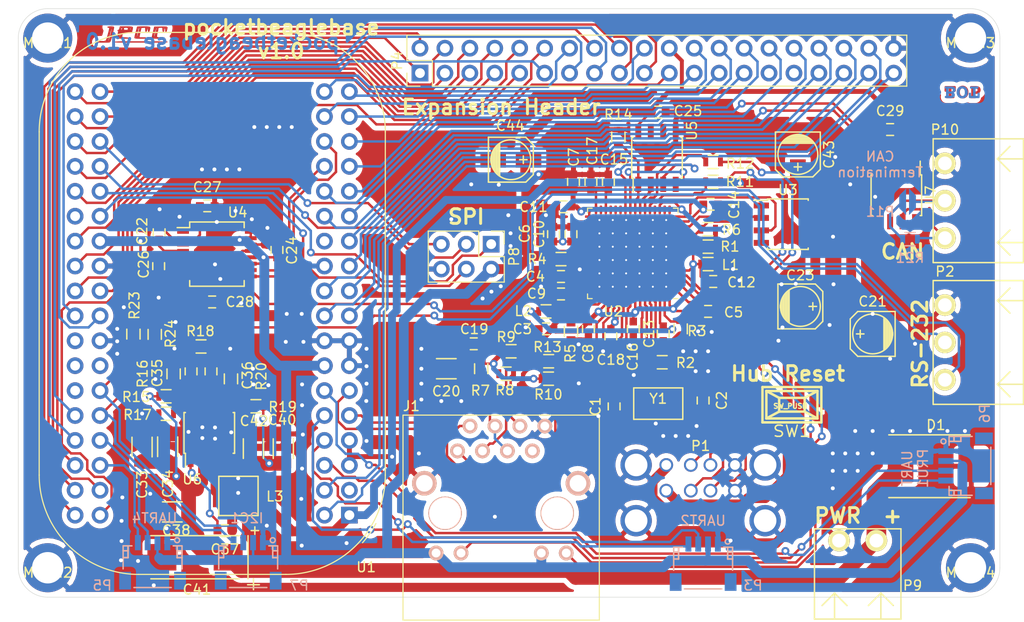
<source format=kicad_pcb>
(kicad_pcb (version 20171130) (host pcbnew 5.1.6-c6e7f7d~87~ubuntu20.04.1)
  (layers (0 F.Cu signal) (31 B.Cu signal) (34 B.Paste user) (35 F.Paste user) (36 B.SilkS user) (37 F.SilkS user) (38 B.Mask user) (39 F.Mask user) (44 Edge.Cuts user))
  (net 0 "")
  (net 1 GND)
  (net 2 "Net-(C1-Pad1)")
  (net 3 "Net-(C2-Pad1)")
  (net 4 +3V3_S0)
  (net 5 +3V3)
  (net 6 /LAN9514/n18)
  (net 7 /LAN9514/n18ETH)
  (net 8 /LAN9514/n18USB)
  (net 9 "Net-(C20-Pad1)")
  (net 10 /LAN9514/nRXN)
  (net 11 /LAN9514/nRXP)
  (net 12 /LAN9514/nTXN)
  (net 13 /LAN9514/nTXP)
  (net 14 /LAN9514/nUSBDP2)
  (net 15 /LAN9514/nUSBDM2)
  (net 16 /LAN9514/nUSBDP3)
  (net 17 /LAN9514/nUSBDM3)
  (net 18 "Net-(R1-Pad1)")
  (net 19 "Net-(R3-Pad1)")
  (net 20 "Net-(R4-Pad2)")
  (net 21 "Net-(R5-Pad1)")
  (net 22 "Net-(R6-Pad1)")
  (net 23 /LAN9514/~nLNKA_LED)
  (net 24 /LAN9514/~nSPD_LED)
  (net 25 /LAN9514/nPRTCTL3)
  (net 26 /LAN9514/nPRTCTL2)
  (net 27 +5V)
  (net 28 /LAN9514/nEECS)
  (net 29 /LAN9514/nEEDI)
  (net 30 /LAN9514/nEEDO)
  (net 31 /LAN9514/nEECLK)
  (net 32 /LAN9514/nPWR2)
  (net 33 /LAN9514/nPWR3)
  (net 34 "Net-(J1-Pad14)")
  (net 35 "Net-(J1-Pad12)")
  (net 36 "Net-(C22-Pad2)")
  (net 37 "Net-(C22-Pad1)")
  (net 38 "Net-(C26-Pad2)")
  (net 39 "Net-(C26-Pad1)")
  (net 40 "Net-(C27-Pad1)")
  (net 41 "Net-(C28-Pad1)")
  (net 42 "Net-(P2-Pad2)")
  (net 43 PR1_TX)
  (net 44 USB_DM)
  (net 45 USB_DP)
  (net 46 PR1_RX)
  (net 47 TX0)
  (net 48 RX0)
  (net 49 RX4)
  (net 50 TX4)
  (net 51 RX2)
  (net 52 TX2)
  (net 53 CS)
  (net 54 SDA1)
  (net 55 SCL1)
  (net 56 MOSI)
  (net 57 /nIO20)
  (net 58 /nPRU0.1)
  (net 59 /nA6)
  (net 60 /nIO89)
  (net 61 /nVREF-)
  (net 62 /nVREF+)
  (net 63 /nA0)
  (net 64 /nA1)
  (net 65 /nA2)
  (net 66 /nA3)
  (net 67 /nA4)
  (net 68 /nPRU0.7)
  (net 69 /nPRU0.4)
  (net 70 /nIO26)
  (net 71 /nPRU1.10)
  (net 72 /nPWM0A)
  (net 73 /nIO58)
  (net 74 /nIO46)
  (net 75 /nA7)
  (net 76 /nIO57)
  (net 77 /nIO65)
  (net 78 /nIO47)
  (net 79 /nIO27)
  (net 80 /nPRU0.2)
  (net 81 /nIO45)
  (net 82 /nIO48)
  (net 83 /nIO60)
  (net 84 /nPRU0.3)
  (net 85 /nPRU0.5)
  (net 86 /nA5)
  (net 87 /nIO23)
  (net 88 /nPRU0.6)
  (net 89 /nIO64)
  (net 90 /nPWM0B)
  (net 91 /nIO59)
  (net 92 /nIO52)
  (net 93 SCK)
  (net 94 MISO)
  (net 95 +BATT)
  (net 96 /power/COMP)
  (net 97 "Net-(C36-Pad2)")
  (net 98 "Net-(C37-Pad2)")
  (net 99 /power/PH)
  (net 100 /power/EN)
  (net 101 /power/RT)
  (net 102 /power/SENSE5V)
  (net 103 "Net-(P2-Pad1)")
  (net 104 CAN0_TX)
  (net 105 CAN0_RX)
  (net 106 /UART/nCANL)
  (net 107 /UART/nCANH)
  (net 108 "Net-(P11-Pad1)")
  (module SOIC:SOIC-8_3.9x4.9mm_Pitch1.27mm (layer F.Cu) (at 179.4475 59.0265 270)
    (fp_text reference U7 (at 0 -3.4925 270) (layer F.SilkS))
    (fp_text value SN65HVD232)
    (pad 8 smd rect (at 2.6955 -1.9085 270) (size 1.55 0.6) (layers F.Cu F.Paste F.Mask))
    (pad 7 smd rect (at 2.6955 -0.6385 270) (size 1.55 0.6) (layers F.Cu F.Paste F.Mask) (net 107 /UART/nCANH))
    (pad 6 smd rect (at 2.6955 0.6315 270) (size 1.55 0.6) (layers F.Cu F.Paste F.Mask) (net 106 /UART/nCANL))
    (pad 5 smd rect (at 2.6955 1.9015 270) (size 1.55 0.6) (layers F.Cu F.Paste F.Mask))
    (pad 4 smd rect (at -2.7045 1.9015 270) (size 1.55 0.6) (layers F.Cu F.Paste F.Mask) (net 105 CAN0_RX))
    (pad 3 smd rect (at -2.7045 0.6315 270) (size 1.55 0.6) (layers F.Cu F.Paste F.Mask) (net 5 +3V3))
    (pad 2 smd rect (at -2.7045 -0.6385 270) (size 1.55 0.6) (layers F.Cu F.Paste F.Mask) (net 1 GND))
    (pad 1 smd rect (at -2.7045 -1.9085 270) (size 1.55 0.6) (layers F.Cu F.Paste F.Mask) (net 104 CAN0_TX))
  )
  (module MODULE_compute:BEAGLE_PocketBeagle (layer F.Cu) (at 123.73 91.64 180)
    (fp_text reference U1 (at -1.71 -5.3 180) (layer F.SilkS))
    (fp_text value BEAGLE_PocketBeagle)
    (pad 1 thru_hole rect (at 0 0 180) (size 1.7 1.7) (drill 1) (layers *.Cu *.Mask) (net 27 +5V))
    (pad 2 thru_hole oval (at 2.54 0 180) (size 1.7 1.7) (drill 1) (layers *.Cu *.Mask) (net 59 /nA6))
    (pad 3 thru_hole oval (at 0 2.54 180) (size 1.7 1.7) (drill 1) (layers *.Cu *.Mask))
    (pad 4 thru_hole oval (at 2.54 2.54 180) (size 1.7 1.7) (drill 1) (layers *.Cu *.Mask) (net 60 /nIO89))
    (pad 5 thru_hole oval (at 0 5.08 180) (size 1.7 1.7) (drill 1) (layers *.Cu *.Mask) (net 27 +5V))
    (pad 6 thru_hole oval (at 2.54 5.08 180) (size 1.7 1.7) (drill 1) (layers *.Cu *.Mask) (net 43 PR1_TX))
    (pad 7 thru_hole oval (at 0 7.62 180) (size 1.7 1.7) (drill 1) (layers *.Cu *.Mask) (net 27 +5V))
    (pad 8 thru_hole oval (at 2.54 7.62 180) (size 1.7 1.7) (drill 1) (layers *.Cu *.Mask) (net 51 RX2))
    (pad 9 thru_hole oval (at 0 10.16 180) (size 1.7 1.7) (drill 1) (layers *.Cu *.Mask) (net 44 USB_DM))
    (pad 10 thru_hole oval (at 2.54 10.16 180) (size 1.7 1.7) (drill 1) (layers *.Cu *.Mask) (net 52 TX2))
    (pad 11 thru_hole oval (at 0 12.7 180) (size 1.7 1.7) (drill 1) (layers *.Cu *.Mask) (net 45 USB_DP))
    (pad 12 thru_hole oval (at 2.54 12.7 180) (size 1.7 1.7) (drill 1) (layers *.Cu *.Mask) (net 46 PR1_RX))
    (pad 13 thru_hole oval (at 0 15.24 180) (size 1.7 1.7) (drill 1) (layers *.Cu *.Mask) (net 1 GND))
    (pad 14 thru_hole oval (at 2.54 15.24 180) (size 1.7 1.7) (drill 1) (layers *.Cu *.Mask) (net 5 +3V3))
    (pad 15 thru_hole oval (at 0 17.78 180) (size 1.7 1.7) (drill 1) (layers *.Cu *.Mask) (net 1 GND))
    (pad 16 thru_hole oval (at 2.54 17.78 180) (size 1.7 1.7) (drill 1) (layers *.Cu *.Mask) (net 1 GND))
    (pad 17 thru_hole oval (at 0 20.32 180) (size 1.7 1.7) (drill 1) (layers *.Cu *.Mask) (net 61 /nVREF-))
    (pad 18 thru_hole oval (at 2.54 20.32 180) (size 1.7 1.7) (drill 1) (layers *.Cu *.Mask) (net 62 /nVREF+))
    (pad 19 thru_hole oval (at 0 22.86 180) (size 1.7 1.7) (drill 1) (layers *.Cu *.Mask) (net 63 /nA0))
    (pad 20 thru_hole oval (at 2.54 22.86 180) (size 1.7 1.7) (drill 1) (layers *.Cu *.Mask) (net 57 /nIO20))
    (pad 21 thru_hole oval (at 0 25.4 180) (size 1.7 1.7) (drill 1) (layers *.Cu *.Mask) (net 64 /nA1))
    (pad 22 thru_hole oval (at 2.54 25.4 180) (size 1.7 1.7) (drill 1) (layers *.Cu *.Mask) (net 1 GND))
    (pad 23 thru_hole oval (at 0 27.94 180) (size 1.7 1.7) (drill 1) (layers *.Cu *.Mask) (net 65 /nA2))
    (pad 24 thru_hole oval (at 2.54 27.94 180) (size 1.7 1.7) (drill 1) (layers *.Cu *.Mask))
    (pad 25 thru_hole oval (at 0 30.48 180) (size 1.7 1.7) (drill 1) (layers *.Cu *.Mask) (net 66 /nA3))
    (pad 26 thru_hole oval (at 2.54 30.48 180) (size 1.7 1.7) (drill 1) (layers *.Cu *.Mask) (net 104 CAN0_TX))
    (pad 27 thru_hole oval (at 0 33.02 180) (size 1.7 1.7) (drill 1) (layers *.Cu *.Mask) (net 67 /nA4))
    (pad 28 thru_hole oval (at 2.54 33.02 180) (size 1.7 1.7) (drill 1) (layers *.Cu *.Mask) (net 105 CAN0_RX))
    (pad 29 thru_hole oval (at 0 35.56 180) (size 1.7 1.7) (drill 1) (layers *.Cu *.Mask) (net 68 /nPRU0.7))
    (pad 30 thru_hole oval (at 2.54 35.56 180) (size 1.7 1.7) (drill 1) (layers *.Cu *.Mask) (net 47 TX0))
    (pad 31 thru_hole oval (at 0 38.1 180) (size 1.7 1.7) (drill 1) (layers *.Cu *.Mask) (net 69 /nPRU0.4))
    (pad 32 thru_hole oval (at 2.54 38.1 180) (size 1.7 1.7) (drill 1) (layers *.Cu *.Mask) (net 48 RX0))
    (pad 33 thru_hole oval (at 0 40.64 180) (size 1.7 1.7) (drill 1) (layers *.Cu *.Mask) (net 58 /nPRU0.1))
    (pad 34 thru_hole oval (at 2.54 40.64 180) (size 1.7 1.7) (drill 1) (layers *.Cu *.Mask) (net 70 /nIO26))
    (pad 35 thru_hole oval (at 0 43.18 180) (size 1.7 1.7) (drill 1) (layers *.Cu *.Mask) (net 71 /nPRU1.10))
    (pad 36 thru_hole oval (at 2.54 43.18 180) (size 1.7 1.7) (drill 1) (layers *.Cu *.Mask) (net 72 /nPWM0A))
    (pad 40 thru_hole oval (at 27.94 2.54 180) (size 1.7 1.7) (drill 1) (layers *.Cu *.Mask) (net 73 /nIO58))
    (pad 58 thru_hole oval (at 27.94 25.4 180) (size 1.7 1.7) (drill 1) (layers *.Cu *.Mask) (net 74 /nIO46))
    (pad 72 thru_hole oval (at 27.94 43.18 180) (size 1.7 1.7) (drill 1) (layers *.Cu *.Mask) (net 75 /nA7))
    (pad 67 thru_hole oval (at 25.4 38.1 180) (size 1.7 1.7) (drill 1) (layers *.Cu *.Mask) (net 53 CS))
    (pad 49 thru_hole oval (at 25.4 15.24 180) (size 1.7 1.7) (drill 1) (layers *.Cu *.Mask))
    (pad 51 thru_hole oval (at 25.4 17.78 180) (size 1.7 1.7) (drill 1) (layers *.Cu *.Mask) (net 1 GND))
    (pad 48 thru_hole oval (at 27.94 12.7 180) (size 1.7 1.7) (drill 1) (layers *.Cu *.Mask))
    (pad 41 thru_hole oval (at 25.4 5.08 180) (size 1.7 1.7) (drill 1) (layers *.Cu *.Mask) (net 49 RX4))
    (pad 42 thru_hole oval (at 27.94 5.08 180) (size 1.7 1.7) (drill 1) (layers *.Cu *.Mask) (net 76 /nIO57))
    (pad 53 thru_hole oval (at 25.4 20.32 180) (size 1.7 1.7) (drill 1) (layers *.Cu *.Mask) (net 77 /nIO65))
    (pad 47 thru_hole oval (at 25.4 12.7 180) (size 1.7 1.7) (drill 1) (layers *.Cu *.Mask) (net 54 SDA1))
    (pad 54 thru_hole oval (at 27.94 20.32 180) (size 1.7 1.7) (drill 1) (layers *.Cu *.Mask) (net 78 /nIO47))
    (pad 46 thru_hole oval (at 27.94 10.16 180) (size 1.7 1.7) (drill 1) (layers *.Cu *.Mask) (net 92 /nIO52))
    (pad 59 thru_hole oval (at 25.4 27.94 180) (size 1.7 1.7) (drill 1) (layers *.Cu *.Mask) (net 5 +3V3))
    (pad 50 thru_hole oval (at 27.94 15.24 180) (size 1.7 1.7) (drill 1) (layers *.Cu *.Mask))
    (pad 63 thru_hole oval (at 25.4 33.02 180) (size 1.7 1.7) (drill 1) (layers *.Cu *.Mask) (net 94 MISO))
    (pad 55 thru_hole oval (at 25.4 22.86 180) (size 1.7 1.7) (drill 1) (layers *.Cu *.Mask) (net 79 /nIO27))
    (pad 65 thru_hole oval (at 25.4 35.56 180) (size 1.7 1.7) (drill 1) (layers *.Cu *.Mask) (net 93 SCK))
    (pad 68 thru_hole oval (at 27.94 38.1 180) (size 1.7 1.7) (drill 1) (layers *.Cu *.Mask) (net 80 /nPRU0.2))
    (pad 69 thru_hole oval (at 25.4 40.64 180) (size 1.7 1.7) (drill 1) (layers *.Cu *.Mask) (net 81 /nIO45))
    (pad 43 thru_hole oval (at 25.4 7.62 180) (size 1.7 1.7) (drill 1) (layers *.Cu *.Mask) (net 50 TX4))
    (pad 45 thru_hole oval (at 25.4 10.16 180) (size 1.7 1.7) (drill 1) (layers *.Cu *.Mask) (net 55 SCL1))
    (pad 62 thru_hole oval (at 27.94 30.48 180) (size 1.7 1.7) (drill 1) (layers *.Cu *.Mask))
    (pad 60 thru_hole oval (at 27.94 27.94 180) (size 1.7 1.7) (drill 1) (layers *.Cu *.Mask) (net 82 /nIO48))
    (pad 52 thru_hole oval (at 27.94 17.78 180) (size 1.7 1.7) (drill 1) (layers *.Cu *.Mask))
    (pad 44 thru_hole oval (at 27.94 7.62 180) (size 1.7 1.7) (drill 1) (layers *.Cu *.Mask) (net 83 /nIO60))
    (pad 57 thru_hole oval (at 25.4 25.4 180) (size 1.7 1.7) (drill 1) (layers *.Cu *.Mask) (net 1 GND))
    (pad 66 thru_hole oval (at 27.94 35.56 180) (size 1.7 1.7) (drill 1) (layers *.Cu *.Mask) (net 84 /nPRU0.3))
    (pad 70 thru_hole oval (at 27.94 40.64 180) (size 1.7 1.7) (drill 1) (layers *.Cu *.Mask) (net 85 /nPRU0.5))
    (pad 71 thru_hole oval (at 25.4 43.18 180) (size 1.7 1.7) (drill 1) (layers *.Cu *.Mask) (net 86 /nA5))
    (pad 39 thru_hole oval (at 25.4 2.54 180) (size 1.7 1.7) (drill 1) (layers *.Cu *.Mask) (net 87 /nIO23))
    (pad 64 thru_hole oval (at 27.94 33.02 180) (size 1.7 1.7) (drill 1) (layers *.Cu *.Mask) (net 88 /nPRU0.6))
    (pad 61 thru_hole oval (at 25.4 30.48 180) (size 1.7 1.7) (drill 1) (layers *.Cu *.Mask) (net 56 MOSI))
    (pad 56 thru_hole oval (at 27.94 22.86 180) (size 1.7 1.7) (drill 1) (layers *.Cu *.Mask) (net 89 /nIO64))
    (pad 37 thru_hole circle (at 25.4 0 180) (size 1.7 1.7) (drill 1) (layers *.Cu *.Mask) (net 90 /nPWM0B))
    (pad 38 thru_hole oval (at 27.94 0 180) (size 1.7 1.7) (drill 1) (layers *.Cu *.Mask) (net 91 /nIO59))
  )
  (module crystals:Crystal_SMD_5x3.2mm_4Pad (layer F.Cu) (at 155.194 80.264 180)
    (fp_text reference Y1 (at 0 0.5) (layer F.SilkS))
    (fp_text value 25MHz)
    (pad 3 smd rect (at -1.9 1.15 180) (size 1.6 1.4) (layers F.Cu F.Paste F.Mask) (net 3 "Net-(C2-Pad1)"))
    (pad 2 smd rect (at -1.9 -1.15 180) (size 1.6 1.4) (layers F.Cu F.Paste F.Mask) (net 1 GND))
    (pad 1 smd rect (at 1.9 -1.15 180) (size 1.6 1.4) (layers F.Cu F.Paste F.Mask) (net 2 "Net-(C1-Pad1)"))
    (pad 4 smd rect (at 1.9 1.15 180) (size 1.6 1.4) (layers F.Cu F.Paste F.Mask) (net 1 GND))
  )
  (module labels:Top (layer F.Cu) (at 186.182 48.514)
    (fp_text reference L6 hide)
    (fp_text value Label hide)
    (fp_poly (pts (xy 1.184742 -0.619251) (xy 1.208114 -0.619246) (xy 1.229712 -0.619238) (xy 1.249622 -0.619225) (xy 1.26793 -0.619206) (xy 1.284722 -0.61918) (xy 1.300084 -0.619146) (xy 1.314102 -0.619101) (xy 1.326862 -0.619046) (xy 1.33845 -0.618979) (xy 1.348952 -0.618899) (xy 1.358454 -0.618805) (xy 1.367042 -0.618695) (xy 1.374802 -0.618569) (xy 1.38182 -0.618425) (xy 1.388182 -0.618261) (xy 1.393974 -0.618078) (xy 1.399281 -0.617873) (xy 1.404191 -0.617646) (xy 1.408789 -0.617395) (xy 1.413161 -0.61712) (xy 1.417393 -0.616818) (xy 1.421571 -0.616489) (xy 1.42578 -0.616132) (xy 1.430108 -0.615745) (xy 1.43464 -0.615327) (xy 1.437132 -0.615095) (xy 1.471749 -0.611207) (xy 1.504946 -0.606138) (xy 1.53668 -0.599899) (xy 1.566911 -0.5925) (xy 1.595595 -0.583954) (xy 1.622692 -0.574271) (xy 1.648159 -0.563462) (xy 1.667099 -0.554134) (xy 1.690604 -0.540755) (xy 1.712462 -0.526186) (xy 1.732674 -0.510425) (xy 1.751241 -0.493472) (xy 1.768164 -0.475325) (xy 1.783443 -0.455984) (xy 1.797078 -0.435448) (xy 1.809071 -0.413715) (xy 1.819422 -0.390786) (xy 1.828131 -0.366658) (xy 1.8352 -0.341331) (xy 1.840429 -0.315976) (xy 1.843815 -0.292106) (xy 1.845971 -0.26704) (xy 1.846891 -0.241206) (xy 1.846567 -0.215033) (xy 1.844992 -0.188949) (xy 1.842918 -0.169164) (xy 1.838481 -0.140823) (xy 1.832422 -0.113702) (xy 1.824743 -0.087806) (xy 1.81545 -0.063137) (xy 1.804546 -0.039699) (xy 1.792034 -0.017495) (xy 1.777919 0.003472) (xy 1.762204 0.023198) (xy 1.744893 0.041681) (xy 1.725991 0.058917) (xy 1.7055 0.074903) (xy 1.683425 0.089636) (xy 1.65977 0.103112) (xy 1.634538 0.115329) (xy 1.607734 0.126283) (xy 1.57936 0.13597) (xy 1.549422 0.144389) (xy 1.517922 0.151535) (xy 1.484865 0.157405) (xy 1.450255 0.161997) (xy 1.44526 0.16254) (xy 1.439144 0.163184) (xy 1.433509 0.163761) (xy 1.428211 0.164275) (xy 1.423111 0.164732) (xy 1.418066 0.165134) (xy 1.412935 0.165486) (xy 1.407577 0.165792) (xy 1.401849 0.166056) (xy 1.395611 0.166282) (xy 1.388721 0.166474) (xy 1.381038 0.166637) (xy 1.37242 0.166773) (xy 1.362725 0.166889) (xy 1.351813 0.166986) (xy 1.339542 0.167071) (xy 1.32577 0.167146) (xy 1.310356 0.167215) (xy 1.293158 0.167284) (xy 1.27889 0.167337) (xy 1.159256 0.16778) (xy 1.159256 0.378968) (xy 1.219531 0.378968) (xy 1.231969 0.378987) (xy 1.243751 0.379043) (xy 1.25469 0.379132) (xy 1.264596 0.379253) (xy 1.273281 0.379401) (xy 1.280557 0.379574) (xy 1.286234 0.37977) (xy 1.290123 0.379985) (xy 1.290905 0.380052) (xy 1.307596 0.382347) (xy 1.322626 0.385806) (xy 1.336003 0.390432) (xy 1.347733 0.39623) (xy 1.357824 0.403202) (xy 1.366282 0.411351) (xy 1.369436 0.41524) (xy 1.3754 0.424226) (xy 1.380226 0.433869) (xy 1.383983 0.444412) (xy 1.386743 0.456098) (xy 1.388576 0.469169) (xy 1.389554 0.483868) (xy 1.389563 0.484124) (xy 1.389554 0.501572) (xy 1.38821 0.517555) (xy 1.385518 0.532153) (xy 1.381465 0.545445) (xy 1.377708 0.554228) (xy 1.371621 0.564882) (xy 1.364313 0.574202) (xy 1.355705 0.582232) (xy 1.345721 0.589018) (xy 1.334283 0.594606) (xy 1.321313 0.599041) (xy 1.306734 0.602369) (xy 1.292138 0.604459) (xy 1.290062 0.604573) (xy 1.286079 0.60468) (xy 1.28031 0.60478) (xy 1.272874 0.604872) (xy 1.263893 0.604957) (xy 1.253489 0.605035) (xy 1.241783 0.605106) (xy 1.228894 0.605169) (xy 1.214945 0.605225) (xy 1.200056 0.605274) (xy 1.184349 0.605316) (xy 1.167944 0.605351) (xy 1.150963 0.605378) (xy 1.133526 0.605399) (xy 1.115755 0.605412) (xy 1.09777 0.605418) (xy 1.079694 0.605417) (xy 1.061645 0.60541) (xy 1.043747 0.605395) (xy 1.026119 0.605373) (xy 1.008883 0.605344) (xy 0.99216 0.605308) (xy 0.97607 0.605266) (xy 0.960736 0.605216) (xy 0.946277 0.605159) (xy 0.932816 0.605096) (xy 0.920472 0.605026) (xy 0.909367 0.604948) (xy 0.899623 0.604864) (xy 0.891359 0.604774) (xy 0.884698 0.604676) (xy 0.879759 0.604572) (xy 0.876665 0.604461) (xy 0.875792 0.604396) (xy 0.859446 0.601812) (xy 0.844704 0.597993) (xy 0.831545 0.592925) (xy 0.819947 0.586593) (xy 0.809891 0.578983) (xy 0.801355 0.570081) (xy 0.794319 0.559872) (xy 0.788761 0.548342) (xy 0.78696 0.543395) (xy 0.783468 0.530635) (xy 0.781083 0.516878) (xy 0.779801 0.502531) (xy 0.779615 0.488001) (xy 0.78052 0.473694) (xy 0.782512 0.460018) (xy 0.785583 0.447378) (xy 0.788358 0.439401) (xy 0.794411 0.426848) (xy 0.801945 0.415669) (xy 0.810911 0.405898) (xy 0.82126 0.397572) (xy 0.832942 0.390726) (xy 0.84591 0.385395) (xy 0.860114 0.381615) (xy 0.869999 0.380006) (xy 0.874293 0.379604) (xy 0.879899 0.379275) (xy 0.886096 0.379052) (xy 0.892163 0.378968) (xy 0.906272 0.378968) (xy 0.906272 -0.065024) (xy 1.159256 -0.065024) (xy 1.229106 -0.065048) (xy 1.241716 -0.065067) (xy 1.254401 -0.065113) (xy 1.266903 -0.065184) (xy 1.278966 -0.065277) (xy 1.290335 -0.06539) (xy 1.300755 -0.06552) (xy 1.309968 -0.065664) (xy 1.317719 -0.06582) (xy 1.323753 -0.065985) (xy 1.324864 -0.066023) (xy 1.342946 -0.06688) (xy 1.359394 -0.068085) (xy 1.37458 -0.069685) (xy 1.38888 -0.071729) (xy 1.402667 -0.074266) (xy 1.416315 -0.077342) (xy 1.41986 -0.078229) (xy 1.440055 -0.084153) (xy 1.458546 -0.091184) (xy 1.475335 -0.099322) (xy 1.49042 -0.108569) (xy 1.503805 -0.118924) (xy 1.515488 -0.130389) (xy 1.525471 -0.142964) (xy 1.533754 -0.15665) (xy 1.540338 -0.171447) (xy 1.545224 -0.187356) (xy 1.547489 -0.198294) (xy 1.548634 -0.20735) (xy 1.549247 -0.217555) (xy 1.549343 -0.228326) (xy 1.548935 -0.239081) (xy 1.548037 -0.249237) (xy 1.546661 -0.258212) (xy 1.546035 -0.261112) (xy 1.541335 -0.276954) (xy 1.535027 -0.291631) (xy 1.527097 -0.305156) (xy 1.517528 -0.317543) (xy 1.506308 -0.328803) (xy 1.493422 -0.33895) (xy 1.478854 -0.347996) (xy 1.462591 -0.355955) (xy 1.444619 -0.362837) (xy 1.424922 -0.368657) (xy 1.4224 -0.369295) (xy 1.414326 -0.371237) (xy 1.40647 -0.372977) (xy 1.398682 -0.374526) (xy 1.390808 -0.375893) (xy 1.382697 -0.37709) (xy 1.374195 -0.378127) (xy 1.365153 -0.379014) (xy 1.355416 -0.379763) (xy 1.344833 -0.380382) (xy 1.333252 -0.380884) (xy 1.32052 -0.381279) (xy 1.306487 -0.381577) (xy 1.290998 -0.381788) (xy 1.273903 -0.381924) (xy 1.25505 -0.381995) (xy 1.238758 -0.382011) (xy 1.159256 -0.382016) (xy 1.159256 -0.065024) (xy 0.906272 -0.065024) (xy 0.906272 -0.389833) (xy 0.889762 -0.390446) (xy 0.874138 -0.391521) (xy 0.860147 -0.393566) (xy 0.8476 -0.396652) (xy 0.836306 -0.400848) (xy 0.826077 -0.406225) (xy 0.816724 -0.412854) (xy 0.808069 -0.420792) (xy 0.799875 -0.430573) (xy 0.793094 -0.441624) (xy 0.7877 -0.454013) (xy 0.783665 -0.467805) (xy 0.780963 -0.483068) (xy 0.780193 -0.49022) (xy 0.77943 -0.506526) (xy 0.78005 -0.522127) (xy 0.782013 -0.536868) (xy 0.78528 -0.550593) (xy 0.789811 -0.563147) (xy 0.795566 -0.574373) (xy 0.802505 -0.584117) (xy 0.804949 -0.586876) (xy 0.813082 -0.594544) (xy 0.822137 -0.601064) (xy 0.832312 -0.606528) (xy 0.843806 -0.611029) (xy 0.85682 -0.614658) (xy 0.871072 -0.61743) (xy 0.87236 -0.617624) (xy 0.873767 -0.617805) (xy 0.875371 -0.617971) (xy 0.877251 -0.618125) (xy 0.879483 -0.618265) (xy 0.882146 -0.618394) (xy 0.885319 -0.618511) (xy 0.889079 -0.618616) (xy 0.893504 -0.618712) (xy 0.898673 -0.618797) (xy 0.904663 -0.618873) (xy 0.911552 -0.61894) (xy 0.919419 -0.618999) (xy 0.928342 -0.61905) (xy 0.938398 -0.619093) (xy 0.949666 -0.619131) (xy 0.962224 -0.619161) (xy 0.976149 -0.619187) (xy 0.991521 -0.619207) (xy 1.008416 -0.619223) (xy 1.026913 -0.619234) (xy 1.047091 -0.619243) (xy 1.069026 -0.619248) (xy 1.092798 -0.619251) (xy 1.118483 -0.619252) (xy 1.15951 -0.619252) (xy 1.184742 -0.619251)) (layer F.Cu) (width 0.01))
    (fp_poly (pts (xy -1.031815 -0.621633) (xy -1.000798 -0.621625) (xy -0.971795 -0.621611) (xy -0.944804 -0.621591) (xy -0.91982 -0.621565) (xy -0.896843 -0.621533) (xy -0.875869 -0.621494) (xy -0.856895 -0.62145) (xy -0.839919 -0.6214) (xy -0.824939 -0.621343) (xy -0.811952 -0.621281) (xy -0.800955 -0.621212) (xy -0.791945 -0.621137) (xy -0.78492 -0.621056) (xy -0.779878 -0.620969) (xy -0.776815 -0.620876) (xy -0.776214 -0.620843) (xy -0.761331 -0.619435) (xy -0.748281 -0.61738) (xy -0.73694 -0.614566) (xy -0.727182 -0.610881) (xy -0.71888 -0.606215) (xy -0.711909 -0.600455) (xy -0.706144 -0.593489) (xy -0.701457 -0.585207) (xy -0.697724 -0.575496) (xy -0.694818 -0.564245) (xy -0.692613 -0.551341) (xy -0.691947 -0.5461) (xy -0.691635 -0.54331) (xy -0.691335 -0.540335) (xy -0.691042 -0.537079) (xy -0.690754 -0.533445) (xy -0.690466 -0.529337) (xy -0.690173 -0.524659) (xy -0.689871 -0.519312) (xy -0.689557 -0.513202) (xy -0.689226 -0.506231) (xy -0.688873 -0.498302) (xy -0.688496 -0.48932) (xy -0.688089 -0.479187) (xy -0.687648 -0.467807) (xy -0.68717 -0.455084) (xy -0.68665 -0.44092) (xy -0.686084 -0.425219) (xy -0.685468 -0.407885) (xy -0.684798 -0.38882) (xy -0.684069 -0.367929) (xy -0.683278 -0.345115) (xy -0.683183 -0.342392) (xy -0.682294 -0.316484) (xy -0.681491 -0.292602) (xy -0.680772 -0.27074) (xy -0.680139 -0.250896) (xy -0.67959 -0.233063) (xy -0.679126 -0.217239) (xy -0.678747 -0.203417) (xy -0.678453 -0.191595) (xy -0.678242 -0.181766) (xy -0.678116 -0.173928) (xy -0.678074 -0.168075) (xy -0.678116 -0.164202) (xy -0.678139 -0.163576) (xy -0.679443 -0.146112) (xy -0.681802 -0.130341) (xy -0.685246 -0.116203) (xy -0.689808 -0.103636) (xy -0.695518 -0.092578) (xy -0.702409 -0.082967) (xy -0.71051 -0.074743) (xy -0.719855 -0.067844) (xy -0.729651 -0.062579) (xy -0.741197 -0.058208) (xy -0.754016 -0.054972) (xy -0.767677 -0.052892) (xy -0.781752 -0.051992) (xy -0.795811 -0.052296) (xy -0.809424 -0.053825) (xy -0.822162 -0.056604) (xy -0.824992 -0.057444) (xy -0.838125 -0.062497) (xy -0.85019 -0.069027) (xy -0.861041 -0.076899) (xy -0.870531 -0.085979) (xy -0.878513 -0.09613) (xy -0.884841 -0.107219) (xy -0.888214 -0.115487) (xy -0.888926 -0.117694) (xy -0.889579 -0.12007) (xy -0.890178 -0.122728) (xy -0.890731 -0.125777) (xy -0.891244 -0.12933) (xy -0.891724 -0.133498) (xy -0.892177 -0.13839) (xy -0.892609 -0.14412) (xy -0.893028 -0.150797) (xy -0.893439 -0.158533) (xy -0.893849 -0.167439) (xy -0.894266 -0.177626) (xy -0.894694 -0.189205) (xy -0.895141 -0.202287) (xy -0.895614 -0.216984) (xy -0.896118 -0.233406) (xy -0.896661 -0.251665) (xy -0.897099 -0.2667) (xy -0.89753 -0.281465) (xy -0.897954 -0.295803) (xy -0.898367 -0.309566) (xy -0.898765 -0.322605) (xy -0.899141 -0.334771) (xy -0.899492 -0.345916) (xy -0.899813 -0.35589) (xy -0.900099 -0.364546) (xy -0.900346 -0.371735) (xy -0.900549 -0.377307) (xy -0.900702 -0.381115) (xy -0.900786 -0.382778) (xy -0.901382 -0.392176) (xy -1.115568 -0.392176) (xy -1.115568 0.376936) (xy -1.019664 0.376936) (xy -1.003172 0.376947) (xy -0.987701 0.376981) (xy -0.97336 0.377036) (xy -0.960259 0.377112) (xy -0.948507 0.377206) (xy -0.938212 0.377319) (xy -0.929484 0.377449) (xy -0.922433 0.377595) (xy -0.917166 0.377755) (xy -0.913794 0.37793) (xy -0.913238 0.377978) (xy -0.896777 0.380211) (xy -0.882009 0.383502) (xy -0.868869 0.387886) (xy -0.857294 0.3934) (xy -0.847219 0.400078) (xy -0.838581 0.407958) (xy -0.831315 0.417075) (xy -0.825473 0.427228) (xy -0.821363 0.436864) (xy -0.818194 0.44705) (xy -0.815909 0.45809) (xy -0.814452 0.470292) (xy -0.813766 0.483961) (xy -0.813693 0.490728) (xy -0.814138 0.506227) (xy -0.815513 0.520104) (xy -0.817871 0.532571) (xy -0.821265 0.54384) (xy -0.82575 0.554122) (xy -0.831379 0.56363) (xy -0.83261 0.565404) (xy -0.840231 0.574547) (xy -0.849283 0.582492) (xy -0.859835 0.589277) (xy -0.871953 0.59494) (xy -0.885705 0.599519) (xy -0.899315 0.6027) (xy -0.910844 0.604942) (xy -1.245108 0.605114) (xy -1.271129 0.605125) (xy -1.296665 0.605131) (xy -1.321638 0.605131) (xy -1.345973 0.605126) (xy -1.369591 0.605116) (xy -1.392416 0.605102) (xy -1.414369 0.605083) (xy -1.435374 0.60506) (xy -1.455354 0.605032) (xy -1.474231 0.605) (xy -1.491927 0.604964) (xy -1.508366 0.604925) (xy -1.523471 0.604882) (xy -1.537163 0.604835) (xy -1.549366 0.604785) (xy -1.560002 0.604732) (xy -1.568994 0.604676) (xy -1.576266 0.604617) (xy -1.581738 0.604555) (xy -1.585335 0.604491) (xy -1.586979 0.604424) (xy -1.586992 0.604423) (xy -1.603683 0.601866) (xy -1.618733 0.598152) (xy -1.632193 0.593247) (xy -1.644112 0.587121) (xy -1.654541 0.579742) (xy -1.663531 0.571079) (xy -1.671132 0.561099) (xy -1.677394 0.549772) (xy -1.678716 0.54682) (xy -1.682446 0.536222) (xy -1.68526 0.524201) (xy -1.687148 0.511151) (xy -1.688099 0.497468) (xy -1.688104 0.483545) (xy -1.687154 0.469779) (xy -1.685238 0.456564) (xy -1.682348 0.444294) (xy -1.681317 0.440944) (xy -1.676281 0.428495) (xy -1.669735 0.417406) (xy -1.66169 0.407683) (xy -1.652155 0.399338) (xy -1.64114 0.392377) (xy -1.628654 0.386811) (xy -1.618305 0.383549) (xy -1.614825 0.382622) (xy -1.611657 0.381798) (xy -1.608667 0.38107) (xy -1.60572 0.380431) (xy -1.60268 0.379876) (xy -1.599414 0.379397) (xy -1.595785 0.378988) (xy -1.59166 0.378642) (xy -1.586902 0.378354) (xy -1.581378 0.378116) (xy -1.574952 0.377923) (xy -1.567489 0.377767) (xy -1.558854 0.377643) (xy -1.548913 0.377543) (xy -1.537531 0.377462) (xy -1.524572 0.377393) (xy -1.509902 0.377329) (xy -1.493386 0.377264) (xy -1.486662 0.377238) (xy -1.383792 0.376837) (xy -1.383792 -0.392176) (xy -1.597995 -0.392176) (xy -1.598566 -0.38481) (xy -1.598672 -0.382798) (xy -1.598829 -0.378898) (xy -1.599034 -0.373254) (xy -1.59928 -0.366011) (xy -1.599564 -0.357313) (xy -1.599881 -0.347304) (xy -1.600227 -0.336126) (xy -1.600597 -0.323926) (xy -1.600987 -0.310845) (xy -1.601392 -0.297029) (xy -1.601808 -0.282622) (xy -1.602188 -0.26924) (xy -1.602728 -0.250045) (xy -1.603213 -0.232772) (xy -1.603649 -0.217314) (xy -1.604039 -0.203561) (xy -1.604389 -0.191406) (xy -1.604703 -0.180739) (xy -1.604987 -0.171453) (xy -1.605245 -0.163439) (xy -1.605482 -0.156589) (xy -1.605703 -0.150794) (xy -1.605913 -0.145946) (xy -1.606117 -0.141936) (xy -1.606319 -0.138656) (xy -1.606525 -0.135997) (xy -1.606739 -0.133852) (xy -1.606966 -0.132111) (xy -1.607211 -0.130666) (xy -1.607479 -0.129409) (xy -1.607774 -0.128231) (xy -1.608103 -0.127024) (xy -1.608468 -0.125679) (xy -1.608655 -0.124968) (xy -1.612202 -0.113159) (xy -1.616436 -0.102916) (xy -1.621581 -0.093826) (xy -1.627865 -0.085475) (xy -1.633661 -0.079248) (xy -1.643717 -0.070691) (xy -1.655014 -0.063735) (xy -1.667536 -0.058386) (xy -1.681268 -0.05465) (xy -1.696193 -0.05253) (xy -1.712296 -0.052033) (xy -1.716024 -0.052143) (xy -1.732528 -0.053446) (xy -1.747497 -0.055997) (xy -1.760968 -0.059838) (xy -1.772979 -0.065008) (xy -1.783567 -0.071546) (xy -1.792769 -0.079494) (xy -1.800623 -0.08889) (xy -1.807166 -0.099774) (xy -1.812435 -0.112187) (xy -1.816468 -0.126168) (xy -1.819301 -0.141758) (xy -1.820973 -0.158995) (xy -1.821258 -0.164592) (xy -1.821283 -0.167085) (xy -1.821238 -0.171476) (xy -1.821127 -0.177631) (xy -1.820956 -0.185417) (xy -1.820727 -0.194702) (xy -1.820446 -0.205352) (xy -1.820117 -0.217234) (xy -1.819745 -0.230215) (xy -1.819333 -0.244161) (xy -1.818886 -0.258941) (xy -1.818409 -0.274421) (xy -1.817906 -0.290467) (xy -1.817381 -0.306947) (xy -1.816838 -0.323727) (xy -1.816283 -0.340675) (xy -1.815719 -0.357657) (xy -1.81515 -0.37454) (xy -1.814582 -0.391192) (xy -1.814019 -0.407478) (xy -1.813464 -0.423267) (xy -1.812922 -0.438424) (xy -1.812398 -0.452817) (xy -1.811897 -0.466313) (xy -1.811421 -0.478778) (xy -1.810977 -0.490081) (xy -1.810567 -0.500086) (xy -1.810197 -0.508662) (xy -1.809871 -0.515675) (xy -1.809594 -0.520992) (xy -1.809457 -0.52324) (xy -1.808237 -0.538469) (xy -1.806676 -0.551836) (xy -1.80471 -0.563489) (xy -1.802275 -0.573579) (xy -1.799308 -0.582256) (xy -1.795746 -0.58967) (xy -1.791526 -0.595972) (xy -1.786582 -0.60131) (xy -1.780854 -0.605835) (xy -1.774275 -0.609697) (xy -1.772498 -0.610572) (xy -1.767407 -0.612825) (xy -1.762278 -0.614684) (xy -1.756635 -0.61628) (xy -1.750001 -0.617747) (xy -1.741899 -0.619215) (xy -1.740358 -0.619472) (xy -1.739436 -0.619609) (xy -1.73835 -0.61974) (xy -1.737045 -0.619863) (xy -1.735465 -0.61998) (xy -1.733555 -0.620091) (xy -1.731259 -0.620195) (xy -1.728521 -0.620293) (xy -1.725287 -0.620385) (xy -1.7215 -0.620471) (xy -1.717106 -0.620553) (xy -1.712048 -0.620629) (xy -1.706271 -0.6207) (xy -1.69972 -0.620767) (xy -1.692339 -0.62083) (xy -1.684073 -0.620888) (xy -1.674865 -0.620943) (xy -1.664662 -0.620993) (xy -1.653407 -0.621041) (xy -1.641044 -0.621085) (xy -1.627518 -0.621127) (xy -1.612774 -0.621165) (xy -1.596757 -0.621202) (xy -1.57941 -0.621236) (xy -1.560678 -0.621268) (xy -1.540506 -0.621299) (xy -1.518838 -0.621328) (xy -1.495618 -0.621356) (xy -1.470792 -0.621382) (xy -1.444303 -0.621409) (xy -1.416097 -0.621434) (xy -1.386117 -0.621459) (xy -1.354309 -0.621485) (xy -1.320616 -0.62151) (xy -1.284983 -0.621536) (xy -1.260348 -0.621554) (xy -1.217195 -0.621582) (xy -1.176071 -0.621605) (xy -1.136973 -0.621621) (xy -1.0999 -0.621631) (xy -1.064848 -0.621635) (xy -1.031815 -0.621633)) (layer F.Cu) (width 0.01))
    (fp_poly (pts (xy 0.038691 -0.652778) (xy 0.050146 -0.652582) (xy 0.060812 -0.652271) (xy 0.070344 -0.651846) (xy 0.078396 -0.651306) (xy 0.082296 -0.650935) (xy 0.103945 -0.648314) (xy 0.12402 -0.645341) (xy 0.14296 -0.641922) (xy 0.161206 -0.637963) (xy 0.179199 -0.633371) (xy 0.197378 -0.628051) (xy 0.211836 -0.623382) (xy 0.242978 -0.611898) (xy 0.273123 -0.598662) (xy 0.302231 -0.583714) (xy 0.330265 -0.567094) (xy 0.357186 -0.548842) (xy 0.382955 -0.528997) (xy 0.407534 -0.507599) (xy 0.430885 -0.484687) (xy 0.45297 -0.460302) (xy 0.47375 -0.434482) (xy 0.493187 -0.407268) (xy 0.511242 -0.378699) (xy 0.527877 -0.348815) (xy 0.543054 -0.317656) (xy 0.556734 -0.28526) (xy 0.567585 -0.255524) (xy 0.577683 -0.223218) (xy 0.586242 -0.19035) (xy 0.593298 -0.156729) (xy 0.598887 -0.122163) (xy 0.603045 -0.086459) (xy 0.605644 -0.052324) (xy 0.605947 -0.045432) (xy 0.606163 -0.036962) (xy 0.606296 -0.027259) (xy 0.60635 -0.016668) (xy 0.606327 -0.005537) (xy 0.606232 0.005791) (xy 0.606067 0.016969) (xy 0.605836 0.027653) (xy 0.605542 0.037496) (xy 0.605189 0.046153) (xy 0.60478 0.053279) (xy 0.60458 0.05588) (xy 0.600595 0.093748) (xy 0.595213 0.130222) (xy 0.588406 0.16541) (xy 0.580144 0.199422) (xy 0.570397 0.232366) (xy 0.559138 0.264351) (xy 0.546335 0.295487) (xy 0.53196 0.325882) (xy 0.531859 0.326083) (xy 0.515441 0.356473) (xy 0.497546 0.385583) (xy 0.478222 0.413358) (xy 0.457515 0.439738) (xy 0.435475 0.464666) (xy 0.412148 0.488085) (xy 0.387582 0.509937) (xy 0.364236 0.52838) (xy 0.337218 0.547257) (xy 0.309171 0.5644) (xy 0.280154 0.579792) (xy 0.250225 0.593414) (xy 0.219444 0.60525) (xy 0.187869 0.615282) (xy 0.155559 0.623492) (xy 0.122572 0.629862) (xy 0.088969 0.634375) (xy 0.054807 0.637013) (xy 0.020145 0.637759) (xy 0.000508 0.637342) (xy -0.013431 0.636588) (xy -0.028695 0.635328) (xy -0.044662 0.633638) (xy -0.060713 0.631591) (xy -0.076224 0.629263) (xy -0.090575 0.62673) (xy -0.095289 0.625792) (xy -0.128276 0.618021) (xy -0.160283 0.608483) (xy -0.191353 0.597158) (xy -0.221533 0.584023) (xy -0.250867 0.569057) (xy -0.279399 0.552237) (xy -0.307176 0.533543) (xy -0.334241 0.512953) (xy -0.341376 0.507112) (xy -0.346754 0.502454) (xy -0.353197 0.496564) (xy -0.360421 0.489726) (xy -0.368142 0.482227) (xy -0.376076 0.474351) (xy -0.383937 0.466384) (xy -0.39144 0.458612) (xy -0.398302 0.45132) (xy -0.404238 0.444794) (xy -0.408878 0.43942) (xy -0.430906 0.411319) (xy -0.451215 0.382136) (xy -0.469803 0.351879) (xy -0.486667 0.320555) (xy -0.501805 0.288172) (xy -0.515214 0.254735) (xy -0.526891 0.220253) (xy -0.536833 0.184733) (xy -0.545038 0.148182) (xy -0.551503 0.110607) (xy -0.556225 0.072016) (xy -0.558883 0.038147) (xy -0.559184 0.031425) (xy -0.559404 0.023121) (xy -0.559545 0.013568) (xy -0.559602 0.004537) (xy -0.260699 0.004537) (xy -0.259646 0.035206) (xy -0.257459 0.065346) (xy -0.254148 0.094626) (xy -0.249722 0.122714) (xy -0.246787 0.137668) (xy -0.240288 0.164861) (xy -0.23253 0.190961) (xy -0.223563 0.215839) (xy -0.21344 0.239363) (xy -0.202213 0.261407) (xy -0.189936 0.281839) (xy -0.186129 0.287528) (xy -0.17199 0.306487) (xy -0.156742 0.323769) (xy -0.14042 0.339352) (xy -0.123058 0.353215) (xy -0.104689 0.365337) (xy -0.085346 0.375696) (xy -0.065064 0.38427) (xy -0.043875 0.391039) (xy -0.021814 0.395981) (xy -0.013716 0.397301) (xy -0.009453 0.397828) (xy -0.003886 0.398372) (xy 0.002255 0.398869) (xy 0.008128 0.399247) (xy 0.013992 0.399533) (xy 0.019212 0.399692) (xy 0.024287 0.399718) (xy 0.029716 0.399605) (xy 0.035997 0.399346) (xy 0.043628 0.398935) (xy 0.046736 0.398753) (xy 0.065856 0.396749) (xy 0.085359 0.393056) (xy 0.10472 0.387805) (xy 0.123416 0.381126) (xy 0.131834 0.377528) (xy 0.1512 0.367666) (xy 0.169549 0.356066) (xy 0.186861 0.342759) (xy 0.203117 0.327779) (xy 0.218297 0.311156) (xy 0.232382 0.292924) (xy 0.245352 0.273113) (xy 0.257188 0.251757) (xy 0.26787 0.228886) (xy 0.277379 0.204534) (xy 0.285695 0.178731) (xy 0.292799 0.151511) (xy 0.298671 0.122905) (xy 0.302747 0.097028) (xy 0.304573 0.082783) (xy 0.306051 0.069182) (xy 0.307207 0.055792) (xy 0.308069 0.042179) (xy 0.308662 0.027909) (xy 0.309014 0.012551) (xy 0.309152 -0.004331) (xy 0.309156 -0.007112) (xy 0.308795 -0.035634) (xy 0.307659 -0.062524) (xy 0.305714 -0.088042) (xy 0.302928 -0.112447) (xy 0.299266 -0.135999) (xy 0.294696 -0.158958) (xy 0.289184 -0.181583) (xy 0.284948 -0.196686) (xy 0.279229 -0.214452) (xy 0.27256 -0.23236) (xy 0.265144 -0.249943) (xy 0.257186 -0.266735) (xy 0.24889 -0.282269) (xy 0.243338 -0.291592) (xy 0.235113 -0.30386) (xy 0.225712 -0.316325) (xy 0.215503 -0.328564) (xy 0.20486 -0.340153) (xy 0.194152 -0.350667) (xy 0.183895 -0.359566) (xy 0.166262 -0.372453) (xy 0.147515 -0.383679) (xy 0.127793 -0.39318) (xy 0.107234 -0.400895) (xy 0.085978 -0.40676) (xy 0.073073 -0.409344) (xy 0.053637 -0.411939) (xy 0.033509 -0.413201) (xy 0.013172 -0.413142) (xy -0.006893 -0.411775) (xy -0.026202 -0.409111) (xy -0.039245 -0.406427) (xy -0.060765 -0.400313) (xy -0.081289 -0.392442) (xy -0.100798 -0.382837) (xy -0.119275 -0.371523) (xy -0.136703 -0.358522) (xy -0.153065 -0.343858) (xy -0.168343 -0.327554) (xy -0.182521 -0.309633) (xy -0.19558 -0.29012) (xy -0.207504 -0.269037) (xy -0.218274 -0.246408) (xy -0.227875 -0.222256) (xy -0.236288 -0.196604) (xy -0.243497 -0.169477) (xy -0.249484 -0.140897) (xy -0.253411 -0.116793) (xy -0.256976 -0.087325) (xy -0.259373 -0.05706) (xy -0.260611 -0.026329) (xy -0.260699 0.004537) (xy -0.559602 0.004537) (xy -0.559612 0.003097) (xy -0.559606 -0.007958) (xy -0.559531 -0.019266) (xy -0.55939 -0.030493) (xy -0.559186 -0.041308) (xy -0.558922 -0.051378) (xy -0.558602 -0.060371) (xy -0.558227 -0.067955) (xy -0.557859 -0.073152) (xy -0.554604 -0.10511) (xy -0.550477 -0.135523) (xy -0.545414 -0.164708) (xy -0.53935 -0.192987) (xy -0.532221 -0.220677) (xy -0.523961 -0.248099) (xy -0.520025 -0.259948) (xy -0.507758 -0.293) (xy -0.493915 -0.324939) (xy -0.478536 -0.355713) (xy -0.461663 -0.385267) (xy -0.443335 -0.41355) (xy -0.423594 -0.440508) (xy -0.40248 -0.466089) (xy -0.380034 -0.490238) (xy -0.356296 -0.512903) (xy -0.331307 -0.534032) (xy -0.305107 -0.55357) (xy -0.285325 -0.566744) (xy -0.257892 -0.583062) (xy -0.229807 -0.597631) (xy -0.200972 -0.610481) (xy -0.17129 -0.621645) (xy -0.140665 -0.631157) (xy -0.108998 -0.639049) (xy -0.076193 -0.645354) (xy -0.042151 -0.650104) (xy -0.034544 -0.650937) (xy -0.027247 -0.651545) (xy -0.018318 -0.652037) (xy -0.008104 -0.652415) (xy 0.003049 -0.652678) (xy 0.014797 -0.652826) (xy 0.026792 -0.652859) (xy 0.038691 -0.652778)) (layer F.Cu) (width 0.01))
  )
  (module labels:Bot (layer F.Cu) (at 186.182 48.514)
    (fp_text reference L5 hide)
    (fp_text value Label hide)
    (fp_poly (pts (xy 1.414032 0.601632) (xy 1.443856 0.601624) (xy 1.471743 0.601611) (xy 1.497697 0.601591) (xy 1.521719 0.601566) (xy 1.543813 0.601535) (xy 1.56398 0.601498) (xy 1.582224 0.601456) (xy 1.598547 0.601407) (xy 1.612951 0.601353) (xy 1.625439 0.601293) (xy 1.636013 0.601227) (xy 1.644676 0.601155) (xy 1.651431 0.601077) (xy 1.656279 0.600994) (xy 1.659224 0.600904) (xy 1.659802 0.600872) (xy 1.674113 0.599518) (xy 1.686661 0.597542) (xy 1.697565 0.594836) (xy 1.706948 0.591294) (xy 1.714931 0.586807) (xy 1.721633 0.581268) (xy 1.727178 0.574571) (xy 1.731684 0.566607) (xy 1.735274 0.557269) (xy 1.738068 0.54645) (xy 1.740188 0.534044) (xy 1.740828 0.529004) (xy 1.741128 0.526321) (xy 1.741417 0.523461) (xy 1.741698 0.52033) (xy 1.741975 0.516836) (xy 1.742252 0.512886) (xy 1.742534 0.508387) (xy 1.742824 0.503246) (xy 1.743126 0.497371) (xy 1.743445 0.490668) (xy 1.743784 0.483044) (xy 1.744147 0.474407) (xy 1.744538 0.464664) (xy 1.744961 0.453722) (xy 1.745421 0.441488) (xy 1.745921 0.427869) (xy 1.746465 0.412772) (xy 1.747058 0.396104) (xy 1.747702 0.377773) (xy 1.748403 0.357686) (xy 1.749164 0.335749) (xy 1.749255 0.333131) (xy 1.750109 0.308219) (xy 1.750882 0.285255) (xy 1.751573 0.264235) (xy 1.752182 0.245153) (xy 1.75271 0.228007) (xy 1.753156 0.212791) (xy 1.75352 0.199501) (xy 1.753804 0.188133) (xy 1.754006 0.178683) (xy 1.754127 0.171146) (xy 1.754167 0.165518) (xy 1.754127 0.161794) (xy 1.754105 0.161193) (xy 1.752851 0.1444) (xy 1.750583 0.129235) (xy 1.747271 0.115641) (xy 1.742885 0.103557) (xy 1.737394 0.092925) (xy 1.730769 0.083684) (xy 1.722979 0.075776) (xy 1.713993 0.069142) (xy 1.704574 0.064079) (xy 1.693472 0.059877) (xy 1.681146 0.056765) (xy 1.66801 0.054765) (xy 1.654477 0.0539) (xy 1.640959 0.054192) (xy 1.627869 0.055663) (xy 1.615621 0.058335) (xy 1.6129 0.059142) (xy 1.600273 0.064001) (xy 1.588672 0.07028) (xy 1.578238 0.077849) (xy 1.569113 0.086579) (xy 1.561438 0.09634) (xy 1.555353 0.107002) (xy 1.55211 0.114953) (xy 1.551425 0.117075) (xy 1.550798 0.11936) (xy 1.550221 0.121915) (xy 1.549689 0.124847) (xy 1.549196 0.128264) (xy 1.548735 0.132271) (xy 1.5483 0.136975) (xy 1.547884 0.142484) (xy 1.547481 0.148905) (xy 1.547086 0.156343) (xy 1.546691 0.164907) (xy 1.546291 0.174702) (xy 1.545879 0.185836) (xy 1.545449 0.198415) (xy 1.544995 0.212546) (xy 1.544509 0.228337) (xy 1.543988 0.245893) (xy 1.543566 0.26035) (xy 1.543152 0.274547) (xy 1.542744 0.288334) (xy 1.542347 0.301567) (xy 1.541965 0.314105) (xy 1.541603 0.325803) (xy 1.541265 0.336519) (xy 1.540957 0.34611) (xy 1.540681 0.354433) (xy 1.540444 0.361345) (xy 1.54025 0.366703) (xy 1.540102 0.370364) (xy 1.540022 0.371964) (xy 1.539448 0.381) (xy 1.3335 0.381) (xy 1.3335 -0.35853) (xy 1.425715 -0.35853) (xy 1.441573 -0.358541) (xy 1.456449 -0.358574) (xy 1.470238 -0.358627) (xy 1.482836 -0.3587) (xy 1.494136 -0.358791) (xy 1.504035 -0.358899) (xy 1.512427 -0.359024) (xy 1.519207 -0.359164) (xy 1.524271 -0.359319) (xy 1.527514 -0.359487) (xy 1.528048 -0.359533) (xy 1.543876 -0.36168) (xy 1.558076 -0.364844) (xy 1.570711 -0.36906) (xy 1.581841 -0.374361) (xy 1.591528 -0.380783) (xy 1.599834 -0.38836) (xy 1.60682 -0.397126) (xy 1.612438 -0.406888) (xy 1.61639 -0.416154) (xy 1.619437 -0.425948) (xy 1.621634 -0.436564) (xy 1.623035 -0.448296) (xy 1.623695 -0.461439) (xy 1.623764 -0.467946) (xy 1.623336 -0.482849) (xy 1.622015 -0.496192) (xy 1.619747 -0.50818) (xy 1.616483 -0.519015) (xy 1.612171 -0.528902) (xy 1.606758 -0.538044) (xy 1.605576 -0.53975) (xy 1.598248 -0.548541) (xy 1.589543 -0.556181) (xy 1.579397 -0.562705) (xy 1.567745 -0.56815) (xy 1.554522 -0.572553) (xy 1.541436 -0.575612) (xy 1.53035 -0.577767) (xy 1.208942 -0.577933) (xy 1.183923 -0.577943) (xy 1.159369 -0.577949) (xy 1.135356 -0.577949) (xy 1.111957 -0.577944) (xy 1.089247 -0.577935) (xy 1.0673 -0.577921) (xy 1.046191 -0.577903) (xy 1.025994 -0.57788) (xy 1.006783 -0.577854) (xy 0.988632 -0.577823) (xy 0.971616 -0.577789) (xy 0.95581 -0.577751) (xy 0.941286 -0.577709) (xy 0.928121 -0.577664) (xy 0.916387 -0.577616) (xy 0.90616 -0.577565) (xy 0.897513 -0.577511) (xy 0.890522 -0.577455) (xy 0.885259 -0.577395) (xy 0.881801 -0.577333) (xy 0.88022 -0.577269) (xy 0.880207 -0.577268) (xy 0.864159 -0.57481) (xy 0.849688 -0.571238) (xy 0.836746 -0.566522) (xy 0.825285 -0.560632) (xy 0.815257 -0.553537) (xy 0.806612 -0.545207) (xy 0.799304 -0.535611) (xy 0.793283 -0.524719) (xy 0.792012 -0.521881) (xy 0.788425 -0.511691) (xy 0.785719 -0.500132) (xy 0.783904 -0.487584) (xy 0.78299 -0.474427) (xy 0.782985 -0.46104) (xy 0.783898 -0.447803) (xy 0.78574 -0.435096) (xy 0.78852 -0.423298) (xy 0.789511 -0.420077) (xy 0.794353 -0.408107) (xy 0.800647 -0.397444) (xy 0.808383 -0.388096) (xy 0.817551 -0.380071) (xy 0.828143 -0.373378) (xy 0.840148 -0.368026) (xy 0.850099 -0.364889) (xy 0.853446 -0.363998) (xy 0.856492 -0.363206) (xy 0.859367 -0.362506) (xy 0.8622 -0.361892) (xy 0.865123 -0.361357) (xy 0.868264 -0.360897) (xy 0.871753 -0.360503) (xy 0.87572 -0.360171) (xy 0.880294 -0.359894) (xy 0.885606 -0.359666) (xy 0.891785 -0.35948) (xy 0.898961 -0.35933) (xy 0.907263 -0.359211) (xy 0.916822 -0.359115) (xy 0.927767 -0.359037) (xy 0.940227 -0.35897) (xy 0.954333 -0.358909) (xy 0.970214 -0.358846) (xy 0.976679 -0.358821) (xy 1.075592 -0.358436) (xy 1.075592 0.381) (xy 0.869628 0.381) (xy 0.869079 0.373918) (xy 0.868977 0.371982) (xy 0.868826 0.368232) (xy 0.868629 0.362806) (xy 0.868393 0.355842) (xy 0.868119 0.347478) (xy 0.867814 0.337853) (xy 0.867482 0.327106) (xy 0.867126 0.315375) (xy 0.866751 0.302797) (xy 0.866362 0.289513) (xy 0.865962 0.275659) (xy 0.865597 0.262793) (xy 0.865077 0.244336) (xy 0.86461 0.227727) (xy 0.864192 0.212863) (xy 0.863817 0.199639) (xy 0.86348 0.187951) (xy 0.863178 0.177695) (xy 0.862905 0.168766) (xy 0.862657 0.161061) (xy 0.862429 0.154474) (xy 0.862216 0.148902) (xy 0.862014 0.14424) (xy 0.861818 0.140384) (xy 0.861624 0.137231) (xy 0.861426 0.134674) (xy 0.861221 0.132611) (xy 0.861002 0.130937) (xy 0.860767 0.129548) (xy 0.860509 0.128339) (xy 0.860225 0.127206) (xy 0.859909 0.126046) (xy 0.859558 0.124753) (xy 0.859379 0.12407) (xy 0.855967 0.112715) (xy 0.851896 0.102865) (xy 0.846949 0.094124) (xy 0.840907 0.086095) (xy 0.835334 0.080108) (xy 0.825665 0.07188) (xy 0.814803 0.065192) (xy 0.802762 0.060048) (xy 0.789558 0.056455) (xy 0.775207 0.054417) (xy 0.759723 0.05394) (xy 0.756138 0.054046) (xy 0.740269 0.055298) (xy 0.725876 0.057751) (xy 0.712923 0.061444) (xy 0.701374 0.066415) (xy 0.691193 0.072702) (xy 0.682345 0.080344) (xy 0.674793 0.089379) (xy 0.668502 0.099845) (xy 0.663435 0.11178) (xy 0.659558 0.125223) (xy 0.656833 0.140213) (xy 0.655226 0.156787) (xy 0.654953 0.16217) (xy 0.654928 0.164567) (xy 0.654972 0.168788) (xy 0.655078 0.174707) (xy 0.655243 0.182193) (xy 0.655463 0.191121) (xy 0.655733 0.201361) (xy 0.656049 0.212786) (xy 0.656407 0.225268) (xy 0.656803 0.238678) (xy 0.657233 0.25289) (xy 0.657691 0.267774) (xy 0.658175 0.283203) (xy 0.65868 0.299049) (xy 0.659202 0.315184) (xy 0.659736 0.33148) (xy 0.660278 0.347808) (xy 0.660825 0.364042) (xy 0.661371 0.380053) (xy 0.661913 0.395713) (xy 0.662447 0.410895) (xy 0.662967 0.425469) (xy 0.663471 0.439309) (xy 0.663954 0.452285) (xy 0.664411 0.464272) (xy 0.664838 0.475139) (xy 0.665232 0.48476) (xy 0.665588 0.493006) (xy 0.665901 0.499749) (xy 0.666168 0.504862) (xy 0.666299 0.507023) (xy 0.667472 0.521667) (xy 0.668973 0.534519) (xy 0.670864 0.545724) (xy 0.673205 0.555426) (xy 0.676058 0.563769) (xy 0.679482 0.570898) (xy 0.683541 0.576957) (xy 0.688294 0.58209) (xy 0.693803 0.586441) (xy 0.700128 0.590154) (xy 0.701836 0.590996) (xy 0.706732 0.593163) (xy 0.711664 0.59495) (xy 0.717089 0.596485) (xy 0.723468 0.597895) (xy 0.731259 0.599307) (xy 0.732741 0.599553) (xy 0.733627 0.599686) (xy 0.734671 0.599811) (xy 0.735926 0.59993) (xy 0.737445 0.600043) (xy 0.739282 0.600149) (xy 0.74149 0.600249) (xy 0.744122 0.600343) (xy 0.747232 0.600431) (xy 0.750873 0.600515) (xy 0.755099 0.600593) (xy 0.759962 0.600666) (xy 0.765517 0.600735) (xy 0.771816 0.600799) (xy 0.778913 0.600859) (xy 0.786861 0.600915) (xy 0.795714 0.600968) (xy 0.805525 0.601017) (xy 0.816348 0.601062) (xy 0.828235 0.601105) (xy 0.84124 0.601145) (xy 0.855417 0.601182) (xy 0.870819 0.601217) (xy 0.887499 0.60125) (xy 0.90551 0.601281) (xy 0.924906 0.60131) (xy 0.945741 0.601338) (xy 0.968067 0.601365) (xy 0.991939 0.601391) (xy 1.017409 0.601416) (xy 1.04453 0.60144) (xy 1.073357 0.601465) (xy 1.103942 0.601489) (xy 1.136339 0.601514) (xy 1.170601 0.601539) (xy 1.194288 0.601556) (xy 1.235782 0.601583) (xy 1.275325 0.601604) (xy 1.312918 0.60162) (xy 1.348566 0.60163) (xy 1.38227 0.601634) (xy 1.414032 0.601632)) (layer B.Cu) (width 0.01))
    (fp_poly (pts (xy -1.302587 0.599719) (xy -1.285014 0.599706) (xy -1.268847 0.599684) (xy -1.254008 0.599649) (xy -1.240419 0.599603) (xy -1.228002 0.599543) (xy -1.216679 0.59947) (xy -1.20637 0.599381) (xy -1.196999 0.599278) (xy -1.188487 0.599158) (xy -1.180755 0.599021) (xy -1.173726 0.598866) (xy -1.16732 0.598693) (xy -1.161461 0.5985) (xy -1.15607 0.598287) (xy -1.151068 0.598052) (xy -1.146378 0.597796) (xy -1.14192 0.597517) (xy -1.137618 0.597215) (xy -1.133392 0.596888) (xy -1.129165 0.596536) (xy -1.127369 0.596381) (xy -1.095726 0.592947) (xy -1.065513 0.588311) (xy -1.036743 0.582479) (xy -1.009429 0.575461) (xy -0.983583 0.567264) (xy -0.959219 0.557895) (xy -0.936348 0.547363) (xy -0.914985 0.535675) (xy -0.895142 0.52284) (xy -0.876831 0.508865) (xy -0.860066 0.493758) (xy -0.844858 0.477526) (xy -0.831222 0.460179) (xy -0.81917 0.441722) (xy -0.808714 0.422166) (xy -0.799868 0.401516) (xy -0.79706 0.393761) (xy -0.792253 0.378755) (xy -0.788308 0.363965) (xy -0.78515 0.348977) (xy -0.782704 0.333376) (xy -0.780895 0.316749) (xy -0.779649 0.29868) (xy -0.77956 0.296949) (xy -0.779176 0.272213) (xy -0.780514 0.248332) (xy -0.783568 0.225324) (xy -0.788332 0.203208) (xy -0.794801 0.182003) (xy -0.80297 0.161727) (xy -0.812832 0.142399) (xy -0.824383 0.124038) (xy -0.83496 0.109903) (xy -0.843873 0.099647) (xy -0.854217 0.089125) (xy -0.865576 0.078701) (xy -0.877532 0.068741) (xy -0.889666 0.05961) (xy -0.901551 0.05168) (xy -0.910369 0.046209) (xy -0.898463 0.041494) (xy -0.873716 0.030921) (xy -0.850715 0.019491) (xy -0.829443 0.007181) (xy -0.809882 -0.006028) (xy -0.792012 -0.020158) (xy -0.775816 -0.035229) (xy -0.761276 -0.051263) (xy -0.748373 -0.06828) (xy -0.737089 -0.086301) (xy -0.727405 -0.105347) (xy -0.719304 -0.125438) (xy -0.712766 -0.146596) (xy -0.707774 -0.168841) (xy -0.706379 -0.176946) (xy -0.704922 -0.186754) (xy -0.703807 -0.195887) (xy -0.702997 -0.204854) (xy -0.702458 -0.214163) (xy -0.702153 -0.22432) (xy -0.702045 -0.235834) (xy -0.702043 -0.23788) (xy -0.70219 -0.251335) (xy -0.702646 -0.263348) (xy -0.703454 -0.274413) (xy -0.704656 -0.285023) (xy -0.706291 -0.295674) (xy -0.707418 -0.301869) (xy -0.713127 -0.326764) (xy -0.720568 -0.350767) (xy -0.729722 -0.373842) (xy -0.740567 -0.395958) (xy -0.753085 -0.417081) (xy -0.767255 -0.437178) (xy -0.783058 -0.456216) (xy -0.800473 -0.474162) (xy -0.819481 -0.490983) (xy -0.822661 -0.493561) (xy -0.842802 -0.508521) (xy -0.863996 -0.52196) (xy -0.886285 -0.533895) (xy -0.909709 -0.544341) (xy -0.934309 -0.553313) (xy -0.960125 -0.560828) (xy -0.987197 -0.566899) (xy -1.015567 -0.571544) (xy -1.03141 -0.573462) (xy -1.035109 -0.573859) (xy -1.038559 -0.574231) (xy -1.041831 -0.574579) (xy -1.044996 -0.574902) (xy -1.048123 -0.575203) (xy -1.051284 -0.575481) (xy -1.054549 -0.575739) (xy -1.057988 -0.575976) (xy -1.061673 -0.576193) (xy -1.065675 -0.576392) (xy -1.070062 -0.576574) (xy -1.074908 -0.576739) (xy -1.08028 -0.576888) (xy -1.086252 -0.577022) (xy -1.092893 -0.577142) (xy -1.100273 -0.577249) (xy -1.108464 -0.577344) (xy -1.117535 -0.577427) (xy -1.127558 -0.5775) (xy -1.138604 -0.577563) (xy -1.150742 -0.577618) (xy -1.164044 -0.577665) (xy -1.17858 -0.577705) (xy -1.194421 -0.57774) (xy -1.211636 -0.577769) (xy -1.230298 -0.577794) (xy -1.250477 -0.577816) (xy -1.272242 -0.577835) (xy -1.295666 -0.577853) (xy -1.320817 -0.57787) (xy -1.347768 -0.577888) (xy -1.376589 -0.577906) (xy -1.382346 -0.57791) (xy -1.407293 -0.577924) (xy -1.431696 -0.577932) (xy -1.455483 -0.577935) (xy -1.47858 -0.577932) (xy -1.500915 -0.577924) (xy -1.522415 -0.577911) (xy -1.543005 -0.577893) (xy -1.562614 -0.57787) (xy -1.581168 -0.577843) (xy -1.598593 -0.577811) (xy -1.614817 -0.577774) (xy -1.629766 -0.577734) (xy -1.643368 -0.577689) (xy -1.65555 -0.577641) (xy -1.666237 -0.577589) (xy -1.675357 -0.577533) (xy -1.682837 -0.577474) (xy -1.688604 -0.577411) (xy -1.692585 -0.577346) (xy -1.694705 -0.577277) (xy -1.694962 -0.577257) (xy -1.710734 -0.574813) (xy -1.724879 -0.571335) (xy -1.737459 -0.566774) (xy -1.748532 -0.561081) (xy -1.758159 -0.554208) (xy -1.7664 -0.546108) (xy -1.773316 -0.53673) (xy -1.778966 -0.526028) (xy -1.783412 -0.513951) (xy -1.78598 -0.504016) (xy -1.786697 -0.500538) (xy -1.787244 -0.497293) (xy -1.787643 -0.493934) (xy -1.787918 -0.490113) (xy -1.788091 -0.485484) (xy -1.788184 -0.479699) (xy -1.788222 -0.472411) (xy -1.788226 -0.4699) (xy -1.788186 -0.460762) (xy -1.788012 -0.453201) (xy -1.787653 -0.446842) (xy -1.787057 -0.44131) (xy -1.786172 -0.436229) (xy -1.784946 -0.431224) (xy -1.783327 -0.42592) (xy -1.781364 -0.420222) (xy -1.777868 -0.411557) (xy -1.77386 -0.404043) (xy -1.768959 -0.397087) (xy -1.762782 -0.390096) (xy -1.760517 -0.387797) (xy -1.756314 -0.383714) (xy -1.752859 -0.380662) (xy -1.74958 -0.378226) (xy -1.745908 -0.375995) (xy -1.741273 -0.373555) (xy -1.7399 -0.372865) (xy -1.730448 -0.368625) (xy -1.723771 -0.366346) (xy -1.417516 -0.366346) (xy -1.329348 -0.36634) (xy -1.315748 -0.366328) (xy -1.302247 -0.366295) (xy -1.289038 -0.366242) (xy -1.276311 -0.366171) (xy -1.264257 -0.366085) (xy -1.253067 -0.365983) (xy -1.242932 -0.365869) (xy -1.234042 -0.365744) (xy -1.22659 -0.365609) (xy -1.220766 -0.365467) (xy -1.217735 -0.365362) (xy -1.191146 -0.363909) (xy -1.16637 -0.361815) (xy -1.143366 -0.359058) (xy -1.122095 -0.355616) (xy -1.102514 -0.351468) (xy -1.084585 -0.34659) (xy -1.068266 -0.340961) (xy -1.053516 -0.334559) (xy -1.040296 -0.327361) (xy -1.028565 -0.319346) (xy -1.018283 -0.310491) (xy -1.009408 -0.300775) (xy -1.001901 -0.290174) (xy -0.995721 -0.278668) (xy -0.990827 -0.266234) (xy -0.987179 -0.25285) (xy -0.984736 -0.238493) (xy -0.984695 -0.238158) (xy -0.984234 -0.232703) (xy -0.983976 -0.225878) (xy -0.983909 -0.218156) (xy -0.984023 -0.210011) (xy -0.984305 -0.201918) (xy -0.984743 -0.194351) (xy -0.985327 -0.187783) (xy -0.986045 -0.18269) (xy -0.986048 -0.182671) (xy -0.989645 -0.167489) (xy -0.994572 -0.15354) (xy -1.000875 -0.140779) (xy -1.008599 -0.129165) (xy -1.017793 -0.118652) (xy -1.028502 -0.1092) (xy -1.040773 -0.100763) (xy -1.054651 -0.0933) (xy -1.070184 -0.086766) (xy -1.087418 -0.081118) (xy -1.098239 -0.078226) (xy -1.110054 -0.075562) (xy -1.122966 -0.073165) (xy -1.13716 -0.071007) (xy -1.152821 -0.069062) (xy -1.170133 -0.067304) (xy -1.181589 -0.066311) (xy -1.185021 -0.066114) (xy -1.19035 -0.065925) (xy -1.197521 -0.065746) (xy -1.206477 -0.065576) (xy -1.217162 -0.065417) (xy -1.22952 -0.06527) (xy -1.243495 -0.065134) (xy -1.25903 -0.065011) (xy -1.276069 -0.064902) (xy -1.294556 -0.064807) (xy -1.306391 -0.064756) (xy -1.417516 -0.064319) (xy -1.417516 -0.366346) (xy -1.723771 -0.366346) (xy -1.720875 -0.365358) (xy -1.710811 -0.362988) (xy -1.699886 -0.361442) (xy -1.687731 -0.360645) (xy -1.678598 -0.360492) (xy -1.664677 -0.360484) (xy -1.664677 0.135577) (xy -1.417516 0.135577) (xy -1.329837 0.136072) (xy -1.31335 0.136172) (xy -1.298683 0.136277) (xy -1.2857 0.136391) (xy -1.274266 0.136515) (xy -1.264247 0.136653) (xy -1.255507 0.136806) (xy -1.247912 0.136978) (xy -1.241326 0.13717) (xy -1.235616 0.137387) (xy -1.230646 0.137629) (xy -1.226282 0.137901) (xy -1.22317 0.138138) (xy -1.202667 0.140172) (xy -1.183952 0.14275) (xy -1.16693 0.145904) (xy -1.151502 0.149668) (xy -1.137572 0.154074) (xy -1.125043 0.159156) (xy -1.113817 0.164946) (xy -1.103798 0.171478) (xy -1.094889 0.178784) (xy -1.090224 0.183356) (xy -1.082283 0.192681) (xy -1.075987 0.20246) (xy -1.071025 0.213205) (xy -1.069326 0.217947) (xy -1.066139 0.22986) (xy -1.064024 0.242917) (xy -1.062992 0.25662) (xy -1.063056 0.270473) (xy -1.064225 0.283978) (xy -1.066512 0.296639) (xy -1.067463 0.300364) (xy -1.07198 0.31335) (xy -1.07807 0.325226) (xy -1.085742 0.335999) (xy -1.095003 0.345673) (xy -1.105863 0.354256) (xy -1.118328 0.361753) (xy -1.132407 0.368169) (xy -1.148107 0.373512) (xy -1.165437 0.377786) (xy -1.17475 0.37953) (xy -1.179021 0.38025) (xy -1.18294 0.380891) (xy -1.186639 0.381461) (xy -1.19025 0.381962) (xy -1.193907 0.3824) (xy -1.197742 0.38278) (xy -1.201888 0.383107) (xy -1.206477 0.383386) (xy -1.211642 0.383621) (xy -1.217515 0.383818) (xy -1.22423 0.383982) (xy -1.231919 0.384116) (xy -1.240715 0.384227) (xy -1.25075 0.384319) (xy -1.262157 0.384397) (xy -1.275069 0.384465) (xy -1.289618 0.38453) (xy -1.305937 0.384595) (xy -1.312741 0.384622) (xy -1.417516 0.385027) (xy -1.417516 0.135577) (xy -1.664677 0.135577) (xy -1.664677 0.379047) (xy -1.675254 0.379047) (xy -1.692098 0.379681) (xy -1.707492 0.381595) (xy -1.721476 0.38481) (xy -1.734091 0.389343) (xy -1.745379 0.395213) (xy -1.755381 0.402439) (xy -1.764137 0.41104) (xy -1.771688 0.421035) (xy -1.773714 0.424291) (xy -1.779282 0.435297) (xy -1.783546 0.447453) (xy -1.786529 0.460857) (xy -1.788253 0.475605) (xy -1.788746 0.490078) (xy -1.788572 0.500863) (xy -1.788016 0.510193) (xy -1.787031 0.51854) (xy -1.785569 0.526374) (xy -1.784712 0.529981) (xy -1.780921 0.542234) (xy -1.776049 0.553123) (xy -1.770009 0.562718) (xy -1.762716 0.57109) (xy -1.754082 0.578309) (xy -1.744021 0.584445) (xy -1.732447 0.589568) (xy -1.719274 0.593749) (xy -1.704414 0.597058) (xy -1.70165 0.59755) (xy -1.700508 0.597732) (xy -1.699231 0.597902) (xy -1.697747 0.598059) (xy -1.695982 0.598205) (xy -1.693862 0.598339) (xy -1.691316 0.598463) (xy -1.688268 0.598576) (xy -1.684648 0.598681) (xy -1.68038 0.598777) (xy -1.675392 0.598864) (xy -1.66961 0.598944) (xy -1.662962 0.599016) (xy -1.655375 0.599083) (xy -1.646774 0.599143) (xy -1.637087 0.599198) (xy -1.626241 0.599248) (xy -1.614162 0.599294) (xy -1.600778 0.599337) (xy -1.586014 0.599377) (xy -1.569798 0.599414) (xy -1.552057 0.599449) (xy -1.532717 0.599483) (xy -1.511706 0.599517) (xy -1.488949 0.59955) (xy -1.464374 0.599584) (xy -1.441939 0.599614) (xy -1.414285 0.599648) (xy -1.388507 0.599677) (xy -1.364526 0.599699) (xy -1.342265 0.599714) (xy -1.321644 0.599721) (xy -1.302587 0.599719)) (layer B.Cu) (width 0.01))
    (fp_poly (pts (xy -0.006759 0.631579) (xy 0.004256 0.63139) (xy 0.014512 0.631092) (xy 0.023677 0.630683) (xy 0.03142 0.630163) (xy 0.035169 0.629807) (xy 0.055986 0.627287) (xy 0.075289 0.624428) (xy 0.0935 0.62114) (xy 0.111045 0.617334) (xy 0.128345 0.612918) (xy 0.145825 0.607803) (xy 0.159727 0.603313) (xy 0.189672 0.592271) (xy 0.218657 0.579544) (xy 0.246646 0.565171) (xy 0.273601 0.549191) (xy 0.299486 0.53164) (xy 0.324264 0.512559) (xy 0.347898 0.491983) (xy 0.370352 0.469953) (xy 0.391587 0.446505) (xy 0.411568 0.421679) (xy 0.430257 0.395512) (xy 0.447617 0.368041) (xy 0.463613 0.339307) (xy 0.478206 0.309346) (xy 0.49136 0.278196) (xy 0.501793 0.249604) (xy 0.511503 0.21854) (xy 0.519733 0.186937) (xy 0.526518 0.154609) (xy 0.531891 0.121372) (xy 0.535889 0.087041) (xy 0.538389 0.05422) (xy 0.53868 0.047592) (xy 0.538888 0.039448) (xy 0.539016 0.030118) (xy 0.539067 0.019935) (xy 0.539046 0.009231) (xy 0.538954 -0.001661) (xy 0.538795 -0.012409) (xy 0.538573 -0.022682) (xy 0.538291 -0.032146) (xy 0.537951 -0.04047) (xy 0.537558 -0.047322) (xy 0.537366 -0.049823) (xy 0.533534 -0.086235) (xy 0.528359 -0.121306) (xy 0.521813 -0.155141) (xy 0.513869 -0.187844) (xy 0.504498 -0.219521) (xy 0.493671 -0.250276) (xy 0.481361 -0.280214) (xy 0.467539 -0.30944) (xy 0.467441 -0.309634) (xy 0.451655 -0.338854) (xy 0.434449 -0.366846) (xy 0.415867 -0.393552) (xy 0.395957 -0.418917) (xy 0.374765 -0.442887) (xy 0.352335 -0.465405) (xy 0.328714 -0.486417) (xy 0.306265 -0.50415) (xy 0.280287 -0.522301) (xy 0.253318 -0.538784) (xy 0.225417 -0.553584) (xy 0.19664 -0.566683) (xy 0.167042 -0.578064) (xy 0.136682 -0.58771) (xy 0.105614 -0.595604) (xy 0.073897 -0.601729) (xy 0.041585 -0.606068) (xy 0.008737 -0.608605) (xy -0.024591 -0.609322) (xy -0.043473 -0.608922) (xy -0.056875 -0.608196) (xy -0.071552 -0.606985) (xy -0.086906 -0.605359) (xy -0.102339 -0.603391) (xy -0.117254 -0.601153) (xy -0.131052 -0.598717) (xy -0.135585 -0.597815) (xy -0.167304 -0.590343) (xy -0.198079 -0.581172) (xy -0.227955 -0.570283) (xy -0.256974 -0.557653) (xy -0.285179 -0.543262) (xy -0.312614 -0.52709) (xy -0.339322 -0.509115) (xy -0.365347 -0.489316) (xy -0.372208 -0.4837) (xy -0.377378 -0.479222) (xy -0.383574 -0.473558) (xy -0.39052 -0.466983) (xy -0.397944 -0.459772) (xy -0.405573 -0.452199) (xy -0.413131 -0.444539) (xy -0.420346 -0.437066) (xy -0.426944 -0.430054) (xy -0.432651 -0.423779) (xy -0.437113 -0.418611) (xy -0.458294 -0.391591) (xy -0.477822 -0.363531) (xy -0.495695 -0.334438) (xy -0.511911 -0.304319) (xy -0.526466 -0.273181) (xy -0.539359 -0.24103) (xy -0.550587 -0.207874) (xy -0.560147 -0.17372) (xy -0.568036 -0.138575) (xy -0.574252 -0.102445) (xy -0.578793 -0.065338) (xy -0.581349 -0.032772) (xy -0.581638 -0.026309) (xy -0.581849 -0.018324) (xy -0.581986 -0.009138) (xy -0.58204 -0.000455) (xy -0.294634 -0.000455) (xy -0.293621 -0.029944) (xy -0.291518 -0.058925) (xy -0.288335 -0.087079) (xy -0.284078 -0.114087) (xy -0.281256 -0.128465) (xy -0.275008 -0.154613) (xy -0.267548 -0.179709) (xy -0.258925 -0.203629) (xy -0.249192 -0.226249) (xy -0.238397 -0.247445) (xy -0.226592 -0.267092) (xy -0.222932 -0.272561) (xy -0.209336 -0.290791) (xy -0.194675 -0.307408) (xy -0.178981 -0.322392) (xy -0.162286 -0.335722) (xy -0.144624 -0.347378) (xy -0.126025 -0.357338) (xy -0.106523 -0.365583) (xy -0.086149 -0.372092) (xy -0.064937 -0.376843) (xy -0.05715 -0.378113) (xy -0.05305 -0.378619) (xy -0.047698 -0.379143) (xy -0.041793 -0.37962) (xy -0.036146 -0.379984) (xy -0.030507 -0.380259) (xy -0.025488 -0.380411) (xy -0.020608 -0.380437) (xy -0.015388 -0.380328) (xy -0.009349 -0.380079) (xy -0.002011 -0.379684) (xy 0.000977 -0.379509) (xy 0.019362 -0.377582) (xy 0.038114 -0.374031) (xy 0.056731 -0.368982) (xy 0.074708 -0.36256) (xy 0.082802 -0.3591) (xy 0.101423 -0.349617) (xy 0.119066 -0.338463) (xy 0.135712 -0.325669) (xy 0.151343 -0.311264) (xy 0.165939 -0.295281) (xy 0.179483 -0.27775) (xy 0.191954 -0.258701) (xy 0.203335 -0.238166) (xy 0.213606 -0.216175) (xy 0.222749 -0.192759) (xy 0.230746 -0.167949) (xy 0.237576 -0.141776) (xy 0.243222 -0.11427) (xy 0.247141 -0.089388) (xy 0.248897 -0.075691) (xy 0.250318 -0.062613) (xy 0.25143 -0.049738) (xy 0.252259 -0.036649) (xy 0.252829 -0.022928) (xy 0.253168 -0.00816) (xy 0.2533 0.008072) (xy 0.253304 0.010747) (xy 0.252957 0.038171) (xy 0.251865 0.064027) (xy 0.249995 0.088563) (xy 0.247315 0.11203) (xy 0.243794 0.134676) (xy 0.2394 0.156752) (xy 0.2341 0.178507) (xy 0.230027 0.193029) (xy 0.224528 0.210112) (xy 0.218115 0.227331) (xy 0.210985 0.244238) (xy 0.203333 0.260383) (xy 0.195356 0.27532) (xy 0.190017 0.284285) (xy 0.182109 0.29608) (xy 0.173069 0.308066) (xy 0.163253 0.319835) (xy 0.153019 0.330978) (xy 0.142723 0.341088) (xy 0.132861 0.349644) (xy 0.115906 0.362036) (xy 0.09788 0.37283) (xy 0.078917 0.381966) (xy 0.059149 0.389384) (xy 0.03871 0.395023) (xy 0.026301 0.397508) (xy 0.007613 0.400003) (xy -0.011741 0.401216) (xy -0.031296 0.40116) (xy -0.050589 0.399845) (xy -0.069156 0.397284) (xy -0.081696 0.394703) (xy -0.102389 0.388824) (xy -0.122123 0.381256) (xy -0.140882 0.37202) (xy -0.158649 0.361141) (xy -0.175407 0.34864) (xy -0.191139 0.33454) (xy -0.20583 0.318863) (xy -0.219462 0.301632) (xy -0.232019 0.282869) (xy -0.243484 0.262597) (xy -0.253841 0.240838) (xy -0.263072 0.217615) (xy -0.271162 0.19295) (xy -0.278093 0.166866) (xy -0.283849 0.139385) (xy -0.287626 0.116209) (xy -0.291054 0.087874) (xy -0.293358 0.058773) (xy -0.294549 0.029224) (xy -0.294634 -0.000455) (xy -0.58204 -0.000455) (xy -0.582049 0.00093) (xy -0.582044 0.01156) (xy -0.581972 0.022432) (xy -0.581836 0.033228) (xy -0.58164 0.043627) (xy -0.581387 0.05331) (xy -0.581078 0.061957) (xy -0.580718 0.069249) (xy -0.580365 0.074247) (xy -0.577234 0.104975) (xy -0.573266 0.134218) (xy -0.568398 0.162281) (xy -0.562567 0.189472) (xy -0.555712 0.216097) (xy -0.54777 0.242464) (xy -0.543986 0.253858) (xy -0.53219 0.285639) (xy -0.518879 0.316349) (xy -0.504092 0.345939) (xy -0.487868 0.374357) (xy -0.470245 0.401552) (xy -0.451264 0.427473) (xy -0.430962 0.45207) (xy -0.409379 0.47529) (xy -0.386554 0.497084) (xy -0.362525 0.517399) (xy -0.337333 0.536186) (xy -0.318312 0.548854) (xy -0.291934 0.564545) (xy -0.264929 0.578552) (xy -0.237204 0.590908) (xy -0.208664 0.601644) (xy -0.179216 0.61079) (xy -0.148767 0.618378) (xy -0.117223 0.62444) (xy -0.084492 0.629007) (xy -0.077177 0.629809) (xy -0.07016 0.630393) (xy -0.061575 0.630866) (xy -0.051754 0.63123) (xy -0.041029 0.631482) (xy -0.029734 0.631625) (xy -0.018199 0.631657) (xy -0.006759 0.631579)) (layer B.Cu) (width 0.01))
  )
  (module labels:jecc_logo_7.2x2.2 (layer F.Cu) (at 101.854 43.434)
    (fp_text reference L4 hide)
    (fp_text value Label hide)
    (fp_poly (pts (xy -2.100139 -2.156463) (xy -2.035106 -2.13205) (xy -2.024939 -2.126137) (xy -1.990824 -2.095245) (xy -1.965643 -2.053738) (xy -1.952895 -2.008995) (xy -1.953899 -1.976289) (xy -1.977831 -1.91151) (xy -2.018999 -1.850116) (xy -2.073499 -1.796709) (xy -2.137426 -1.755893) (xy -2.143108 -1.753181) (xy -2.17906 -1.741913) (xy -2.227719 -1.733652) (xy -2.281476 -1.728962) (xy -2.332719 -1.728407) (xy -2.373837 -1.732551) (xy -2.384635 -1.735282) (xy -2.439922 -1.761656) (xy -2.484788 -1.799879) (xy -2.515888 -1.846013) (xy -2.529876 -1.89612) (xy -2.530326 -1.906786) (xy -2.520367 -1.952688) (xy -2.492574 -1.999908) (xy -2.449923 -2.04585) (xy -2.39539 -2.087915) (xy -2.331951 -2.123508) (xy -2.262582 -2.150032) (xy -2.246434 -2.154491) (xy -2.172497 -2.164188) (xy -2.100139 -2.156463)) (layer F.Cu) (width 0.01))
    (fp_poly (pts (xy 3.01327 -1.61661) (xy 3.08449 -1.615561) (xy 3.14265 -1.613575) (xy 3.189372 -1.610554) (xy 3.226279 -1.606396) (xy 3.254992 -1.601003) (xy 3.277134 -1.594274) (xy 3.294326 -1.586109) (xy 3.308192 -1.576408) (xy 3.318377 -1.567078) (xy 3.3382 -1.544377) (xy 3.347564 -1.522391) (xy 3.349792 -1.491726) (xy 3.349552 -1.478947) (xy 3.345404 -1.440064) (xy 3.33562 -1.386849) (xy 3.321647 -1.324929) (xy 3.304931 -1.259929) (xy 3.286918 -1.197473) (xy 3.269055 -1.143188) (xy 3.252892 -1.102922) (xy 3.226408 -1.056736) (xy 3.200291 -1.030015) (xy 3.175628 -1.023049) (xy 3.153503 -1.036128) (xy 3.135002 -1.06954) (xy 3.134341 -1.071336) (xy 3.129299 -1.093929) (xy 3.123804 -1.132992) (xy 3.118388 -1.183842) (xy 3.113587 -1.241798) (xy 3.111711 -1.269891) (xy 3.106979 -1.339367) (xy 3.102279 -1.389666) (xy 3.09715 -1.422783) (xy 3.091132 -1.440711) (xy 3.083762 -1.445444) (xy 3.074581 -1.438976) (xy 3.073031 -1.437177) (xy 3.064016 -1.418852) (xy 3.052827 -1.385787) (xy 3.041039 -1.344084) (xy 3.030226 -1.299843) (xy 3.021962 -1.259167) (xy 3.01782 -1.228157) (xy 3.017613 -1.222362) (xy 3.013313 -1.182412) (xy 3.002123 -1.138354) (xy 2.986613 -1.097869) (xy 2.969349 -1.068632) (xy 2.964459 -1.063424) (xy 2.937011 -1.050833) (xy 2.907011 -1.056696) (xy 2.87899 -1.07951) (xy 2.86792 -1.09544) (xy 2.855898 -1.126747) (xy 2.845226 -1.174799) (xy 2.836499 -1.235179) (xy 2.83031 -1.303469) (xy 2.827254 -1.375253) (xy 2.827034 -1.399502) (xy 2.827034 -1.492422) (xy 2.676158 -1.492363) (xy 2.595418 -1.49129) (xy 2.53347 -1.487581) (xy 2.488008 -1.48039) (xy 2.456725 -1.468875) (xy 2.437313 -1.452193) (xy 2.427465 -1.429499) (xy 2.424871 -1.400476) (xy 2.422395 -1.368847) (xy 2.415244 -1.320692) (xy 2.404215 -1.259943) (xy 2.390104 -1.190531) (xy 2.373709 -1.116386) (xy 2.355827 -1.041439) (xy 2.338333 -0.973623) (xy 2.319277 -0.896936) (xy 2.303081 -0.82029) (xy 2.290308 -0.747471) (xy 2.281523 -0.682267) (xy 2.277287 -0.628466) (xy 2.278165 -0.589856) (xy 2.279843 -0.580397) (xy 2.285813 -0.564765) (xy 2.29644 -0.551873) (xy 2.31372 -0.541383) (xy 2.339647 -0.532955) (xy 2.376217 -0.526251) (xy 2.425426 -0.520931) (xy 2.489269 -0.516656) (xy 2.569742 -0.513087) (xy 2.668839 -0.509886) (xy 2.699981 -0.509016) (xy 2.793253 -0.506253) (xy 2.867732 -0.503495) (xy 2.925799 -0.500565) (xy 2.969833 -0.497286) (xy 3.002217 -0.493481) (xy 3.02533 -0.488972) (xy 3.041435 -0.483636) (xy 3.071353 -0.464305) (xy 3.080868 -0.442096) (xy 3.069714 -0.418823) (xy 3.052942 -0.405073) (xy 3.029717 -0.397148) (xy 2.986897 -0.390319) (xy 2.926039 -0.384624) (xy 2.848698 -0.380103) (xy 2.756428 -0.376794) (xy 2.650784 -0.374738) (xy 2.533323 -0.373972) (xy 2.405598 -0.374538) (xy 2.269166 -0.376473) (xy 2.125582 -0.379817) (xy 2.091185 -0.380805) (xy 1.991902 -0.38409) (xy 1.912163 -0.388774) (xy 1.850344 -0.396888) (xy 1.804823 -0.410463) (xy 1.773978 -0.431527) (xy 1.756185 -0.462113) (xy 1.749823 -0.504249) (xy 1.753268 -0.559965) (xy 1.758161 -0.589978) (xy 1.980737 -0.589978) (xy 1.980762 -0.588131) (xy 1.981623 -0.569217) (xy 1.98459 -0.565824) (xy 1.992033 -0.579365) (xy 2.001548 -0.60051) (xy 2.012874 -0.629172) (xy 2.028044 -0.671894) (xy 2.044899 -0.722426) (xy 2.05825 -0.76462) (xy 2.07354 -0.81609) (xy 2.092162 -0.881615) (xy 2.112316 -0.954707) (xy 2.132205 -1.028874) (xy 2.14404 -1.074206) (xy 2.161966 -1.143245) (xy 2.180345 -1.213163) (xy 2.197649 -1.278201) (xy 2.212348 -1.3326) (xy 2.220421 -1.361807) (xy 2.231726 -1.406657) (xy 2.238999 -1.444933) (xy 2.241301 -1.471168) (xy 2.240328 -1.477976) (xy 2.235495 -1.487126) (xy 2.229978 -1.488156) (xy 2.222831 -1.479016) (xy 2.213108 -1.457657) (xy 2.199863 -1.42203) (xy 2.182148 -1.370086) (xy 2.16142 -1.307137) (xy 2.130791 -1.210473) (xy 2.101178 -1.111599) (xy 2.073277 -1.013281) (xy 2.047783 -0.918287) (xy 2.02539 -0.829381) (xy 2.006794 -0.749331) (xy 1.992689 -0.680903) (xy 1.983772 -0.626864) (xy 1.980737 -0.589978) (xy 1.758161 -0.589978) (xy 1.764898 -0.631293) (xy 1.783089 -0.720262) (xy 1.790841 -0.756574) (xy 1.80468 -0.819248) (xy 1.822056 -0.894901) (xy 1.841204 -0.976012) (xy 1.860359 -1.055061) (xy 1.87037 -1.095382) (xy 1.887928 -1.16538) (xy 1.905915 -1.23714) (xy 1.922817 -1.304611) (xy 1.937117 -1.361745) (xy 1.944641 -1.391839) (xy 1.957781 -1.443683) (xy 1.970976 -1.49448) (xy 1.982195 -1.536453) (xy 1.986498 -1.551949) (xy 2.001905 -1.606182) (xy 2.565345 -1.613441) (xy 2.705027 -1.615138) (xy 2.825161 -1.616298) (xy 2.927367 -1.616822) (xy 3.01327 -1.61661)) (layer F.Cu) (width 0.01))
    (fp_poly (pts (xy 1.086196 -1.625994) (xy 1.166896 -1.624983) (xy 1.236029 -1.623386) (xy 1.290619 -1.621174) (xy 1.301913 -1.620504) (xy 1.381844 -1.614682) (xy 1.443525 -1.608222) (xy 1.48988 -1.600183) (xy 1.523833 -1.589628) (xy 1.548306 -1.575616) (xy 1.566223 -1.557207) (xy 1.580508 -1.533464) (xy 1.581968 -1.530516) (xy 1.59069 -1.511653) (xy 1.595522 -1.495276) (xy 1.596343 -1.476396) (xy 1.59303 -1.450023) (xy 1.585462 -1.411168) (xy 1.578233 -1.376993) (xy 1.553484 -1.271037) (xy 1.528231 -1.182712) (xy 1.502783 -1.11283) (xy 1.47745 -1.062204) (xy 1.452544 -1.031645) (xy 1.444119 -1.025912) (xy 1.422965 -1.01783) (xy 1.406707 -1.024191) (xy 1.396924 -1.033208) (xy 1.384708 -1.051486) (xy 1.374456 -1.081069) (xy 1.365829 -1.124007) (xy 1.358489 -1.182354) (xy 1.352098 -1.258162) (xy 1.347394 -1.333606) (xy 1.339455 -1.476541) (xy 1.304293 -1.344194) (xy 1.280669 -1.263631) (xy 1.255318 -1.192011) (xy 1.22944 -1.131966) (xy 1.204238 -1.086133) (xy 1.180914 -1.057147) (xy 1.169941 -1.049613) (xy 1.149955 -1.043909) (xy 1.134525 -1.051904) (xy 1.123573 -1.064541) (xy 1.106226 -1.0934) (xy 1.096637 -1.119702) (xy 1.090983 -1.154167) (xy 1.084994 -1.203242) (xy 1.079268 -1.260382) (xy 1.074404 -1.319039) (xy 1.070999 -1.372671) (xy 1.069652 -1.41473) (xy 1.069651 -1.415036) (xy 1.067815 -1.450577) (xy 1.063225 -1.477116) (xy 1.057902 -1.487733) (xy 1.043912 -1.489347) (xy 1.01262 -1.489238) (xy 0.967819 -1.487535) (xy 0.913302 -1.484367) (xy 0.872437 -1.481428) (xy 0.698537 -1.467976) (xy 0.682792 -1.413813) (xy 0.671694 -1.372621) (xy 0.659699 -1.323588) (xy 0.652381 -1.291042) (xy 0.643047 -1.249529) (xy 0.630462 -1.196406) (xy 0.616745 -1.140547) (xy 0.610685 -1.116557) (xy 0.596584 -1.057795) (xy 0.580102 -0.98337) (xy 0.562301 -0.898514) (xy 0.544241 -0.808459) (xy 0.526984 -0.718437) (xy 0.51159 -0.633678) (xy 0.505077 -0.595819) (xy 0.490503 -0.509178) (xy 0.867334 -0.50553) (xy 0.974269 -0.504333) (xy 1.062049 -0.50288) (xy 1.132698 -0.500976) (xy 1.188238 -0.498424) (xy 1.230689 -0.495029) (xy 1.262074 -0.490593) (xy 1.284415 -0.484922) (xy 1.299733 -0.47782) (xy 1.310051 -0.469089) (xy 1.315255 -0.462102) (xy 1.322609 -0.443784) (xy 1.313811 -0.430155) (xy 1.299751 -0.42144) (xy 1.277753 -0.411325) (xy 1.250858 -0.402857) (xy 1.217064 -0.395874) (xy 1.174366 -0.390211) (xy 1.120761 -0.385704) (xy 1.054245 -0.38219) (xy 0.972816 -0.379505) (xy 0.874468 -0.377486) (xy 0.7572 -0.375968) (xy 0.741248 -0.375807) (xy 0.646066 -0.375133) (xy 0.552841 -0.374966) (xy 0.464836 -0.375276) (xy 0.385313 -0.376032) (xy 0.317533 -0.377205) (xy 0.264758 -0.378765) (xy 0.233036 -0.380456) (xy 0.148851 -0.388835) (xy 0.079179 -0.399718) (xy 0.026409 -0.412664) (xy -0.001236 -0.423778) (xy -0.017558 -0.444226) (xy -0.020885 -0.468431) (xy -0.017794 -0.511309) (xy -0.011219 -0.557562) (xy 0.213274 -0.557562) (xy 0.215032 -0.550113) (xy 0.2212 -0.559139) (xy 0.232548 -0.582809) (xy 0.246628 -0.616016) (xy 0.246737 -0.616286) (xy 0.264333 -0.66337) (xy 0.285585 -0.725608) (xy 0.30881 -0.797667) (xy 0.332325 -0.87421) (xy 0.354445 -0.949902) (xy 0.371184 -1.01068) (xy 0.383834 -1.058335) (xy 0.39948 -1.11732) (xy 0.415698 -1.178495) (xy 0.424536 -1.211847) (xy 0.43842 -1.270602) (xy 0.450544 -1.333417) (xy 0.459201 -1.390888) (xy 0.461979 -1.418308) (xy 0.464806 -1.461406) (xy 0.465228 -1.48667) (xy 0.462815 -1.497346) (xy 0.457142 -1.496684) (xy 0.452228 -1.492422) (xy 0.442674 -1.476527) (xy 0.42935 -1.446363) (xy 0.414446 -1.407981) (xy 0.400152 -1.367433) (xy 0.388659 -1.330771) (xy 0.382156 -1.304044) (xy 0.381442 -1.296843) (xy 0.378948 -1.283484) (xy 0.371921 -1.253186) (xy 0.361224 -1.209488) (xy 0.34772 -1.155927) (xy 0.334857 -1.10597) (xy 0.3103 -1.009763) (xy 0.287492 -0.917169) (xy 0.266896 -0.830333) (xy 0.248974 -0.751399) (xy 0.234189 -0.682511) (xy 0.223003 -0.625813) (xy 0.215877 -0.583448) (xy 0.213274 -0.557562) (xy -0.011219 -0.557562) (xy -0.009371 -0.570562) (xy 0.003656 -0.642273) (xy 0.020556 -0.722526) (xy 0.040601 -0.807407) (xy 0.04699 -0.832689) (xy 0.061055 -0.887617) (xy 0.07367 -0.937098) (xy 0.083674 -0.976567) (xy 0.089907 -1.001458) (xy 0.090865 -1.005386) (xy 0.095912 -1.024901) (xy 0.105418 -1.060331) (xy 0.118166 -1.107188) (xy 0.13294 -1.160987) (xy 0.138215 -1.180084) (xy 0.157257 -1.249497) (xy 0.178347 -1.327293) (xy 0.19885 -1.403708) (xy 0.215339 -1.465953) (xy 0.251462 -1.603594) (xy 0.297835 -1.610455) (xy 0.330499 -1.613661) (xy 0.381361 -1.616579) (xy 0.447445 -1.61918) (xy 0.525773 -1.621433) (xy 0.613369 -1.62331) (xy 0.707256 -1.624779) (xy 0.804459 -1.625813) (xy 0.902001 -1.626379) (xy 0.996906 -1.62645) (xy 1.086196 -1.625994)) (layer F.Cu) (width 0.01))
    (fp_poly (pts (xy -0.862133 -1.629629) (xy -0.722194 -1.628298) (xy -0.60161 -1.626027) (xy -0.499477 -1.622771) (xy -0.414895 -1.618488) (xy -0.34696 -1.613133) (xy -0.294772 -1.606662) (xy -0.257427 -1.599033) (xy -0.237666 -1.592082) (xy -0.211844 -1.576299) (xy -0.1933 -1.555439) (xy -0.181928 -1.527246) (xy -0.17762 -1.489464) (xy -0.180272 -1.439834) (xy -0.189775 -1.376101) (xy -0.206023 -1.296007) (xy -0.22065 -1.231978) (xy -0.235243 -1.169409) (xy -0.248744 -1.110466) (xy -0.26012 -1.059738) (xy -0.268339 -1.021816) (xy -0.271652 -1.005386) (xy -0.280533 -0.957741) (xy -0.619309 -0.950209) (xy -0.708566 -0.948095) (xy -0.796823 -0.945766) (xy -0.880286 -0.94334) (xy -0.955161 -0.940934) (xy -1.017654 -0.938666) (xy -1.06397 -0.936654) (xy -1.074655 -0.936089) (xy -1.191224 -0.929501) (xy -1.225916 -0.800686) (xy -1.239529 -0.745701) (xy -1.250564 -0.692665) (xy -1.257847 -0.647809) (xy -1.260221 -0.618569) (xy -1.258527 -0.585391) (xy -1.251863 -0.565723) (xy -1.236937 -0.551966) (xy -1.229321 -0.547241) (xy -1.200552 -0.535147) (xy -1.157696 -0.525033) (xy -1.099117 -0.516684) (xy -1.023175 -0.509882) (xy -0.928232 -0.50441) (xy -0.894559 -0.502945) (xy -0.791778 -0.497852) (xy -0.699078 -0.491459) (xy -0.618749 -0.484006) (xy -0.553082 -0.475734) (xy -0.50437 -0.466885) (xy -0.478175 -0.45916) (xy -0.451872 -0.442999) (xy -0.446039 -0.425979) (xy -0.460133 -0.409876) (xy -0.493612 -0.396462) (xy -0.497642 -0.395427) (xy -0.521432 -0.39213) (xy -0.563707 -0.389022) (xy -0.621775 -0.386146) (xy -0.692944 -0.383546) (xy -0.774523 -0.381266) (xy -0.863822 -0.37935) (xy -0.95815 -0.377842) (xy -1.054814 -0.376785) (xy -1.151125 -0.376223) (xy -1.24439 -0.376201) (xy -1.33192 -0.376761) (xy -1.411022 -0.377949) (xy -1.471591 -0.37955) (xy -1.542571 -0.382172) (xy -1.596019 -0.384895) (xy -1.635575 -0.388172) (xy -1.664879 -0.392458) (xy -1.687572 -0.398207) (xy -1.707293 -0.405873) (xy -1.716128 -0.410049) (xy -1.748019 -0.428261) (xy -1.770122 -0.448667) (xy -1.782951 -0.474397) (xy -1.787016 -0.50858) (xy -1.78283 -0.554348) (xy -1.770906 -0.614829) (xy -1.767906 -0.627321) (xy -1.524106 -0.627321) (xy -1.52354 -0.593778) (xy -1.521645 -0.57868) (xy -1.517217 -0.579294) (xy -1.509052 -0.59289) (xy -1.508985 -0.593013) (xy -1.49942 -0.61601) (xy -1.487341 -0.652554) (xy -1.475048 -0.695569) (xy -1.472597 -0.704988) (xy -1.462484 -0.749677) (xy -1.45364 -0.797994) (xy -1.446601 -0.845522) (xy -1.4419 -0.887841) (xy -1.440071 -0.920534) (xy -1.441647 -0.939181) (xy -1.443977 -0.94186) (xy -1.455427 -0.932042) (xy -1.468548 -0.905321) (xy -1.482298 -0.865794) (xy -1.495631 -0.817559) (xy -1.507505 -0.764711) (xy -1.516876 -0.71135) (xy -1.5227 -0.661571) (xy -1.524106 -0.627321) (xy -1.767906 -0.627321) (xy -1.758255 -0.667492) (xy -1.744668 -0.728623) (xy -1.732713 -0.794827) (xy -1.723999 -0.856527) (xy -1.720826 -0.889834) (xy -1.714019 -0.965145) (xy -1.704678 -1.02196) (xy -1.69212 -1.062877) (xy -1.67566 -1.090494) (xy -1.665315 -1.100475) (xy -1.643474 -1.117655) (xy -1.006391 -1.117655) (xy -1.000896 -1.116467) (xy -0.977794 -1.115637) (xy -0.938871 -1.115274) (xy -0.931616 -1.115267) (xy -0.890424 -1.115548) (xy -0.86478 -1.116314) (xy -0.856469 -1.117454) (xy -0.867275 -1.118857) (xy -0.870736 -1.119088) (xy -0.919204 -1.120608) (xy -0.971633 -1.12005) (xy -0.992495 -1.119088) (xy -1.006391 -1.117655) (xy -1.643474 -1.117655) (xy -1.639674 -1.120644) (xy -1.680038 -1.128196) (xy -1.719228 -1.142047) (xy -1.740832 -1.166526) (xy -1.746536 -1.196257) (xy -1.738456 -1.233661) (xy -1.715711 -1.259749) (xy -1.682114 -1.270273) (xy -1.680098 -1.270315) (xy -1.645367 -1.276271) (xy -1.616391 -1.294936) (xy -1.593802 -1.325604) (xy -1.374368 -1.325604) (xy -1.374189 -1.302946) (xy -1.367337 -1.28796) (xy -1.366315 -1.286686) (xy -1.349178 -1.277246) (xy -1.330431 -1.28853) (xy -1.30989 -1.320684) (xy -1.301359 -1.3389) (xy -1.289436 -1.373968) (xy -1.287893 -1.381595) (xy -1.089117 -1.381595) (xy -1.088384 -1.36857) (xy -1.085148 -1.332976) (xy -1.080933 -1.306416) (xy -1.077259 -1.295728) (xy -1.058066 -1.287036) (xy -1.022608 -1.27998) (xy -0.975748 -1.274773) (xy -0.922349 -1.271627) (xy -0.867274 -1.270756) (xy -0.815386 -1.272371) (xy -0.771548 -1.276685) (xy -0.748473 -1.281363) (xy -0.713838 -1.297666) (xy -0.712161 -1.299957) (xy -0.476343 -1.299957) (xy -0.468892 -1.291812) (xy -0.452506 -1.29377) (xy -0.436136 -1.304596) (xy -0.435252 -1.305618) (xy -0.42411 -1.329162) (xy -0.41555 -1.365198) (xy -0.410982 -1.405079) (xy -0.411816 -1.440153) (xy -0.412552 -1.444777) (xy -0.41847 -1.476541) (xy -0.430645 -1.444777) (xy -0.442666 -1.411612) (xy -0.455225 -1.374175) (xy -0.466335 -1.338768) (xy -0.474008 -1.311689) (xy -0.476343 -1.299957) (xy -0.712161 -1.299957) (xy -0.698181 -1.319051) (xy -0.688841 -1.366268) (xy -0.692443 -1.416299) (xy -0.703849 -1.449819) (xy -0.716267 -1.468237) (xy -0.733857 -1.479011) (xy -0.763413 -1.485598) (xy -0.778033 -1.487579) (xy -0.815016 -1.490363) (xy -0.864795 -1.491665) (xy -0.91903 -1.491335) (xy -0.943553 -1.490578) (xy -0.992883 -1.488193) (xy -1.025707 -1.485055) (xy -1.046694 -1.480064) (xy -1.060511 -1.472117) (xy -1.071611 -1.460381) (xy -1.083597 -1.441072) (xy -1.088997 -1.417193) (xy -1.089117 -1.381595) (xy -1.287893 -1.381595) (xy -1.281709 -1.41214) (xy -1.278543 -1.448012) (xy -1.280298 -1.476182) (xy -1.287338 -1.491246) (xy -1.29106 -1.492422) (xy -1.307251 -1.483189) (xy -1.326414 -1.45908) (xy -1.345365 -1.42548) (xy -1.360923 -1.387776) (xy -1.368014 -1.362192) (xy -1.374368 -1.325604) (xy -1.593802 -1.325604) (xy -1.591816 -1.328299) (xy -1.570287 -1.378348) (xy -1.550448 -1.447072) (xy -1.545461 -1.467979) (xy -1.534385 -1.514452) (xy -1.523613 -1.55706) (xy -1.514975 -1.588634) (xy -1.512828 -1.595653) (xy -1.501712 -1.630063) (xy -1.022328 -1.630063) (xy -0.862133 -1.629629)) (layer F.Cu) (width 0.01))
    (fp_poly (pts (xy 0.493703 -0.103486) (xy 0.705091 -0.103264) (xy 0.916697 -0.102878) (xy 1.127228 -0.102329) (xy 1.335395 -0.101618) (xy 1.539906 -0.100749) (xy 1.739471 -0.099724) (xy 1.932799 -0.098544) (xy 2.1186 -0.097212) (xy 2.295582 -0.095729) (xy 2.462455 -0.094099) (xy 2.617927 -0.092323) (xy 2.760709 -0.090403) (xy 2.889509 -0.088342) (xy 3.003036 -0.086141) (xy 3.1 -0.083803) (xy 3.17911 -0.08133) (xy 3.239076 -0.078723) (xy 3.264303 -0.077171) (xy 3.308848 -0.073574) (xy 3.336154 -0.069825) (xy 3.350132 -0.064689) (xy 3.354691 -0.056932) (xy 3.354299 -0.048769) (xy 3.343601 -0.0298) (xy 3.321011 -0.009792) (xy 3.31407 -0.00538) (xy 3.309844 -0.002984) (xy 3.30512 -0.00077) (xy 3.299076 0.001268) (xy 3.290889 0.003139) (xy 3.279738 0.00485) (xy 3.2648 0.006409) (xy 3.245253 0.007823) (xy 3.220276 0.009099) (xy 3.189046 0.010247) (xy 3.15074 0.011272) (xy 3.104538 0.012183) (xy 3.049617 0.012987) (xy 2.985154 0.013693) (xy 2.910328 0.014307) (xy 2.824316 0.014837) (xy 2.726297 0.015291) (xy 2.615449 0.015677) (xy 2.490948 0.016001) (xy 2.351974 0.016273) (xy 2.197704 0.016498) (xy 2.027315 0.016686) (xy 1.839987 0.016843) (xy 1.634897 0.016977) (xy 1.411222 0.017096) (xy 1.16814 0.017208) (xy 0.904831 0.017319) (xy 0.863007 0.017337) (xy 0.634958 0.017402) (xy 0.410651 0.017409) (xy 0.19115 0.01736) (xy -0.022476 0.017257) (xy -0.229164 0.017102) (xy -0.427845 0.016897) (xy -0.617453 0.016645) (xy -0.796923 0.016347) (xy -0.965189 0.016007) (xy -1.121183 0.015626) (xy -1.263839 0.015207) (xy -1.392092 0.014751) (xy -1.504875 0.014261) (xy -1.601122 0.01374) (xy -1.679766 0.013189) (xy -1.739741 0.012611) (xy -1.779981 0.012007) (xy -1.789223 0.01179) (xy -1.876102 0.008996) (xy -1.943983 0.005709) (xy -1.995045 0.001565) (xy -2.031465 -0.003803) (xy -2.055421 -0.01076) (xy -2.06909 -0.019672) (xy -2.074651 -0.030904) (xy -2.075092 -0.036221) (xy -2.067814 -0.04657) (xy -2.045207 -0.055795) (xy -2.006113 -0.064084) (xy -1.949374 -0.071626) (xy -1.873831 -0.078612) (xy -1.778326 -0.085229) (xy -1.773342 -0.085533) (xy -1.720103 -0.088046) (xy -1.647286 -0.090362) (xy -1.556181 -0.092482) (xy -1.448078 -0.094409) (xy -1.324269 -0.096146) (xy -1.186045 -0.097693) (xy -1.034695 -0.099055) (xy -0.871511 -0.100231) (xy -0.697784 -0.101226) (xy -0.514805 -0.10204) (xy -0.323864 -0.102677) (xy -0.126251 -0.103137) (xy 0.076741 -0.103424) (xy 0.283823 -0.10354) (xy 0.493703 -0.103486)) (layer F.Cu) (width 0.01))
    (fp_poly (pts (xy -2.390894 -1.62705) (xy -2.360961 -1.626005) (xy -2.286552 -1.622249) (xy -2.230156 -1.618238) (xy -2.188614 -1.613438) (xy -2.158766 -1.607315) (xy -2.137451 -1.599335) (xy -2.12151 -1.588963) (xy -2.116665 -1.584714) (xy -2.104888 -1.571664) (xy -2.098568 -1.556321) (xy -2.096727 -1.532944) (xy -2.098386 -1.49579) (xy -2.099298 -1.482769) (xy -2.104997 -1.433938) (xy -2.116013 -1.367387) (xy -2.131724 -1.285723) (xy -2.151511 -1.191552) (xy -2.174752 -1.087481) (xy -2.200826 -0.976117) (xy -2.229112 -0.860065) (xy -2.25899 -0.741932) (xy -2.289839 -0.624324) (xy -2.321038 -0.509848) (xy -2.351965 -0.401111) (xy -2.376954 -0.317183) (xy -2.405651 -0.226542) (xy -2.43124 -0.154403) (xy -2.455016 -0.09855) (xy -2.478273 -0.056773) (xy -2.502304 -0.026858) (xy -2.528403 -0.006593) (xy -2.557863 0.006236) (xy -2.567681 0.008998) (xy -2.591998 0.012436) (xy -2.634853 0.015556) (xy -2.693612 0.018324) (xy -2.76564 0.020706) (xy -2.848302 0.022665) (xy -2.938963 0.024167) (xy -3.034989 0.025178) (xy -3.133743 0.025662) (xy -3.232593 0.025586) (xy -3.328901 0.024913) (xy -3.420035 0.023609) (xy -3.503358 0.02164) (xy -3.509732 0.021448) (xy -3.601026 0.01851) (xy -3.673345 0.015656) (xy -3.728883 0.012533) (xy -3.769836 0.008786) (xy -3.798399 0.004061) (xy -3.816767 -0.001996) (xy -3.827135 -0.009738) (xy -3.831699 -0.019521) (xy -3.832658 -0.030641) (xy -3.822453 -0.065592) (xy -3.79336 -0.097494) (xy -3.750144 -0.122729) (xy -3.733841 -0.128564) (xy -3.713058 -0.133143) (xy -3.685577 -0.136539) (xy -3.649176 -0.138826) (xy -3.601634 -0.14008) (xy -3.540732 -0.140375) (xy -3.464247 -0.139785) (xy -3.369961 -0.138385) (xy -3.313859 -0.137375) (xy -3.202075 -0.137337) (xy -3.110812 -0.141817) (xy -3.039899 -0.150835) (xy -2.989164 -0.16441) (xy -2.984123 -0.167045) (xy -2.681923 -0.167045) (xy -2.676703 -0.15904) (xy -2.664562 -0.169381) (xy -2.653628 -0.187483) (xy -2.637367 -0.224485) (xy -2.617752 -0.277784) (xy -2.595408 -0.344974) (xy -2.570959 -0.423649) (xy -2.54503 -0.511401) (xy -2.518247 -0.605824) (xy -2.491232 -0.704513) (xy -2.464612 -0.805059) (xy -2.43901 -0.905057) (xy -2.415051 -1.0021) (xy -2.393361 -1.093781) (xy -2.374563 -1.177695) (xy -2.359282 -1.251434) (xy -2.348143 -1.312592) (xy -2.34177 -1.358762) (xy -2.340789 -1.387538) (xy -2.341275 -1.390897) (xy -2.3457 -1.390536) (xy -2.354734 -1.37162) (xy -2.367793 -1.336122) (xy -2.384295 -1.286017) (xy -2.403655 -1.223277) (xy -2.42529 -1.149876) (xy -2.448618 -1.067789) (xy -2.473055 -0.978988) (xy -2.498018 -0.885448) (xy -2.522924 -0.789143) (xy -2.544341 -0.703635) (xy -2.553929 -0.665346) (xy -2.566962 -0.614166) (xy -2.582464 -0.553852) (xy -2.599452 -0.488162) (xy -2.61695 -0.420856) (xy -2.633977 -0.355692) (xy -2.649554 -0.296428) (xy -2.662702 -0.246822) (xy -2.672442 -0.210633) (xy -2.677444 -0.192777) (xy -2.681923 -0.167045) (xy -2.984123 -0.167045) (xy -2.965013 -0.177033) (xy -2.94703 -0.194217) (xy -2.928816 -0.220536) (xy -2.909763 -0.257597) (xy -2.889267 -0.30701) (xy -2.86672 -0.370383) (xy -2.841518 -0.449324) (xy -2.813055 -0.545442) (xy -2.780725 -0.660345) (xy -2.774636 -0.68246) (xy -2.754908 -0.754272) (xy -2.732735 -0.83491) (xy -2.710731 -0.914875) (xy -2.691507 -0.984672) (xy -2.690175 -0.989504) (xy -2.671494 -1.060746) (xy -2.651606 -1.142319) (xy -2.633003 -1.223704) (xy -2.619306 -1.288663) (xy -2.589296 -1.439593) (xy -2.611216 -1.461513) (xy -2.63657 -1.477321) (xy -2.671636 -1.48826) (xy -2.679687 -1.489569) (xy -2.730178 -1.501574) (xy -2.761399 -1.521856) (xy -2.77366 -1.550636) (xy -2.773884 -1.55587) (xy -2.768933 -1.581909) (xy -2.759328 -1.597199) (xy -2.739818 -1.604882) (xy -2.702935 -1.611883) (xy -2.652478 -1.617928) (xy -2.592247 -1.622742) (xy -2.52604 -1.62605) (xy -2.457656 -1.627577) (xy -2.390894 -1.62705)) (layer F.Cu) (width 0.01))
  )
  (module connectors_JST_SH:Connectors_JST_SM04B-SRSS-TB (layer B.Cu) (at 186.436 86.614 270)
    (fp_text reference P6 (at -5.334 -2.032 90) (layer B.SilkS) (effects (justify mirror)))
    (fp_text value CONN_01X04)
    (pad "" smd rect (at 2.8 -1.9375 270) (size 1.2 1.8) (layers B.Cu B.Paste B.Mask))
    (pad "" smd rect (at -2.8 -1.9375 270) (size 1.2 1.8) (layers B.Cu B.Paste B.Mask))
    (pad 4 smd rect (at 1.5 1.9375 270) (size 0.6 1.55) (layers B.Cu B.Paste B.Mask) (net 46 PR1_RX))
    (pad 3 smd rect (at 0.5 1.9375 270) (size 0.6 1.55) (layers B.Cu B.Paste B.Mask) (net 43 PR1_TX))
    (pad 2 smd rect (at -0.5 1.9375 270) (size 0.6 1.55) (layers B.Cu B.Paste B.Mask) (net 5 +3V3))
    (pad 1 smd rect (at -1.5 1.9375 270) (size 0.6 1.55) (layers B.Cu B.Paste B.Mask) (net 1 GND))
  )
  (module diodes:DO-214AB (layer F.Cu) (at 183.48 86.65)
    (fp_text reference D1 (at 0 -4.2) (layer F.SilkS))
    (fp_text value TVS)
    (pad 1 smd rect (at -3.6 0) (size 2.6 3.2) (layers F.Cu F.Paste F.Mask) (net 95 +BATT))
    (pad 2 smd rect (at 3.6 0) (size 2.6 3.2) (layers F.Cu F.Paste F.Mask) (net 1 GND))
  )
  (module mechanical-switches:smd_push (layer F.Cu) (at 168.81 80.38 180)
    (fp_text reference SW1 (at 0 -2.70002) (layer F.SilkS) (effects (font (size 1.143 1.27) (thickness 0.1524))))
    (fp_text value SW_PUSH (at 0.154 -0.138) (layer F.SilkS) (effects (font (size 0.5 0.5) (thickness 0.125))))
    (pad 2 smd rect (at 3.59918 0 180) (size 1.00076 1.00076) (layers F.Cu F.Paste F.Mask) (net 22 "Net-(R6-Pad1)"))
    (pad 1 smd rect (at -3.59918 0 180) (size 1.00076 1.00076) (layers F.Cu F.Paste F.Mask) (net 1 GND))
  )
  (module resistors:R_0603 (layer B.Cu) (at 180.848 63.5)
    (fp_text reference R21 (at 0 1.9) (layer B.SilkS) (effects (justify mirror)))
    (fp_text value 120R)
    (pad 2 smd rect (at 0.75 0) (size 0.5 0.9) (layers B.Cu B.Paste B.Mask) (net 107 /UART/nCANH))
    (pad 1 smd rect (at -0.75 0) (size 0.5 0.9) (layers B.Cu B.Paste B.Mask) (net 108 "Net-(P11-Pad1)"))
  )
  (module wire_pads:SolderJumper_2mm (layer B.Cu) (at 180.594 59.69)
    (fp_text reference P11 (at -2.794 1.016) (layer B.SilkS) (effects (justify mirror)))
    (fp_text value CONN_01X02)
    (pad 1 smd trapezoid (at -0.5 0 180) (size 0.7 2) (rect_delta 0.7 0) (layers B.Cu B.Paste B.Mask) (net 108 "Net-(P11-Pad1)"))
    (pad 2 smd trapezoid (at 0.5 0) (size 0.7 2) (rect_delta 0.7 0) (layers B.Cu B.Paste B.Mask) (net 106 /UART/nCANL))
  )
  (module capacitors:C_0603 (layer F.Cu) (at 178.816 52.324)
    (fp_text reference C29 (at 0 -1.9) (layer F.SilkS))
    (fp_text value 100nF)
    (pad 2 smd rect (at 0.75 0) (size 0.8 0.75) (layers F.Cu F.Paste F.Mask) (net 1 GND))
    (pad 1 smd rect (at -0.75 0) (size 0.8 0.75) (layers F.Cu F.Paste F.Mask) (net 5 +3V3))
  )
  (module CON_wuerth:WR-TBL_691322310003 (layer F.Cu) (at 184.4 59.58 90)
    (fp_text reference P10 (at 7.256 0.004 180) (layer F.SilkS))
    (fp_text value CONN_01X03 hide)
    (pad 3 thru_hole circle (at 3.81 0 90) (size 2.2 2.2) (drill 1.4) (layers *.Cu *.Mask F.SilkS) (net 1 GND))
    (pad 2 thru_hole circle (at 0 0 90) (size 2.2 2.2) (drill 1.4) (layers *.Cu *.Mask F.SilkS) (net 106 /UART/nCANL))
    (pad 1 thru_hole circle (at -3.81 0 90) (size 2.2 2.2) (drill 1.4) (layers *.Cu *.Mask F.SilkS) (net 107 /UART/nCANH))
  )
  (module CON_wuerth:WR-TBL_691322310003 (layer F.Cu) (at 184.4 74.03 90)
    (fp_text reference P2 (at 7.228 0.004 180) (layer F.SilkS))
    (fp_text value CONN_01X03 hide)
    (pad 3 thru_hole circle (at 3.81 0 90) (size 2.2 2.2) (drill 1.4) (layers *.Cu *.Mask F.SilkS) (net 1 GND))
    (pad 2 thru_hole circle (at 0 0 90) (size 2.2 2.2) (drill 1.4) (layers *.Cu *.Mask F.SilkS) (net 42 "Net-(P2-Pad2)"))
    (pad 1 thru_hole circle (at -3.81 0 90) (size 2.2 2.2) (drill 1.4) (layers *.Cu *.Mask F.SilkS) (net 103 "Net-(P2-Pad1)"))
  )
  (module capacitors:C_0603 (layer F.Cu) (at 109.75 69.9)
    (fp_text reference C28 (at 2.825 0) (layer F.SilkS))
    (fp_text value 1uF)
    (pad 2 smd rect (at 0.75 0) (size 0.8 0.75) (layers F.Cu F.Paste F.Mask) (net 1 GND))
    (pad 1 smd rect (at -0.75 0) (size 0.8 0.75) (layers F.Cu F.Paste F.Mask) (net 41 "Net-(C28-Pad1)"))
  )
  (module capacitors:C_0603 (layer F.Cu) (at 109.25 60.1)
    (fp_text reference C27 (at 0 -1.9) (layer F.SilkS))
    (fp_text value 1uF)
    (pad 2 smd rect (at 0.75 0) (size 0.8 0.75) (layers F.Cu F.Paste F.Mask) (net 1 GND))
    (pad 1 smd rect (at -0.75 0) (size 0.8 0.75) (layers F.Cu F.Paste F.Mask) (net 40 "Net-(C27-Pad1)"))
  )
  (module capacitors:C_0603 (layer F.Cu) (at 104.3 66.25 270)
    (fp_text reference C26 (at -0.175 1.525 90) (layer F.SilkS))
    (fp_text value 1uF)
    (pad 2 smd rect (at 0.75 0 270) (size 0.8 0.75) (layers F.Cu F.Paste F.Mask) (net 38 "Net-(C26-Pad2)"))
    (pad 1 smd rect (at -0.75 0 270) (size 0.8 0.75) (layers F.Cu F.Paste F.Mask) (net 39 "Net-(C26-Pad1)"))
  )
  (module capacitors:C_0603 (layer F.Cu) (at 116.35 64.6 90)
    (fp_text reference C24 (at -0.05 1.525 90) (layer F.SilkS))
    (fp_text value 220nF)
    (pad 2 smd rect (at 0.75 0 90) (size 0.8 0.75) (layers F.Cu F.Paste F.Mask) (net 1 GND))
    (pad 1 smd rect (at -0.75 0 90) (size 0.8 0.75) (layers F.Cu F.Paste F.Mask) (net 5 +3V3))
  )
  (module capacitors:C_0603 (layer F.Cu) (at 104.35 62.8 270)
    (fp_text reference C22 (at -0.1 1.725 90) (layer F.SilkS))
    (fp_text value 220nF)
    (pad 2 smd rect (at 0.75 0 270) (size 0.8 0.75) (layers F.Cu F.Paste F.Mask) (net 36 "Net-(C22-Pad2)"))
    (pad 1 smd rect (at -0.75 0 270) (size 0.8 0.75) (layers F.Cu F.Paste F.Mask) (net 37 "Net-(C22-Pad1)"))
  )
  (module resistors:R_0603 (layer F.Cu) (at 103.9 73.21 270)
    (fp_text reference R24 (at -0.06 -1.61 90) (layer F.SilkS))
    (fp_text value 10k)
    (pad 2 smd rect (at 0.75 0 270) (size 0.5 0.9) (layers F.Cu F.Paste F.Mask) (net 55 SCL1))
    (pad 1 smd rect (at -0.75 0 270) (size 0.5 0.9) (layers F.Cu F.Paste F.Mask) (net 5 +3V3))
  )
  (module resistors:R_0603 (layer F.Cu) (at 101.73 73.18 270)
    (fp_text reference R23 (at -2.92 -0.1 90) (layer F.SilkS))
    (fp_text value 10k)
    (pad 2 smd rect (at 0.75 0 270) (size 0.5 0.9) (layers F.Cu F.Paste F.Mask) (net 54 SDA1))
    (pad 1 smd rect (at -0.75 0 270) (size 0.5 0.9) (layers F.Cu F.Paste F.Mask) (net 5 +3V3))
  )
  (module mechanical-connectors:RJ_45_TRANSFO_2 (layer F.Cu) (at 139.192 91.44)
    (fp_text reference J1 (at -9.144 -10.922) (layer F.SilkS))
    (fp_text value RJ45-TRANSFO-2)
    (pad 8 thru_hole circle (at 4.445 -8.89) (size 1.5 1.5) (drill 0.9) (layers *.Cu *.SilkS *.Mask) (net 1 GND))
    (pad 6 thru_hole circle (at 1.905 -8.89) (size 1.5 1.5) (drill 0.9) (layers *.Cu *.SilkS *.Mask) (net 10 /LAN9514/nRXN))
    (pad 4 thru_hole circle (at -0.635 -8.89) (size 1.5 1.5) (drill 0.9) (layers *.Cu *.SilkS *.Mask) (net 9 "Net-(C20-Pad1)"))
    (pad 2 thru_hole circle (at -3.175 -8.89) (size 1.5 1.5) (drill 0.9) (layers *.Cu *.SilkS *.Mask) (net 12 /LAN9514/nTXN))
    (pad 1 thru_hole circle (at -4.445 -6.35) (size 1.5 1.5) (drill 0.9) (layers *.Cu *.SilkS *.Mask) (net 13 /LAN9514/nTXP))
    (pad 7 thru_hole circle (at 3.175 -6.35) (size 1.5 1.5) (drill 0.9) (layers *.Cu *.SilkS *.Mask))
    (pad 3 thru_hole circle (at -1.905 -6.35) (size 1.5 1.5) (drill 0.9) (layers *.Cu *.SilkS *.Mask) (net 11 /LAN9514/nRXP))
    (pad 5 thru_hole circle (at 0.635 -6.35) (size 1.5 1.5) (drill 0.9) (layers *.Cu *.SilkS *.Mask) (net 9 "Net-(C20-Pad1)"))
    (pad 14 thru_hole circle (at 6.63 4.06) (size 1.5 1.5) (drill 0.9) (layers *.Cu *.SilkS *.Mask) (net 34 "Net-(J1-Pad14)"))
    (pad 13 thru_hole circle (at 4.09 4.06) (size 1.5 1.5) (drill 0.9) (layers *.Cu *.SilkS *.Mask) (net 5 +3V3))
    (pad 11 thru_hole circle (at -6.63 4.06) (size 1.5 1.5) (drill 0.9) (layers *.Cu *.SilkS *.Mask) (net 5 +3V3))
    (pad 12 thru_hole circle (at -4.09 4.06) (size 1.5 1.5) (drill 0.9) (layers *.Cu *.SilkS *.Mask) (net 35 "Net-(J1-Pad12)"))
    (pad SH thru_hole circle (at 7.825 -3.05) (size 2.5 2.5) (drill 1.7) (layers *.Cu *.SilkS *.Mask) (net 1 GND))
    (pad SH thru_hole circle (at -7.825 -3.05) (size 2.5 2.5) (drill 1.7) (layers *.Cu *.SilkS *.Mask) (net 1 GND))
    (pad "" thru_hole circle (at 5.715 0) (size 3.4 3.4) (drill 3.2) (layers *.Cu *.SilkS *.Mask))
    (pad "" thru_hole circle (at -5.715 0) (size 3.4 3.4) (drill 3.2) (layers *.Cu *.SilkS *.Mask))
  )
  (module connectors_JST_SH:Connectors_JST_SM04B-SRSS-TB (layer B.Cu) (at 159.766 96.52 180)
    (fp_text reference P3 (at -5.08 -2.286) (layer B.SilkS) (effects (justify mirror)))
    (fp_text value CONN_01X04)
    (pad "" smd rect (at 2.8 -1.9375 180) (size 1.2 1.8) (layers B.Cu B.Paste B.Mask))
    (pad "" smd rect (at -2.8 -1.9375 180) (size 1.2 1.8) (layers B.Cu B.Paste B.Mask))
    (pad 4 smd rect (at 1.5 1.9375 180) (size 0.6 1.55) (layers B.Cu B.Paste B.Mask) (net 51 RX2))
    (pad 3 smd rect (at 0.5 1.9375 180) (size 0.6 1.55) (layers B.Cu B.Paste B.Mask) (net 52 TX2))
    (pad 2 smd rect (at -0.5 1.9375 180) (size 0.6 1.55) (layers B.Cu B.Paste B.Mask) (net 5 +3V3))
    (pad 1 smd rect (at -1.5 1.9375 180) (size 0.6 1.55) (layers B.Cu B.Paste B.Mask) (net 1 GND))
  )
  (module capacitors:C_1206 (layer F.Cu) (at 133.604 76.708 180)
    (fp_text reference C20 (at 0 -2.3) (layer F.SilkS))
    (fp_text value 22nF)
    (pad 2 smd rect (at 1.5 0 180) (size 1 1.6) (layers F.Cu F.Paste F.Mask) (net 1 GND))
    (pad 1 smd rect (at -1.5 0 180) (size 1 1.6) (layers F.Cu F.Paste F.Mask) (net 9 "Net-(C20-Pad1)"))
  )
  (module CON_usb_ethernet_combo:WE-61400826021 (layer F.Cu) (at 159.512 92.202)
    (fp_text reference P1 (at 0 -7.62) (layer F.SilkS))
    (fp_text value USB_2.0_Connector)
    (pad M4 thru_hole circle (at 6.57 0) (size 3.2 3.2) (drill 2.3) (layers *.Cu *.Mask) (net 1 GND))
    (pad M3 thru_hole circle (at 6.57 -5.68) (size 3.2 3.2) (drill 2.3) (layers *.Cu *.Mask) (net 1 GND))
    (pad M1 thru_hole circle (at -6.57 -5.68) (size 3.2 3.2) (drill 2.3) (layers *.Cu *.Mask) (net 1 GND))
    (pad M2 thru_hole circle (at -6.57 0) (size 3.2 3.2) (drill 2.3) (layers *.Cu *.Mask) (net 1 GND))
    (pad 4 thru_hole circle (at 3.5 -5.68) (size 1.4 1.4) (drill 1) (layers *.Cu *.Mask) (net 1 GND))
    (pad 3 thru_hole circle (at 1 -5.68) (size 1.4 1.4) (drill 1) (layers *.Cu *.Mask) (net 14 /LAN9514/nUSBDP2))
    (pad 1 thru_hole circle (at -3.5 -5.68) (size 1.4 1.4) (drill 1) (layers *.Cu *.Mask) (net 32 /LAN9514/nPWR2))
    (pad 2 thru_hole circle (at -1 -5.68) (size 1.4 1.4) (drill 1) (layers *.Cu *.Mask) (net 15 /LAN9514/nUSBDM2))
    (pad 8 thru_hole circle (at 3.5 -3.06) (size 1.4 1.4) (drill 1) (layers *.Cu *.Mask) (net 1 GND))
    (pad 7 thru_hole circle (at 1 -3.06) (size 1.4 1.4) (drill 1) (layers *.Cu *.Mask) (net 16 /LAN9514/nUSBDP3))
    (pad 6 thru_hole circle (at -1 -3.06) (size 1.4 1.4) (drill 1) (layers *.Cu *.Mask) (net 17 /LAN9514/nUSBDM3))
    (pad 5 thru_hole circle (at -3.5 -3.06) (size 1.4 1.4) (drill 1) (layers *.Cu *.Mask) (net 33 /LAN9514/nPWR3))
  )
  (module capacitors:C_0603 (layer F.Cu) (at 148.082 72.644 270)
    (fp_text reference C8 (at 2.506 0.022 90) (layer F.SilkS))
    (fp_text value 100nF)
    (pad 2 smd rect (at 0.75 0 270) (size 0.8 0.75) (layers F.Cu F.Paste F.Mask) (net 1 GND))
    (pad 1 smd rect (at -0.75 0 270) (size 0.8 0.75) (layers F.Cu F.Paste F.Mask) (net 4 +3V3_S0))
  )
  (module capacitors:c_elec_4x4.5 (layer F.Cu) (at 140.18 55.4)
    (fp_text reference C44 (at -0.06 -3.46) (layer F.SilkS))
    (fp_text value 10uF)
    (pad 2 smd rect (at -1.80086 0) (size 2.60096 1.6002) (layers F.Cu F.Paste F.Mask) (net 1 GND))
    (pad 1 smd rect (at 1.80086 0) (size 2.60096 1.6002) (layers F.Cu F.Paste F.Mask) (net 5 +3V3))
  )
  (module capacitors:c_elec_4x4.5 (layer F.Cu) (at 169.418 54.864 270)
    (fp_text reference C43 (at 0 -3.175 90) (layer F.SilkS))
    (fp_text value 10uF)
    (pad 2 smd rect (at -1.80086 0 270) (size 2.60096 1.6002) (layers F.Cu F.Paste F.Mask) (net 1 GND))
    (pad 1 smd rect (at 1.80086 0 270) (size 2.60096 1.6002) (layers F.Cu F.Paste F.Mask) (net 27 +5V))
  )
  (module resistors:R_0603 (layer F.Cu) (at 143.764 70.866 180)
    (fp_text reference L2 (at 2.324 0.036) (layer F.SilkS))
    (fp_text value 742792651)
    (pad 2 smd rect (at 0.75 0 180) (size 0.5 0.9) (layers F.Cu F.Paste F.Mask) (net 8 /LAN9514/n18USB))
    (pad 1 smd rect (at -0.75 0 180) (size 0.5 0.9) (layers F.Cu F.Paste F.Mask) (net 7 /LAN9514/n18ETH))
  )
  (module CON_wuerth:WR-TBL_691322310002 (layer F.Cu) (at 175.514 94.234)
    (fp_text reference P9 (at 5.588 4.572) (layer F.SilkS))
    (fp_text value WR-TBL_691322310002 hide)
    (pad 2 thru_hole circle (at 1.905 0) (size 2.2 2.2) (drill 1.4) (layers *.Cu *.Mask F.SilkS) (net 95 +BATT))
    (pad 1 thru_hole circle (at -1.905 0) (size 2.2 2.2) (drill 1.4) (layers *.Cu *.Mask F.SilkS) (net 1 GND))
  )
  (module SOIC:SOIC-8-1EP_3.9x4.9mm_Pitch1.27mm (layer F.Cu) (at 109.458 83.254 90)
    (fp_text reference U6 (at -4.726 -1.738 180) (layer F.SilkS))
    (fp_text value TPS54335A)
    (pad 9 smd rect (at -0.5875 -0.5875 90) (size 1.175 1.175) (layers F.Cu F.Paste F.Mask) (net 1 GND))
    (pad 9 smd rect (at -0.5875 0.5875 90) (size 1.175 1.175) (layers F.Cu F.Paste F.Mask) (net 1 GND))
    (pad 9 smd rect (at 0.5875 -0.5875 90) (size 1.175 1.175) (layers F.Cu F.Paste F.Mask) (net 1 GND))
    (pad 9 smd rect (at 0.5875 0.5875 90) (size 1.175 1.175) (layers F.Cu F.Paste F.Mask) (net 1 GND))
    (pad 8 smd rect (at 2.7 -1.905 90) (size 1.55 0.6) (layers F.Cu F.Paste F.Mask) (net 101 /power/RT))
    (pad 7 smd rect (at 2.7 -0.635 90) (size 1.55 0.6) (layers F.Cu F.Paste F.Mask) (net 100 /power/EN))
    (pad 6 smd rect (at 2.7 0.635 90) (size 1.55 0.6) (layers F.Cu F.Paste F.Mask) (net 96 /power/COMP))
    (pad 5 smd rect (at 2.7 1.905 90) (size 1.55 0.6) (layers F.Cu F.Paste F.Mask) (net 102 /power/SENSE5V))
    (pad 4 smd rect (at -2.7 1.905 90) (size 1.55 0.6) (layers F.Cu F.Paste F.Mask) (net 1 GND))
    (pad 3 smd rect (at -2.7 0.635 90) (size 1.55 0.6) (layers F.Cu F.Paste F.Mask) (net 99 /power/PH))
    (pad 2 smd rect (at -2.7 -0.635 90) (size 1.55 0.6) (layers F.Cu F.Paste F.Mask) (net 95 +BATT))
    (pad 1 smd rect (at -2.7 -1.905 90) (size 1.55 0.6) (layers F.Cu F.Paste F.Mask) (net 98 "Net-(C37-Pad2)"))
  )
  (module resistors:R_0603 (layer F.Cu) (at 111.666 77.742 90)
    (fp_text reference R20 (at 0.262 3.094 90) (layer F.SilkS))
    (fp_text value 19.1k)
    (pad 2 smd rect (at 0.75 0 90) (size 0.5 0.9) (layers F.Cu F.Paste F.Mask) (net 1 GND))
    (pad 1 smd rect (at -0.75 0 90) (size 0.5 0.9) (layers F.Cu F.Paste F.Mask) (net 102 /power/SENSE5V))
  )
  (module resistors:R_0603 (layer F.Cu) (at 114.206 80.536 180)
    (fp_text reference R19 (at -2.724 -0.074) (layer F.SilkS))
    (fp_text value 100k)
    (pad 2 smd rect (at 0.75 0 180) (size 0.5 0.9) (layers F.Cu F.Paste F.Mask) (net 102 /power/SENSE5V))
    (pad 1 smd rect (at -0.75 0 180) (size 0.5 0.9) (layers F.Cu F.Paste F.Mask) (net 27 +5V))
  )
  (module resistors:R_0603 (layer F.Cu) (at 108.618 74.44 180)
    (fp_text reference R18 (at 0.068 1.56) (layer F.SilkS))
    (fp_text value 3.74k)
    (pad 2 smd rect (at 0.75 0 180) (size 0.5 0.9) (layers F.Cu F.Paste F.Mask) (net 1 GND))
    (pad 1 smd rect (at -0.75 0 180) (size 0.5 0.9) (layers F.Cu F.Paste F.Mask) (net 97 "Net-(C36-Pad2)"))
  )
  (module resistors:R_0603 (layer F.Cu) (at 105.062 81.298 180)
    (fp_text reference R17 (at 2.922 -0.112) (layer F.SilkS))
    (fp_text value 143k)
    (pad 2 smd rect (at 0.75 0 180) (size 0.5 0.9) (layers F.Cu F.Paste F.Mask) (net 1 GND))
    (pad 1 smd rect (at -0.75 0 180) (size 0.5 0.9) (layers F.Cu F.Paste F.Mask) (net 101 /power/RT))
  )
  (module resistors:R_0603 (layer F.Cu) (at 105.824 77.234 90)
    (fp_text reference R16 (at 0.014 -3.164 90) (layer F.SilkS))
    (fp_text value 43.2k)
    (pad 2 smd rect (at 0.75 0 90) (size 0.5 0.9) (layers F.Cu F.Paste F.Mask) (net 1 GND))
    (pad 1 smd rect (at -0.75 0 90) (size 0.5 0.9) (layers F.Cu F.Paste F.Mask) (net 100 /power/EN))
  )
  (module resistors:R_0603 (layer F.Cu) (at 105.062 79.52)
    (fp_text reference R15 (at -3.052 0.07) (layer F.SilkS))
    (fp_text value 220k)
    (pad 2 smd rect (at 0.75 0) (size 0.5 0.9) (layers F.Cu F.Paste F.Mask) (net 100 /power/EN))
    (pad 1 smd rect (at -0.75 0) (size 0.5 0.9) (layers F.Cu F.Paste F.Mask) (net 95 +BATT))
  )
  (module L_power:WE-LHMI40xx (layer F.Cu) (at 112.428 89.68)
    (fp_text reference L3 (at 3.712 0.05 180) (layer F.SilkS))
    (fp_text value 74437324150)
    (pad 2 smd rect (at 1.85 0) (size 1.5 2.3) (layers F.Cu F.Paste F.Mask) (net 27 +5V))
    (pad 1 smd rect (at -1.85 0) (size 1.5 2.3) (layers F.Cu F.Paste F.Mask) (net 99 /power/PH))
  )
  (module capacitors:C_1206 (layer F.Cu) (at 113.952 84.854 90)
    (fp_text reference C42 (at 2.814 0.058 180) (layer F.SilkS))
    (fp_text value 22uF)
    (pad 2 smd rect (at 1.5 0 90) (size 1 1.6) (layers F.Cu F.Paste F.Mask) (net 1 GND))
    (pad 1 smd rect (at -1.5 0 90) (size 1 1.6) (layers F.Cu F.Paste F.Mask) (net 27 +5V))
  )
  (module capacitors:TantalC_SizeD_EIA-7343_Wave (layer F.Cu) (at 108.00434 95.93 180)
    (fp_text reference C41 (at -0.20066 -3.29946) (layer F.SilkS))
    (fp_text value 47uF)
    (fp_text user + (at -6.096 2.794) (layer F.SilkS))
    (pad 1 smd rect (at -3.37566 0 180) (size 2.94894 2.70002) (layers F.Cu F.Paste F.Mask) (net 95 +BATT))
    (pad 2 smd rect (at 3.37566 0 180) (size 2.94894 2.70002) (layers F.Cu F.Paste F.Mask) (net 1 GND))
  )
  (module capacitors:C_1206 (layer F.Cu) (at 117 84.854 90)
    (fp_text reference C40 (at 2.924 -0.12 180) (layer F.SilkS))
    (fp_text value 22uF)
    (pad 2 smd rect (at 1.5 0 90) (size 1 1.6) (layers F.Cu F.Paste F.Mask) (net 1 GND))
    (pad 1 smd rect (at -1.5 0 90) (size 1 1.6) (layers F.Cu F.Paste F.Mask) (net 27 +5V))
  )
  (module capacitors:C_1206 (layer F.Cu) (at 105.69 91.31 180)
    (fp_text reference C38 (at -0.404 -1.878) (layer F.SilkS))
    (fp_text value 100nF)
    (pad 2 smd rect (at 1.5 0 180) (size 1 1.6) (layers F.Cu F.Paste F.Mask) (net 1 GND))
    (pad 1 smd rect (at -1.5 0 180) (size 1 1.6) (layers F.Cu F.Paste F.Mask) (net 95 +BATT))
  )
  (module capacitors:C_0603 (layer F.Cu) (at 111.04 93.218 180)
    (fp_text reference C37 (at 0 -1.9) (layer F.SilkS))
    (fp_text value 100nF)
    (pad 2 smd rect (at 0.75 0 180) (size 0.8 0.75) (layers F.Cu F.Paste F.Mask) (net 98 "Net-(C37-Pad2)"))
    (pad 1 smd rect (at -0.75 0 180) (size 0.8 0.75) (layers F.Cu F.Paste F.Mask) (net 99 /power/PH))
  )
  (module capacitors:C_0603 (layer F.Cu) (at 109.634 76.98 90)
    (fp_text reference C36 (at -0.4 3.716 90) (layer F.SilkS))
    (fp_text value 12nF)
    (pad 2 smd rect (at 0.75 0 90) (size 0.8 0.75) (layers F.Cu F.Paste F.Mask) (net 97 "Net-(C36-Pad2)"))
    (pad 1 smd rect (at -0.75 0 90) (size 0.8 0.75) (layers F.Cu F.Paste F.Mask) (net 96 /power/COMP))
  )
  (module capacitors:C_0603 (layer F.Cu) (at 107.602 76.98 90)
    (fp_text reference C35 (at -0.17 -3.442 90) (layer F.SilkS))
    (fp_text value 120pF)
    (pad 2 smd rect (at 0.75 0 90) (size 0.8 0.75) (layers F.Cu F.Paste F.Mask) (net 1 GND))
    (pad 1 smd rect (at -0.75 0 90) (size 0.8 0.75) (layers F.Cu F.Paste F.Mask) (net 96 /power/COMP))
  )
  (module capacitors:C_1206 (layer F.Cu) (at 105.218 84.664 90)
    (fp_text reference C34 (at -3.766 0.032 90) (layer F.SilkS))
    (fp_text value "4.7uF 50V")
    (pad 2 smd rect (at 1.5 0 90) (size 1 1.6) (layers F.Cu F.Paste F.Mask) (net 1 GND))
    (pad 1 smd rect (at -1.5 0 90) (size 1 1.6) (layers F.Cu F.Paste F.Mask) (net 95 +BATT))
  )
  (module capacitors:C_1206 (layer F.Cu) (at 102.608 84.694 90)
    (fp_text reference C33 (at -3.826 0.012 90) (layer F.SilkS))
    (fp_text value "4.7uF 50V")
    (pad 2 smd rect (at 1.5 0 90) (size 1 1.6) (layers F.Cu F.Paste F.Mask) (net 1 GND))
    (pad 1 smd rect (at -1.5 0 90) (size 1 1.6) (layers F.Cu F.Paste F.Mask) (net 95 +BATT))
  )
  (module Connector_PinHeader_2.54mm:PinHeader_2x03_P2.54mm_Vertical (layer F.Cu) (at 138.176 64.008 270)
    (fp_text reference P8 (at 1.27 -2.33 90) (layer F.SilkS))
    (fp_text value CONN_02X03)
    (pad 6 thru_hole oval (at 2.54 5.08 270) (size 1.7 1.7) (drill 1) (layers *.Cu *.Mask) (net 1 GND))
    (pad 5 thru_hole oval (at 0 5.08 270) (size 1.7 1.7) (drill 1) (layers *.Cu *.Mask) (net 53 CS))
    (pad 4 thru_hole oval (at 2.54 2.54 270) (size 1.7 1.7) (drill 1) (layers *.Cu *.Mask) (net 56 MOSI))
    (pad 3 thru_hole oval (at 0 2.54 270) (size 1.7 1.7) (drill 1) (layers *.Cu *.Mask) (net 93 SCK))
    (pad 2 thru_hole oval (at 2.54 0 270) (size 1.7 1.7) (drill 1) (layers *.Cu *.Mask) (net 5 +3V3))
    (pad 1 thru_hole rect (at 0 0 270) (size 1.7 1.7) (drill 1) (layers *.Cu *.Mask) (net 94 MISO))
  )
  (module connectors_JST_SH:Connectors_JST_SM04B-SRSS-TB (layer B.Cu) (at 113.42 96.38 180)
    (fp_text reference P7 (at -5.198 -2.426 180) (layer B.SilkS) (effects (justify mirror)))
    (fp_text value CONN_01X04)
    (pad "" smd rect (at 2.8 -1.9375 180) (size 1.2 1.8) (layers B.Cu B.Paste B.Mask))
    (pad "" smd rect (at -2.8 -1.9375 180) (size 1.2 1.8) (layers B.Cu B.Paste B.Mask))
    (pad 4 smd rect (at 1.5 1.9375 180) (size 0.6 1.55) (layers B.Cu B.Paste B.Mask) (net 55 SCL1))
    (pad 3 smd rect (at 0.5 1.9375 180) (size 0.6 1.55) (layers B.Cu B.Paste B.Mask) (net 54 SDA1))
    (pad 2 smd rect (at -0.5 1.9375 180) (size 0.6 1.55) (layers B.Cu B.Paste B.Mask) (net 5 +3V3))
    (pad 1 smd rect (at -1.5 1.9375 180) (size 0.6 1.55) (layers B.Cu B.Paste B.Mask) (net 1 GND))
  )
  (module connectors_JST_SH:Connectors_JST_SM04B-SRSS-TB (layer B.Cu) (at 103.68 96.38 180)
    (fp_text reference P5 (at 5.128 -2.426 180) (layer B.SilkS) (effects (justify mirror)))
    (fp_text value CONN_01X04)
    (pad "" smd rect (at 2.8 -1.9375 180) (size 1.2 1.8) (layers B.Cu B.Paste B.Mask))
    (pad "" smd rect (at -2.8 -1.9375 180) (size 1.2 1.8) (layers B.Cu B.Paste B.Mask))
    (pad 4 smd rect (at 1.5 1.9375 180) (size 0.6 1.55) (layers B.Cu B.Paste B.Mask) (net 49 RX4))
    (pad 3 smd rect (at 0.5 1.9375 180) (size 0.6 1.55) (layers B.Cu B.Paste B.Mask) (net 50 TX4))
    (pad 2 smd rect (at -0.5 1.9375 180) (size 0.6 1.55) (layers B.Cu B.Paste B.Mask) (net 5 +3V3))
    (pad 1 smd rect (at -1.5 1.9375 180) (size 0.6 1.55) (layers B.Cu B.Paste B.Mask) (net 1 GND))
  )
  (module Connector_PinHeader_2.54mm:PinHeader_2x20_P2.54mm_Vertical (layer F.Cu) (at 130.92 46.57 90)
    (fp_text reference P4 (at 1.27 -2.33 90) (layer F.SilkS))
    (fp_text value CONN_02X20)
    (pad 40 thru_hole oval (at 2.54 48.26 90) (size 1.7 1.7) (drill 1) (layers *.Cu *.Mask) (net 1 GND))
    (pad 39 thru_hole oval (at 0 48.26 90) (size 1.7 1.7) (drill 1) (layers *.Cu *.Mask) (net 59 /nA6))
    (pad 38 thru_hole oval (at 2.54 45.72 90) (size 1.7 1.7) (drill 1) (layers *.Cu *.Mask) (net 60 /nIO89))
    (pad 37 thru_hole oval (at 0 45.72 90) (size 1.7 1.7) (drill 1) (layers *.Cu *.Mask) (net 61 /nVREF-))
    (pad 36 thru_hole oval (at 2.54 43.18 90) (size 1.7 1.7) (drill 1) (layers *.Cu *.Mask) (net 62 /nVREF+))
    (pad 35 thru_hole oval (at 0 43.18 90) (size 1.7 1.7) (drill 1) (layers *.Cu *.Mask) (net 63 /nA0))
    (pad 34 thru_hole oval (at 2.54 40.64 90) (size 1.7 1.7) (drill 1) (layers *.Cu *.Mask) (net 57 /nIO20))
    (pad 33 thru_hole oval (at 0 40.64 90) (size 1.7 1.7) (drill 1) (layers *.Cu *.Mask) (net 64 /nA1))
    (pad 32 thru_hole oval (at 2.54 38.1 90) (size 1.7 1.7) (drill 1) (layers *.Cu *.Mask) (net 65 /nA2))
    (pad 31 thru_hole oval (at 0 38.1 90) (size 1.7 1.7) (drill 1) (layers *.Cu *.Mask))
    (pad 30 thru_hole oval (at 2.54 35.56 90) (size 1.7 1.7) (drill 1) (layers *.Cu *.Mask) (net 66 /nA3))
    (pad 29 thru_hole oval (at 0 35.56 90) (size 1.7 1.7) (drill 1) (layers *.Cu *.Mask))
    (pad 28 thru_hole oval (at 2.54 33.02 90) (size 1.7 1.7) (drill 1) (layers *.Cu *.Mask) (net 67 /nA4))
    (pad 27 thru_hole oval (at 0 33.02 90) (size 1.7 1.7) (drill 1) (layers *.Cu *.Mask) (net 68 /nPRU0.7))
    (pad 26 thru_hole oval (at 2.54 30.48 90) (size 1.7 1.7) (drill 1) (layers *.Cu *.Mask) (net 69 /nPRU0.4))
    (pad 25 thru_hole oval (at 0 30.48 90) (size 1.7 1.7) (drill 1) (layers *.Cu *.Mask) (net 58 /nPRU0.1))
    (pad 24 thru_hole oval (at 2.54 27.94 90) (size 1.7 1.7) (drill 1) (layers *.Cu *.Mask) (net 70 /nIO26))
    (pad 23 thru_hole oval (at 0 27.94 90) (size 1.7 1.7) (drill 1) (layers *.Cu *.Mask) (net 71 /nPRU1.10))
    (pad 22 thru_hole oval (at 2.54 25.4 90) (size 1.7 1.7) (drill 1) (layers *.Cu *.Mask) (net 5 +3V3))
    (pad 21 thru_hole oval (at 0 25.4 90) (size 1.7 1.7) (drill 1) (layers *.Cu *.Mask) (net 90 /nPWM0B))
    (pad 20 thru_hole oval (at 2.54 22.86 90) (size 1.7 1.7) (drill 1) (layers *.Cu *.Mask) (net 72 /nPWM0A))
    (pad 19 thru_hole oval (at 0 22.86 90) (size 1.7 1.7) (drill 1) (layers *.Cu *.Mask) (net 91 /nIO59))
    (pad 18 thru_hole oval (at 2.54 20.32 90) (size 1.7 1.7) (drill 1) (layers *.Cu *.Mask) (net 87 /nIO23))
    (pad 17 thru_hole oval (at 0 20.32 90) (size 1.7 1.7) (drill 1) (layers *.Cu *.Mask) (net 73 /nIO58))
    (pad 16 thru_hole oval (at 2.54 17.78 90) (size 1.7 1.7) (drill 1) (layers *.Cu *.Mask) (net 76 /nIO57))
    (pad 15 thru_hole oval (at 0 17.78 90) (size 1.7 1.7) (drill 1) (layers *.Cu *.Mask) (net 83 /nIO60))
    (pad 14 thru_hole oval (at 2.54 15.24 90) (size 1.7 1.7) (drill 1) (layers *.Cu *.Mask) (net 78 /nIO47))
    (pad 13 thru_hole oval (at 0 15.24 90) (size 1.7 1.7) (drill 1) (layers *.Cu *.Mask) (net 92 /nIO52))
    (pad 12 thru_hole oval (at 2.54 12.7 90) (size 1.7 1.7) (drill 1) (layers *.Cu *.Mask) (net 79 /nIO27))
    (pad 11 thru_hole oval (at 0 12.7 90) (size 1.7 1.7) (drill 1) (layers *.Cu *.Mask) (net 77 /nIO65))
    (pad 10 thru_hole oval (at 2.54 10.16 90) (size 1.7 1.7) (drill 1) (layers *.Cu *.Mask) (net 74 /nIO46))
    (pad 9 thru_hole oval (at 0 10.16 90) (size 1.7 1.7) (drill 1) (layers *.Cu *.Mask) (net 89 /nIO64))
    (pad 8 thru_hole oval (at 2.54 7.62 90) (size 1.7 1.7) (drill 1) (layers *.Cu *.Mask) (net 88 /nPRU0.6))
    (pad 7 thru_hole oval (at 0 7.62 90) (size 1.7 1.7) (drill 1) (layers *.Cu *.Mask) (net 82 /nIO48))
    (pad 6 thru_hole oval (at 2.54 5.08 90) (size 1.7 1.7) (drill 1) (layers *.Cu *.Mask) (net 80 /nPRU0.2))
    (pad 5 thru_hole oval (at 0 5.08 90) (size 1.7 1.7) (drill 1) (layers *.Cu *.Mask) (net 84 /nPRU0.3))
    (pad 4 thru_hole oval (at 2.54 2.54 90) (size 1.7 1.7) (drill 1) (layers *.Cu *.Mask) (net 81 /nIO45))
    (pad 3 thru_hole oval (at 0 2.54 90) (size 1.7 1.7) (drill 1) (layers *.Cu *.Mask) (net 85 /nPRU0.5))
    (pad 2 thru_hole oval (at 2.54 0 90) (size 1.7 1.7) (drill 1) (layers *.Cu *.Mask) (net 86 /nA5))
    (pad 1 thru_hole rect (at 0 0 90) (size 1.7 1.7) (drill 1) (layers *.Cu *.Mask) (net 75 /nA7))
  )
  (module SSOP:SSOP-16_5.3x6.2mm_Pitch0.65mm (layer F.Cu) (at 110.236 65.024)
    (fp_text reference U4 (at 2.104 -4.254) (layer F.SilkS))
    (fp_text value MAX3227)
    (pad 16 smd rect (at 3.45 -2.275) (size 1.2 0.4) (layers F.Cu F.Paste F.Mask) (net 5 +3V3))
    (pad 15 smd rect (at 3.45 -1.625) (size 1.2 0.4) (layers F.Cu F.Paste F.Mask) (net 5 +3V3))
    (pad 14 smd rect (at 3.45 -0.975) (size 1.2 0.4) (layers F.Cu F.Paste F.Mask) (net 1 GND))
    (pad 13 smd rect (at 3.45 -0.325) (size 1.2 0.4) (layers F.Cu F.Paste F.Mask) (net 103 "Net-(P2-Pad1)"))
    (pad 12 smd rect (at 3.45 0.325) (size 1.2 0.4) (layers F.Cu F.Paste F.Mask) (net 5 +3V3))
    (pad 11 smd rect (at 3.45 0.975) (size 1.2 0.4) (layers F.Cu F.Paste F.Mask) (net 47 TX0))
    (pad 10 smd rect (at 3.45 1.625) (size 1.2 0.4) (layers F.Cu F.Paste F.Mask))
    (pad 9 smd rect (at 3.45 2.275) (size 1.2 0.4) (layers F.Cu F.Paste F.Mask) (net 48 RX0))
    (pad 8 smd rect (at -3.45 2.275) (size 1.2 0.4) (layers F.Cu F.Paste F.Mask) (net 42 "Net-(P2-Pad2)"))
    (pad 7 smd rect (at -3.45 1.625) (size 1.2 0.4) (layers F.Cu F.Paste F.Mask) (net 41 "Net-(C28-Pad1)"))
    (pad 6 smd rect (at -3.45 0.975) (size 1.2 0.4) (layers F.Cu F.Paste F.Mask) (net 38 "Net-(C26-Pad2)"))
    (pad 5 smd rect (at -3.45 0.325) (size 1.2 0.4) (layers F.Cu F.Paste F.Mask) (net 39 "Net-(C26-Pad1)"))
    (pad 4 smd rect (at -3.45 -0.325) (size 1.2 0.4) (layers F.Cu F.Paste F.Mask) (net 36 "Net-(C22-Pad2)"))
    (pad 3 smd rect (at -3.45 -0.975) (size 1.2 0.4) (layers F.Cu F.Paste F.Mask) (net 40 "Net-(C27-Pad1)"))
    (pad 2 smd rect (at -3.45 -1.625) (size 1.2 0.4) (layers F.Cu F.Paste F.Mask) (net 37 "Net-(C22-Pad1)"))
    (pad 1 smd rect (at -3.45 -2.275) (size 1.2 0.4) (layers F.Cu F.Paste F.Mask))
  )
  (module QFN:QFN-64-1EP_9x9mm_P0.5mm_EP7.3x7.3mm_ThermalVias (layer F.Cu) (at 152.602 64.95 180)
    (fp_text reference U2 (at 1.98 -5.916) (layer F.SilkS))
    (fp_text value LAN9514)
    (pad 65 smd rect (at 0 0 180) (size 7.3 7.3) (layers B.Cu) (net 1 GND))
    (pad 65 thru_hole circle (at 3.4 3.4 180) (size 0.5 0.5) (drill 0.2) (layers *.Cu) (net 1 GND))
    (pad 65 thru_hole circle (at 2.04 3.4 180) (size 0.5 0.5) (drill 0.2) (layers *.Cu) (net 1 GND))
    (pad 65 thru_hole circle (at 0.68 3.4 180) (size 0.5 0.5) (drill 0.2) (layers *.Cu) (net 1 GND))
    (pad 65 thru_hole circle (at -0.68 3.4 180) (size 0.5 0.5) (drill 0.2) (layers *.Cu) (net 1 GND))
    (pad 65 thru_hole circle (at -2.04 3.4 180) (size 0.5 0.5) (drill 0.2) (layers *.Cu) (net 1 GND))
    (pad 65 thru_hole circle (at -3.4 3.4 180) (size 0.5 0.5) (drill 0.2) (layers *.Cu) (net 1 GND))
    (pad 65 thru_hole circle (at 3.4 2.04 180) (size 0.5 0.5) (drill 0.2) (layers *.Cu) (net 1 GND))
    (pad 65 thru_hole circle (at 2.04 2.04 180) (size 0.5 0.5) (drill 0.2) (layers *.Cu) (net 1 GND))
    (pad 65 thru_hole circle (at 0.68 2.04 180) (size 0.5 0.5) (drill 0.2) (layers *.Cu) (net 1 GND))
    (pad 65 thru_hole circle (at -0.68 2.04 180) (size 0.5 0.5) (drill 0.2) (layers *.Cu) (net 1 GND))
    (pad 65 thru_hole circle (at -2.04 2.04 180) (size 0.5 0.5) (drill 0.2) (layers *.Cu) (net 1 GND))
    (pad 65 thru_hole circle (at -3.4 2.04 180) (size 0.5 0.5) (drill 0.2) (layers *.Cu) (net 1 GND))
    (pad 65 thru_hole circle (at 3.4 0.68 180) (size 0.5 0.5) (drill 0.2) (layers *.Cu) (net 1 GND))
    (pad 65 thru_hole circle (at 2.04 0.68 180) (size 0.5 0.5) (drill 0.2) (layers *.Cu) (net 1 GND))
    (pad 65 thru_hole circle (at 0.68 0.68 180) (size 0.5 0.5) (drill 0.2) (layers *.Cu) (net 1 GND))
    (pad 65 thru_hole circle (at -0.68 0.68 180) (size 0.5 0.5) (drill 0.2) (layers *.Cu) (net 1 GND))
    (pad 65 thru_hole circle (at -2.04 0.68 180) (size 0.5 0.5) (drill 0.2) (layers *.Cu) (net 1 GND))
    (pad 65 thru_hole circle (at -3.4 0.68 180) (size 0.5 0.5) (drill 0.2) (layers *.Cu) (net 1 GND))
    (pad 65 thru_hole circle (at 3.4 -0.68 180) (size 0.5 0.5) (drill 0.2) (layers *.Cu) (net 1 GND))
    (pad 65 thru_hole circle (at 2.04 -0.68 180) (size 0.5 0.5) (drill 0.2) (layers *.Cu) (net 1 GND))
    (pad 65 thru_hole circle (at 0.68 -0.68 180) (size 0.5 0.5) (drill 0.2) (layers *.Cu) (net 1 GND))
    (pad 65 thru_hole circle (at -0.68 -0.68 180) (size 0.5 0.5) (drill 0.2) (layers *.Cu) (net 1 GND))
    (pad 65 thru_hole circle (at -2.04 -0.68 180) (size 0.5 0.5) (drill 0.2) (layers *.Cu) (net 1 GND))
    (pad 65 thru_hole circle (at -3.4 -0.68 180) (size 0.5 0.5) (drill 0.2) (layers *.Cu) (net 1 GND))
    (pad 65 thru_hole circle (at 3.4 -2.04 180) (size 0.5 0.5) (drill 0.2) (layers *.Cu) (net 1 GND))
    (pad 65 thru_hole circle (at 2.04 -2.04 180) (size 0.5 0.5) (drill 0.2) (layers *.Cu) (net 1 GND))
    (pad 65 thru_hole circle (at 0.68 -2.04 180) (size 0.5 0.5) (drill 0.2) (layers *.Cu) (net 1 GND))
    (pad 65 thru_hole circle (at -0.68 -2.04 180) (size 0.5 0.5) (drill 0.2) (layers *.Cu) (net 1 GND))
    (pad 65 thru_hole circle (at -2.04 -2.04 180) (size 0.5 0.5) (drill 0.2) (layers *.Cu) (net 1 GND))
    (pad 65 thru_hole circle (at -3.4 -2.04 180) (size 0.5 0.5) (drill 0.2) (layers *.Cu) (net 1 GND))
    (pad 65 thru_hole circle (at 3.4 -3.4 180) (size 0.5 0.5) (drill 0.2) (layers *.Cu) (net 1 GND))
    (pad 65 thru_hole circle (at 2.04 -3.4 180) (size 0.5 0.5) (drill 0.2) (layers *.Cu) (net 1 GND))
    (pad 65 thru_hole circle (at 0.68 -3.4 180) (size 0.5 0.5) (drill 0.2) (layers *.Cu) (net 1 GND))
    (pad 65 thru_hole circle (at -0.68 -3.4 180) (size 0.5 0.5) (drill 0.2) (layers *.Cu) (net 1 GND))
    (pad 65 thru_hole circle (at -2.04 -3.4 180) (size 0.5 0.5) (drill 0.2) (layers *.Cu) (net 1 GND))
    (pad 65 thru_hole circle (at -3.4 -3.4 180) (size 0.5 0.5) (drill 0.2) (layers *.Cu) (net 1 GND))
    (pad 65 smd rect (at 0 0 180) (size 7.3 7.3) (layers F.Cu F.Mask) (net 1 GND))
    (pad 64 smd roundrect (at -3.75 -4.4375 180) (size 0.25 0.875) (layers F.Cu F.Paste F.Mask) (net 4 +3V3_S0))
    (pad 63 smd roundrect (at -3.25 -4.4375 180) (size 0.25 0.875) (layers F.Cu F.Paste F.Mask) (net 19 "Net-(R3-Pad1)"))
    (pad 62 smd roundrect (at -2.75 -4.4375 180) (size 0.25 0.875) (layers F.Cu F.Paste F.Mask) (net 8 /LAN9514/n18USB))
    (pad 61 smd roundrect (at -2.25 -4.4375 180) (size 0.25 0.875) (layers F.Cu F.Paste F.Mask) (net 3 "Net-(C2-Pad1)"))
    (pad 60 smd roundrect (at -1.75 -4.4375 180) (size 0.25 0.875) (layers F.Cu F.Paste F.Mask) (net 2 "Net-(C1-Pad1)"))
    (pad 59 smd roundrect (at -1.25 -4.4375 180) (size 0.25 0.875) (layers F.Cu F.Paste F.Mask) (net 45 USB_DP))
    (pad 58 smd roundrect (at -0.75 -4.4375 180) (size 0.25 0.875) (layers F.Cu F.Paste F.Mask) (net 44 USB_DM))
    (pad 57 smd roundrect (at -0.25 -4.4375 180) (size 0.25 0.875) (layers F.Cu F.Paste F.Mask) (net 4 +3V3_S0))
    (pad 56 smd roundrect (at 0.25 -4.4375 180) (size 0.25 0.875) (layers F.Cu F.Paste F.Mask) (net 12 /LAN9514/nTXN))
    (pad 55 smd roundrect (at 0.75 -4.4375 180) (size 0.25 0.875) (layers F.Cu F.Paste F.Mask) (net 13 /LAN9514/nTXP))
    (pad 54 smd roundrect (at 1.25 -4.4375 180) (size 0.25 0.875) (layers F.Cu F.Paste F.Mask) (net 4 +3V3_S0))
    (pad 53 smd roundrect (at 1.75 -4.4375 180) (size 0.25 0.875) (layers F.Cu F.Paste F.Mask) (net 10 /LAN9514/nRXN))
    (pad 52 smd roundrect (at 2.25 -4.4375 180) (size 0.25 0.875) (layers F.Cu F.Paste F.Mask) (net 11 /LAN9514/nRXP))
    (pad 51 smd roundrect (at 2.75 -4.4375 180) (size 0.25 0.875) (layers F.Cu F.Paste F.Mask) (net 4 +3V3_S0))
    (pad 50 smd roundrect (at 3.25 -4.4375 180) (size 0.25 0.875) (layers F.Cu F.Paste F.Mask) (net 21 "Net-(R5-Pad1)"))
    (pad 49 smd roundrect (at 3.75 -4.4375 180) (size 0.25 0.875) (layers F.Cu F.Paste F.Mask) (net 4 +3V3_S0))
    (pad 48 smd roundrect (at 4.4375 -3.75 180) (size 0.875 0.25) (layers F.Cu F.Paste F.Mask) (net 7 /LAN9514/n18ETH))
    (pad 47 smd roundrect (at 4.4375 -3.25 180) (size 0.875 0.25) (layers F.Cu F.Paste F.Mask))
    (pad 46 smd roundrect (at 4.4375 -2.75 180) (size 0.875 0.25) (layers F.Cu F.Paste F.Mask) (net 5 +3V3))
    (pad 45 smd roundrect (at 4.4375 -2.25 180) (size 0.875 0.25) (layers F.Cu F.Paste F.Mask))
    (pad 44 smd roundrect (at 4.4375 -1.75 180) (size 0.875 0.25) (layers F.Cu F.Paste F.Mask) (net 1 GND))
    (pad 43 smd roundrect (at 4.4375 -1.25 180) (size 0.875 0.25) (layers F.Cu F.Paste F.Mask))
    (pad 42 smd roundrect (at 4.4375 -0.75 180) (size 0.875 0.25) (layers F.Cu F.Paste F.Mask))
    (pad 41 smd roundrect (at 4.4375 -0.25 180) (size 0.875 0.25) (layers F.Cu F.Paste F.Mask) (net 20 "Net-(R4-Pad2)"))
    (pad 40 smd roundrect (at 4.4375 0.25 180) (size 0.875 0.25) (layers F.Cu F.Paste F.Mask) (net 5 +3V3))
    (pad 39 smd roundrect (at 4.4375 0.75 180) (size 0.875 0.25) (layers F.Cu F.Paste F.Mask) (net 5 +3V3))
    (pad 38 smd roundrect (at 4.4375 1.25 180) (size 0.875 0.25) (layers F.Cu F.Paste F.Mask) (net 6 /LAN9514/n18))
    (pad 37 smd roundrect (at 4.4375 1.75 180) (size 0.875 0.25) (layers F.Cu F.Paste F.Mask))
    (pad 36 smd roundrect (at 4.4375 2.25 180) (size 0.875 0.25) (layers F.Cu F.Paste F.Mask))
    (pad 35 smd roundrect (at 4.4375 2.75 180) (size 0.875 0.25) (layers F.Cu F.Paste F.Mask))
    (pad 34 smd roundrect (at 4.4375 3.25 180) (size 0.875 0.25) (layers F.Cu F.Paste F.Mask) (net 1 GND))
    (pad 33 smd roundrect (at 4.4375 3.75 180) (size 0.875 0.25) (layers F.Cu F.Paste F.Mask) (net 5 +3V3))
    (pad 32 smd roundrect (at 3.75 4.4375 180) (size 0.25 0.875) (layers F.Cu F.Paste F.Mask) (net 5 +3V3))
    (pad 31 smd roundrect (at 3.25 4.4375 180) (size 0.25 0.875) (layers F.Cu F.Paste F.Mask))
    (pad 30 smd roundrect (at 2.75 4.4375 180) (size 0.25 0.875) (layers F.Cu F.Paste F.Mask) (net 5 +3V3))
    (pad 29 smd roundrect (at 2.25 4.4375 180) (size 0.25 0.875) (layers F.Cu F.Paste F.Mask) (net 5 +3V3))
    (pad 28 smd roundrect (at 1.75 4.4375 180) (size 0.25 0.875) (layers F.Cu F.Paste F.Mask) (net 5 +3V3))
    (pad 27 smd roundrect (at 1.25 4.4375 180) (size 0.25 0.875) (layers F.Cu F.Paste F.Mask) (net 5 +3V3))
    (pad 26 smd roundrect (at 0.75 4.4375 180) (size 0.25 0.875) (layers F.Cu F.Paste F.Mask) (net 29 /LAN9514/nEEDI))
    (pad 25 smd roundrect (at 0.25 4.4375 180) (size 0.25 0.875) (layers F.Cu F.Paste F.Mask) (net 30 /LAN9514/nEEDO))
    (pad 24 smd roundrect (at -0.25 4.4375 180) (size 0.25 0.875) (layers F.Cu F.Paste F.Mask) (net 28 /LAN9514/nEECS))
    (pad 23 smd roundrect (at -0.75 4.4375 180) (size 0.25 0.875) (layers F.Cu F.Paste F.Mask) (net 31 /LAN9514/nEECLK))
    (pad 22 smd roundrect (at -1.25 4.4375 180) (size 0.25 0.875) (layers F.Cu F.Paste F.Mask) (net 24 /LAN9514/~nSPD_LED))
    (pad 21 smd roundrect (at -1.75 4.4375 180) (size 0.25 0.875) (layers F.Cu F.Paste F.Mask) (net 23 /LAN9514/~nLNKA_LED))
    (pad 20 smd roundrect (at -2.25 4.4375 180) (size 0.25 0.875) (layers F.Cu F.Paste F.Mask))
    (pad 19 smd roundrect (at -2.75 4.4375 180) (size 0.25 0.875) (layers F.Cu F.Paste F.Mask) (net 5 +3V3))
    (pad 18 smd roundrect (at -3.25 4.4375 180) (size 0.25 0.875) (layers F.Cu F.Paste F.Mask))
    (pad 17 smd roundrect (at -3.75 4.4375 180) (size 0.25 0.875) (layers F.Cu F.Paste F.Mask))
    (pad 16 smd roundrect (at -4.4375 3.75 180) (size 0.875 0.25) (layers F.Cu F.Paste F.Mask) (net 25 /LAN9514/nPRTCTL3))
    (pad 15 smd roundrect (at -4.4375 3.25 180) (size 0.875 0.25) (layers F.Cu F.Paste F.Mask) (net 6 /LAN9514/n18))
    (pad 14 smd roundrect (at -4.4375 2.75 180) (size 0.875 0.25) (layers F.Cu F.Paste F.Mask) (net 26 /LAN9514/nPRTCTL2))
    (pad 13 smd roundrect (at -4.4375 2.25 180) (size 0.875 0.25) (layers F.Cu F.Paste F.Mask))
    (pad 12 smd roundrect (at -4.4375 1.75 180) (size 0.875 0.25) (layers F.Cu F.Paste F.Mask) (net 22 "Net-(R6-Pad1)"))
    (pad 11 smd roundrect (at -4.4375 1.25 180) (size 0.875 0.25) (layers F.Cu F.Paste F.Mask) (net 18 "Net-(R1-Pad1)"))
    (pad 10 smd roundrect (at -4.4375 0.75 180) (size 0.875 0.25) (layers F.Cu F.Paste F.Mask) (net 4 +3V3_S0))
    (pad 9 smd roundrect (at -4.4375 0.25 180) (size 0.875 0.25) (layers F.Cu F.Paste F.Mask))
    (pad 8 smd roundrect (at -4.4375 -0.25 180) (size 0.875 0.25) (layers F.Cu F.Paste F.Mask))
    (pad 7 smd roundrect (at -4.4375 -0.75 180) (size 0.875 0.25) (layers F.Cu F.Paste F.Mask))
    (pad 6 smd roundrect (at -4.4375 -1.25 180) (size 0.875 0.25) (layers F.Cu F.Paste F.Mask))
    (pad 5 smd roundrect (at -4.4375 -1.75 180) (size 0.875 0.25) (layers F.Cu F.Paste F.Mask) (net 4 +3V3_S0))
    (pad 4 smd roundrect (at -4.4375 -2.25 180) (size 0.875 0.25) (layers F.Cu F.Paste F.Mask) (net 16 /LAN9514/nUSBDP3))
    (pad 3 smd roundrect (at -4.4375 -2.75 180) (size 0.875 0.25) (layers F.Cu F.Paste F.Mask) (net 17 /LAN9514/nUSBDM3))
    (pad 2 smd roundrect (at -4.4375 -3.25 180) (size 0.875 0.25) (layers F.Cu F.Paste F.Mask) (net 14 /LAN9514/nUSBDP2))
    (pad 1 smd roundrect (at -4.4375 -3.75 180) (size 0.875 0.25) (layers F.Cu F.Paste F.Mask) (net 15 /LAN9514/nUSBDM2))
  )
  (module resistors:R_0603 (layer F.Cu) (at 160.274 64.262)
    (fp_text reference R1 (at 2.226 -0.002) (layer F.SilkS))
    (fp_text value 1k)
    (pad 2 smd rect (at 0.75 0) (size 0.5 0.9) (layers F.Cu F.Paste F.Mask) (net 5 +3V3))
    (pad 1 smd rect (at -0.75 0) (size 0.5 0.9) (layers F.Cu F.Paste F.Mask) (net 18 "Net-(R1-Pad1)"))
  )
  (module MECH_mounting_holes:MHP_3.2_5.0 (layer F.Cu) (at 187 97)
    (fp_text reference MECH4 (at 0 0.5) (layer F.SilkS))
    (fp_text value MHP_3.2_5.0)
    (pad 1 thru_hole circle (at 0 0) (size 5 5) (drill 3.2) (layers *.Cu *.Mask) (net 1 GND))
  )
  (module MECH_mounting_holes:MHP_3.2_5.0 (layer F.Cu) (at 187 43)
    (fp_text reference MECH3 (at 0 0.5) (layer F.SilkS))
    (fp_text value MHP_3.2_5.0)
    (pad 1 thru_hole circle (at 0 0) (size 5 5) (drill 3.2) (layers *.Cu *.Mask) (net 1 GND))
  )
  (module MECH_mounting_holes:MHP_3.2_5.0 (layer F.Cu) (at 93 97)
    (fp_text reference MECH2 (at 0 0.5) (layer F.SilkS))
    (fp_text value MHP_3.2_5.0)
    (pad 1 thru_hole circle (at 0 0) (size 5 5) (drill 3.2) (layers *.Cu *.Mask) (net 1 GND))
  )
  (module MECH_mounting_holes:MHP_3.2_5.0 (layer F.Cu) (at 93 43)
    (fp_text reference MECH1 (at 0 0.5) (layer F.SilkS))
    (fp_text value MHP_3.2_5.0)
    (pad 1 thru_hole circle (at 0 0) (size 5 5) (drill 3.2) (layers *.Cu *.Mask) (net 1 GND))
  )
  (module SOIC:SOIC-8_3.9x4.9mm_Pitch1.27mm (layer F.Cu) (at 155.0705 55.2075 90)
    (fp_text reference U5 (at 2.7675 3.5495 270) (layer F.SilkS))
    (fp_text value 93LC66)
    (pad 8 smd rect (at 2.6955 -1.9085 90) (size 1.55 0.6) (layers F.Cu F.Paste F.Mask) (net 5 +3V3))
    (pad 7 smd rect (at 2.6955 -0.6385 90) (size 1.55 0.6) (layers F.Cu F.Paste F.Mask))
    (pad 6 smd rect (at 2.6955 0.6315 90) (size 1.55 0.6) (layers F.Cu F.Paste F.Mask))
    (pad 5 smd rect (at 2.6955 1.9015 90) (size 1.55 0.6) (layers F.Cu F.Paste F.Mask) (net 1 GND))
    (pad 4 smd rect (at -2.7045 1.9015 90) (size 1.55 0.6) (layers F.Cu F.Paste F.Mask) (net 30 /LAN9514/nEEDO))
    (pad 3 smd rect (at -2.7045 0.6315 90) (size 1.55 0.6) (layers F.Cu F.Paste F.Mask) (net 29 /LAN9514/nEEDI))
    (pad 2 smd rect (at -2.7045 -0.6385 90) (size 1.55 0.6) (layers F.Cu F.Paste F.Mask) (net 31 /LAN9514/nEECLK))
    (pad 1 smd rect (at -2.7045 -1.9085 90) (size 1.55 0.6) (layers F.Cu F.Paste F.Mask) (net 28 /LAN9514/nEECS))
  )
  (module resistors:R_0603 (layer F.Cu) (at 151.13 53.086 90)
    (fp_text reference R14 (at 2.286 0 180) (layer F.SilkS))
    (fp_text value 10k)
    (pad 2 smd rect (at 0.75 0 90) (size 0.5 0.9) (layers F.Cu F.Paste F.Mask) (net 1 GND))
    (pad 1 smd rect (at -0.75 0 90) (size 0.5 0.9) (layers F.Cu F.Paste F.Mask) (net 28 /LAN9514/nEECS))
  )
  (module capacitors:C_0603 (layer F.Cu) (at 155.194 50.546)
    (fp_text reference C25 (at 3.036 -0.106) (layer F.SilkS))
    (fp_text value 100nF)
    (pad 2 smd rect (at 0.75 0) (size 0.8 0.75) (layers F.Cu F.Paste F.Mask) (net 1 GND))
    (pad 1 smd rect (at -0.75 0) (size 0.8 0.75) (layers F.Cu F.Paste F.Mask) (net 5 +3V3))
  )
  (module SOIC:SOIC-8_3.9x4.9mm_Pitch1.27mm (layer F.Cu) (at 168.402 61.976)
    (fp_text reference U3 (at 0 -3.4925 180) (layer F.SilkS))
    (fp_text value MIC2026)
    (pad 8 smd rect (at 2.6955 -1.9085) (size 1.55 0.6) (layers F.Cu F.Paste F.Mask) (net 32 /LAN9514/nPWR2))
    (pad 7 smd rect (at 2.6955 -0.6385) (size 1.55 0.6) (layers F.Cu F.Paste F.Mask) (net 27 +5V))
    (pad 6 smd rect (at 2.6955 0.6315) (size 1.55 0.6) (layers F.Cu F.Paste F.Mask) (net 1 GND))
    (pad 5 smd rect (at 2.6955 1.9015) (size 1.55 0.6) (layers F.Cu F.Paste F.Mask) (net 33 /LAN9514/nPWR3))
    (pad 4 smd rect (at -2.7045 1.9015) (size 1.55 0.6) (layers F.Cu F.Paste F.Mask) (net 25 /LAN9514/nPRTCTL3))
    (pad 3 smd rect (at -2.7045 0.6315) (size 1.55 0.6) (layers F.Cu F.Paste F.Mask) (net 25 /LAN9514/nPRTCTL3))
    (pad 2 smd rect (at -2.7045 -0.6385) (size 1.55 0.6) (layers F.Cu F.Paste F.Mask) (net 26 /LAN9514/nPRTCTL2))
    (pad 1 smd rect (at -2.7045 -1.9085) (size 1.55 0.6) (layers F.Cu F.Paste F.Mask) (net 26 /LAN9514/nPRTCTL2))
  )
  (module resistors:R_0603 (layer F.Cu) (at 144.03 75.946)
    (fp_text reference R13 (at -0.12 -1.446) (layer F.SilkS))
    (fp_text value 49.9)
    (pad 2 smd rect (at 0.75 0) (size 0.5 0.9) (layers F.Cu F.Paste F.Mask) (net 13 /LAN9514/nTXP))
    (pad 1 smd rect (at -0.75 0) (size 0.5 0.9) (layers F.Cu F.Paste F.Mask) (net 4 +3V3_S0))
  )
  (module resistors:R_0603 (layer F.Cu) (at 160.782 55.626)
    (fp_text reference R12 (at 2.758 0.164) (layer F.SilkS))
    (fp_text value 220)
    (pad 2 smd rect (at 0.75 0) (size 0.5 0.9) (layers F.Cu F.Paste F.Mask) (net 34 "Net-(J1-Pad14)"))
    (pad 1 smd rect (at -0.75 0) (size 0.5 0.9) (layers F.Cu F.Paste F.Mask) (net 24 /LAN9514/~nSPD_LED))
  )
  (module resistors:R_0603 (layer F.Cu) (at 160.782 57.658)
    (fp_text reference R11 (at 2.738 -0.008) (layer F.SilkS))
    (fp_text value 220)
    (pad 2 smd rect (at 0.75 0) (size 0.5 0.9) (layers F.Cu F.Paste F.Mask) (net 35 "Net-(J1-Pad12)"))
    (pad 1 smd rect (at -0.75 0) (size 0.5 0.9) (layers F.Cu F.Paste F.Mask) (net 23 /LAN9514/~nLNKA_LED))
  )
  (module resistors:R_0603 (layer F.Cu) (at 144.018 77.724)
    (fp_text reference R10 (at -0.018 1.616) (layer F.SilkS))
    (fp_text value 49.9)
    (pad 2 smd rect (at 0.75 0) (size 0.5 0.9) (layers F.Cu F.Paste F.Mask) (net 12 /LAN9514/nTXN))
    (pad 1 smd rect (at -0.75 0) (size 0.5 0.9) (layers F.Cu F.Paste F.Mask) (net 4 +3V3_S0))
  )
  (module resistors:R_0603 (layer F.Cu) (at 140.208 74.93)
    (fp_text reference R9 (at -0.508 -1.45) (layer F.SilkS))
    (fp_text value 49.9)
    (pad 2 smd rect (at 0.75 0) (size 0.5 0.9) (layers F.Cu F.Paste F.Mask) (net 11 /LAN9514/nRXP))
    (pad 1 smd rect (at -0.75 0) (size 0.5 0.9) (layers F.Cu F.Paste F.Mask) (net 4 +3V3_S0))
  )
  (module resistors:R_0603 (layer F.Cu) (at 139.7 77.216)
    (fp_text reference R8 (at -0.14 1.684) (layer F.SilkS))
    (fp_text value 49.9)
    (pad 2 smd rect (at 0.75 0) (size 0.5 0.9) (layers F.Cu F.Paste F.Mask) (net 10 /LAN9514/nRXN))
    (pad 1 smd rect (at -0.75 0) (size 0.5 0.9) (layers F.Cu F.Paste F.Mask) (net 4 +3V3_S0))
  )
  (module resistors:R_0603 (layer F.Cu) (at 137.16 76.708 270)
    (fp_text reference R7 (at 2.232 0.09 180) (layer F.SilkS))
    (fp_text value 10)
    (pad 2 smd rect (at 0.75 0 270) (size 0.5 0.9) (layers F.Cu F.Paste F.Mask) (net 9 "Net-(C20-Pad1)"))
    (pad 1 smd rect (at -0.75 0 270) (size 0.5 0.9) (layers F.Cu F.Paste F.Mask) (net 4 +3V3_S0))
  )
  (module resistors:R_0603 (layer F.Cu) (at 160.274 62.484)
    (fp_text reference R6 (at 2.386 0.056) (layer F.SilkS))
    (fp_text value 10k)
    (pad 2 smd rect (at 0.75 0) (size 0.5 0.9) (layers F.Cu F.Paste F.Mask) (net 5 +3V3))
    (pad 1 smd rect (at -0.75 0) (size 0.5 0.9) (layers F.Cu F.Paste F.Mask) (net 22 "Net-(R6-Pad1)"))
  )
  (module resistors:R_0603 (layer F.Cu) (at 146.304 72.898 270)
    (fp_text reference R5 (at 2.252 0.064 90) (layer F.SilkS))
    (fp_text value 12.4k)
    (pad 2 smd rect (at 0.75 0 270) (size 0.5 0.9) (layers F.Cu F.Paste F.Mask) (net 1 GND))
    (pad 1 smd rect (at -0.75 0 270) (size 0.5 0.9) (layers F.Cu F.Paste F.Mask) (net 21 "Net-(R5-Pad1)"))
  )
  (module resistors:R_0603 (layer F.Cu) (at 145.288 65.532)
    (fp_text reference R4 (at -2.438 0.008) (layer F.SilkS))
    (fp_text value 10k)
    (pad 2 smd rect (at 0.75 0) (size 0.5 0.9) (layers F.Cu F.Paste F.Mask) (net 20 "Net-(R4-Pad2)"))
    (pad 1 smd rect (at -0.75 0) (size 0.5 0.9) (layers F.Cu F.Paste F.Mask) (net 5 +3V3))
  )
  (module resistors:R_0603 (layer F.Cu) (at 157.48 72.644 270)
    (fp_text reference R3 (at 0.226 -1.65 180) (layer F.SilkS))
    (fp_text value 12k)
    (pad 2 smd rect (at 0.75 0 270) (size 0.5 0.9) (layers F.Cu F.Paste F.Mask) (net 1 GND))
    (pad 1 smd rect (at -0.75 0 270) (size 0.5 0.9) (layers F.Cu F.Paste F.Mask) (net 19 "Net-(R3-Pad1)"))
  )
  (module resistors:R_0603 (layer F.Cu) (at 155.6 76.05 180)
    (fp_text reference R2 (at -2.37 -0.058) (layer F.SilkS))
    (fp_text value 1M)
    (pad 2 smd rect (at 0.75 0 180) (size 0.5 0.9) (layers F.Cu F.Paste F.Mask) (net 2 "Net-(C1-Pad1)"))
    (pad 1 smd rect (at -0.75 0 180) (size 0.5 0.9) (layers F.Cu F.Paste F.Mask) (net 3 "Net-(C2-Pad1)"))
  )
  (module resistors:R_0603 (layer F.Cu) (at 160.274 66.04 180)
    (fp_text reference L1 (at -2.266 -0.08) (layer F.SilkS))
    (fp_text value 742792651)
    (pad 2 smd rect (at 0.75 0 180) (size 0.5 0.9) (layers F.Cu F.Paste F.Mask) (net 4 +3V3_S0))
    (pad 1 smd rect (at -0.75 0 180) (size 0.5 0.9) (layers F.Cu F.Paste F.Mask) (net 5 +3V3))
  )
  (module capacitors:c_elec_4x4.5 (layer F.Cu) (at 169.672 70.358)
    (fp_text reference C23 (at 0 -3.175) (layer F.SilkS))
    (fp_text value 10uF)
    (pad 2 smd rect (at -1.80086 0) (size 2.60096 1.6002) (layers F.Cu F.Paste F.Mask) (net 1 GND))
    (pad 1 smd rect (at 1.80086 0) (size 2.60096 1.6002) (layers F.Cu F.Paste F.Mask) (net 33 /LAN9514/nPWR3))
  )
  (module capacitors:c_elec_4x4.5 (layer F.Cu) (at 177.04 73.16 180)
    (fp_text reference C21 (at 0.002 3.31) (layer F.SilkS))
    (fp_text value 10uF)
    (pad 2 smd rect (at -1.80086 0 180) (size 2.60096 1.6002) (layers F.Cu F.Paste F.Mask) (net 1 GND))
    (pad 1 smd rect (at 1.80086 0 180) (size 2.60096 1.6002) (layers F.Cu F.Paste F.Mask) (net 32 /LAN9514/nPWR2))
  )
  (module capacitors:C_0603 (layer F.Cu) (at 136.398 74.168 180)
    (fp_text reference C19 (at -0.052 1.498) (layer F.SilkS))
    (fp_text value 100nF)
    (pad 2 smd rect (at 0.75 0 180) (size 0.8 0.75) (layers F.Cu F.Paste F.Mask) (net 1 GND))
    (pad 1 smd rect (at -0.75 0 180) (size 0.8 0.75) (layers F.Cu F.Paste F.Mask) (net 4 +3V3_S0))
  )
  (module capacitors:C_0603 (layer F.Cu) (at 150.368 73.406 270)
    (fp_text reference C18 (at 2.384 0.008 180) (layer F.SilkS))
    (fp_text value 100nF)
    (pad 2 smd rect (at 0.75 0 270) (size 0.8 0.75) (layers F.Cu F.Paste F.Mask) (net 1 GND))
    (pad 1 smd rect (at -0.75 0 270) (size 0.8 0.75) (layers F.Cu F.Paste F.Mask) (net 4 +3V3_S0))
  )
  (module capacitors:C_0603 (layer F.Cu) (at 148.336 57.658 90)
    (fp_text reference C17 (at 3.148 0.134 90) (layer F.SilkS))
    (fp_text value 100nF)
    (pad 2 smd rect (at 0.75 0 90) (size 0.8 0.75) (layers F.Cu F.Paste F.Mask) (net 1 GND))
    (pad 1 smd rect (at -0.75 0 90) (size 0.8 0.75) (layers F.Cu F.Paste F.Mask) (net 5 +3V3))
  )
  (module capacitors:C_0603 (layer F.Cu) (at 152.654 72.644 270)
    (fp_text reference C16 (at 2.846 0.074 90) (layer F.SilkS))
    (fp_text value 100nF)
    (pad 2 smd rect (at 0.75 0 270) (size 0.8 0.75) (layers F.Cu F.Paste F.Mask) (net 1 GND))
    (pad 1 smd rect (at -0.75 0 270) (size 0.8 0.75) (layers F.Cu F.Paste F.Mask) (net 4 +3V3_S0))
  )
  (module capacitors:C_0603 (layer F.Cu) (at 150.114 57.658 90)
    (fp_text reference C15 (at 2.288 0.576) (layer F.SilkS))
    (fp_text value 100nF)
    (pad 2 smd rect (at 0.75 0 90) (size 0.8 0.75) (layers F.Cu F.Paste F.Mask) (net 1 GND))
    (pad 1 smd rect (at -0.75 0 90) (size 0.8 0.75) (layers F.Cu F.Paste F.Mask) (net 5 +3V3))
  )
  (module capacitors:C_0603 (layer F.Cu) (at 160.528 59.944)
    (fp_text reference C14 (at 2.392 0.056 90) (layer F.SilkS))
    (fp_text value 100nF)
    (pad 2 smd rect (at 0.75 0) (size 0.8 0.75) (layers F.Cu F.Paste F.Mask) (net 1 GND))
    (pad 1 smd rect (at -0.75 0) (size 0.8 0.75) (layers F.Cu F.Paste F.Mask) (net 6 /LAN9514/n18))
  )
  (module capacitors:C_0603 (layer F.Cu) (at 155.702 73.14 270)
    (fp_text reference C13 (at 0.02 1.432 90) (layer F.SilkS))
    (fp_text value 1uF)
    (pad 2 smd rect (at 0.75 0 270) (size 0.8 0.75) (layers F.Cu F.Paste F.Mask) (net 1 GND))
    (pad 1 smd rect (at -0.75 0 270) (size 0.8 0.75) (layers F.Cu F.Paste F.Mask) (net 8 /LAN9514/n18USB))
  )
  (module capacitors:C_0603 (layer F.Cu) (at 160.794 67.818)
    (fp_text reference C12 (at 2.876 0.082) (layer F.SilkS))
    (fp_text value 100nF)
    (pad 2 smd rect (at 0.75 0) (size 0.8 0.75) (layers F.Cu F.Paste F.Mask) (net 1 GND))
    (pad 1 smd rect (at -0.75 0) (size 0.8 0.75) (layers F.Cu F.Paste F.Mask) (net 4 +3V3_S0))
  )
  (module capacitors:C_0603 (layer F.Cu) (at 145.542 60.198 180)
    (fp_text reference C11 (at 3.062 -0.012) (layer F.SilkS))
    (fp_text value 100nF)
    (pad 2 smd rect (at 0.75 0 180) (size 0.8 0.75) (layers F.Cu F.Paste F.Mask) (net 1 GND))
    (pad 1 smd rect (at -0.75 0 180) (size 0.8 0.75) (layers F.Cu F.Paste F.Mask) (net 5 +3V3))
  )
  (module capacitors:C_0603 (layer F.Cu) (at 146.304 62.992 90)
    (fp_text reference C10 (at 0.012 -3.244 90) (layer F.SilkS))
    (fp_text value 100nF)
    (pad 2 smd rect (at 0.75 0 90) (size 0.8 0.75) (layers F.Cu F.Paste F.Mask) (net 1 GND))
    (pad 1 smd rect (at -0.75 0 90) (size 0.8 0.75) (layers F.Cu F.Paste F.Mask) (net 6 /LAN9514/n18))
  )
  (module capacitors:C_0603 (layer F.Cu) (at 145.288 69.088 180)
    (fp_text reference C9 (at 2.498 0.038) (layer F.SilkS))
    (fp_text value 1uF)
    (pad 2 smd rect (at 0.75 0 180) (size 0.8 0.75) (layers F.Cu F.Paste F.Mask) (net 1 GND))
    (pad 1 smd rect (at -0.75 0 180) (size 0.8 0.75) (layers F.Cu F.Paste F.Mask) (net 7 /LAN9514/n18ETH))
  )
  (module capacitors:C_0603 (layer F.Cu) (at 146.558 57.658 90)
    (fp_text reference C7 (at 2.518 0.032 90) (layer F.SilkS))
    (fp_text value 100nF)
    (pad 2 smd rect (at 0.75 0 90) (size 0.8 0.75) (layers F.Cu F.Paste F.Mask) (net 1 GND))
    (pad 1 smd rect (at -0.75 0 90) (size 0.8 0.75) (layers F.Cu F.Paste F.Mask) (net 5 +3V3))
  )
  (module capacitors:C_0603 (layer F.Cu) (at 144.526 62.992 90)
    (fp_text reference C6 (at 0.062 -2.936 90) (layer F.SilkS))
    (fp_text value 4.7uF)
    (pad 2 smd rect (at 0.75 0 90) (size 0.8 0.75) (layers F.Cu F.Paste F.Mask) (net 1 GND))
    (pad 1 smd rect (at -0.75 0 90) (size 0.8 0.75) (layers F.Cu F.Paste F.Mask) (net 6 /LAN9514/n18))
  )
  (module capacitors:C_0603 (layer F.Cu) (at 160.274 70.866)
    (fp_text reference C5 (at 2.596 0.094) (layer F.SilkS))
    (fp_text value 100nF)
    (pad 2 smd rect (at 0.75 0) (size 0.8 0.75) (layers F.Cu F.Paste F.Mask) (net 1 GND))
    (pad 1 smd rect (at -0.75 0) (size 0.8 0.75) (layers F.Cu F.Paste F.Mask) (net 4 +3V3_S0))
  )
  (module capacitors:C_0603 (layer F.Cu) (at 145.288 67.31 180)
    (fp_text reference C4 (at 2.608 -0.01) (layer F.SilkS))
    (fp_text value 100nF)
    (pad 2 smd rect (at 0.75 0 180) (size 0.8 0.75) (layers F.Cu F.Paste F.Mask) (net 1 GND))
    (pad 1 smd rect (at -0.75 0 180) (size 0.8 0.75) (layers F.Cu F.Paste F.Mask) (net 5 +3V3))
  )
  (module capacitors:C_0603 (layer F.Cu) (at 143.764 72.644 180)
    (fp_text reference C3 (at 2.404 -0.026) (layer F.SilkS))
    (fp_text value 100nF)
    (pad 2 smd rect (at 0.75 0 180) (size 0.8 0.75) (layers F.Cu F.Paste F.Mask) (net 1 GND))
    (pad 1 smd rect (at -0.75 0 180) (size 0.8 0.75) (layers F.Cu F.Paste F.Mask) (net 4 +3V3_S0))
  )
  (module capacitors:C_0603 (layer F.Cu) (at 159.766 79.95 270)
    (fp_text reference C2 (at 0 -1.9 90) (layer F.SilkS))
    (fp_text value 330pF)
    (pad 2 smd rect (at 0.75 0 270) (size 0.8 0.75) (layers F.Cu F.Paste F.Mask) (net 1 GND))
    (pad 1 smd rect (at -0.75 0 270) (size 0.8 0.75) (layers F.Cu F.Paste F.Mask) (net 3 "Net-(C2-Pad1)"))
  )
  (module capacitors:C_0603 (layer F.Cu) (at 150.7 80.55 90)
    (fp_text reference C1 (at 0 -1.9 90) (layer F.SilkS))
    (fp_text value 330pF)
    (pad 2 smd rect (at 0.75 0 90) (size 0.8 0.75) (layers F.Cu F.Paste F.Mask) (net 1 GND))
    (pad 1 smd rect (at -0.75 0 90) (size 0.8 0.75) (layers F.Cu F.Paste F.Mask) (net 2 "Net-(C1-Pad1)"))
  )
  (gr_text "pocketbeaglebase v1.0" (at 109.78 43.36) (layer B.Cu) (effects (font (size 1.5 1.5) (thickness 0.3)) (justify mirror)))
  (gr_text "CAN\nTermination" (at 177.8 55.88) (layer B.SilkS) (effects (font (size 1 1)) (justify mirror)))
  (gr_text "UART\nPRU1" (at 181.356 86.868 90) (layer B.SilkS) (effects (font (size 1 1)) (justify mirror)))
  (gr_text UART2 (at 159.766 92.202) (layer B.SilkS) (effects (font (size 1 1)) (justify mirror)))
  (gr_text I2C1 (at 113.284 91.948) (layer B.SilkS) (effects (font (size 1 1)) (justify mirror)))
  (gr_text UART4 (at 103.886 91.948) (layer B.SilkS) (effects (font (size 1 1)) (justify mirror)))
  (gr_text RS-232 (at 181.864 74.168 90) (layer F.SilkS) (effects (font (size 1.5 1.5) (thickness 0.3))))
  (gr_text CAN (at 180.086 64.77) (layer F.SilkS) (effects (font (size 1.5 1.5) (thickness 0.3))))
  (gr_text "Expansion Header" (at 139.192 50.038) (layer F.SilkS) (effects (font (size 1.5 1.5) (thickness 0.3))))
  (gr_text SPI (at 135.636 61.214) (layer F.SilkS) (effects (font (size 1.5 1.5) (thickness 0.3))))
  (gr_text "Hub Reset" (at 168.402 77.216) (layer F.SilkS) (effects (font (size 1.5 1.5) (thickness 0.3))))
  (gr_text PWR (at 173.482 91.694) (layer F.SilkS) (effects (font (size 1.5 1.5) (thickness 0.3))))
  (gr_text + (at 179.07 91.694) (layer F.SilkS) (effects (font (size 1.5 1.5) (thickness 0.3))))
  (gr_text "pocketbeaglebase\nv1.0" (at 116.78 43.13) (layer F.SilkS) (effects (font (size 1.5 1.5) (thickness 0.3))))
  (gr_arc (start 187 97) (end 187 100) (angle -90) (layer Edge.Cuts) (width 0.05))
  (gr_arc (start 93 97) (end 90 97) (angle -90) (layer Edge.Cuts) (width 0.05))
  (gr_arc (start 187 43) (end 190 43) (angle -90) (layer Edge.Cuts) (width 0.05))
  (gr_arc (start 93 43) (end 93 40) (angle -90) (layer Edge.Cuts) (width 0.05))
  (gr_line (start 90 97) (end 90 43) (layer Edge.Cuts) (width 0.05))
  (gr_line (start 187 100) (end 93 100) (layer Edge.Cuts) (width 0.05))
  (gr_line (start 190 43) (end 190 97) (layer Edge.Cuts) (width 0.05))
  (gr_line (start 93 40) (end 187 40) (layer Edge.Cuts) (width 0.05))
  (via (at 108.75 83.78) (size 0.8) (drill 0.4) (layers F.Cu B.Cu) (net 1))
  (via (at 108.75 82.68) (size 0.8) (drill 0.4) (layers F.Cu B.Cu) (net 1))
  (via (at 110.04 82.7) (size 0.8) (drill 0.4) (layers F.Cu B.Cu) (net 1))
  (segment (start 105.188 83.194) (end 105.218 83.164) (width 0.25) (layer F.Cu) (net 1))
  (segment (start 113.792 83.194) (end 113.952 83.354) (width 1.5) (layer F.Cu) (net 1))
  (segment (start 102.608 83.194) (end 103.726 83.194) (width 1.5) (layer F.Cu) (net 1))
  (segment (start 103.726 83.194) (end 105.188 83.194) (width 1.5) (layer F.Cu) (net 1))
  (segment (start 113.952 83.354) (end 117 83.354) (width 1.5) (layer F.Cu) (net 1))
  (segment (start 111.363 85.954) (end 111.363 83.527) (width 1) (layer F.Cu) (net 1))
  (segment (start 110.806 83.194) (end 111.696 83.194) (width 0.25) (layer F.Cu) (net 1))
  (segment (start 110.1585 83.8415) (end 110.806 83.194) (width 0.25) (layer F.Cu) (net 1))
  (segment (start 110.0455 83.8415) (end 110.0455 83.8415) (width 0.25) (layer F.Cu) (net 1))
  (segment (start 146.304 62.242) (end 146.508 62.242) (width 0.25) (layer F.Cu) (net 1))
  (segment (start 147.05 61.7) (end 148.1645 61.7) (width 0.25) (layer F.Cu) (net 1))
  (segment (start 146.508 62.242) (end 147.05 61.7) (width 0.25) (layer F.Cu) (net 1))
  (segment (start 149.352 61.7) (end 152.602 64.95) (width 0.25) (layer F.Cu) (net 1))
  (segment (start 148.1645 61.7) (end 149.352 61.7) (width 0.25) (layer F.Cu) (net 1))
  (segment (start 148.082 73.394) (end 147.828 73.648) (width 0.25) (layer F.Cu) (net 1))
  (segment (start 147.828 73.648) (end 147.348 73.648) (width 0.25) (layer F.Cu) (net 1))
  (segment (start 147.348 73.648) (end 146.304 73.648) (width 0.25) (layer F.Cu) (net 1))
  (via (at 162.84 60.15) (size 0.8) (drill 0.4) (layers F.Cu B.Cu) (net 1))
  (segment (start 107.868 75.964) (end 107.602 76.23) (width 0.25) (layer F.Cu) (net 1))
  (segment (start 107.868 74.44) (end 107.868 75.964) (width 0.5) (layer F.Cu) (net 1))
  (segment (start 106.078 76.23) (end 105.824 76.484) (width 0.25) (layer F.Cu) (net 1))
  (segment (start 107.602 76.23) (end 106.078 76.23) (width 0.5) (layer F.Cu) (net 1))
  (via (at 139.92 61.06) (size 0.8) (drill 0.4) (layers F.Cu B.Cu) (net 1))
  (segment (start 113.686 64.049) (end 114.841 64.049) (width 0.25) (layer F.Cu) (net 1))
  (segment (start 114.841 64.049) (end 114.96 63.93) (width 0.25) (layer F.Cu) (net 1))
  (segment (start 114.96 63.93) (end 114.93 63.9) (width 0.25) (layer F.Cu) (net 1))
  (segment (start 114.93 63.9) (end 115.06586 63.9) (width 0.25) (layer F.Cu) (net 1))
  (segment (start 115.06586 63.9) (end 115.06586 62.75414) (width 0.25) (layer F.Cu) (net 1))
  (segment (start 115.18614 62.63386) (end 116.332 62.63386) (width 0.25) (layer F.Cu) (net 1))
  (segment (start 115.06586 62.75414) (end 115.18614 62.63386) (width 0.25) (layer F.Cu) (net 1))
  (via (at 141.69 72.49) (size 0.8) (drill 0.4) (layers F.Cu B.Cu) (net 1))
  (via (at 160.64 72.96) (size 0.8) (drill 0.4) (layers F.Cu B.Cu) (net 1))
  (via (at 163.47 67.7) (size 0.8) (drill 0.4) (layers F.Cu B.Cu) (net 1))
  (via (at 134.112 61.468) (size 0.8) (drill 0.4) (layers F.Cu B.Cu) (net 1))
  (via (at 143.256 68.326) (size 0.8) (drill 0.4) (layers F.Cu B.Cu) (net 1))
  (segment (start 150.852 66.7) (end 152.602 64.95) (width 0.25) (layer F.Cu) (net 1))
  (segment (start 148.1645 66.7) (end 150.852 66.7) (width 0.25) (layer F.Cu) (net 1))
  (via (at 147.2 66.58) (size 0.8) (drill 0.4) (layers F.Cu B.Cu) (net 1))
  (segment (start 147.32 66.7) (end 147.2 66.58) (width 0.25) (layer F.Cu) (net 1))
  (segment (start 148.1645 66.7) (end 147.32 66.7) (width 0.25) (layer F.Cu) (net 1))
  (segment (start 115.06586 62.75414) (end 115.06586 62.75414) (width 0.25) (layer F.Cu) (net 1))
  (via (at 115.38 62.35) (size 0.8) (drill 0.4) (layers F.Cu B.Cu) (net 1))
  (via (at 110.04 66.07) (size 0.8) (drill 0.4) (layers F.Cu B.Cu) (net 1))
  (via (at 125.45 80) (size 0.8) (drill 0.4) (layers F.Cu B.Cu) (net 1))
  (via (at 131.064 79.85) (size 0.8) (drill 0.4) (layers F.Cu B.Cu) (net 1))
  (segment (start 147.348 73.648) (end 147.091261 73.648) (width 0.25) (layer F.Cu) (net 1))
  (via (at 147.08 74.224946) (size 0.8) (drill 0.4) (layers F.Cu B.Cu) (net 1))
  (segment (start 147.091261 73.648) (end 147.08 73.659261) (width 0.25) (layer F.Cu) (net 1))
  (segment (start 147.08 73.659261) (end 147.08 74.224946) (width 0.25) (layer F.Cu) (net 1))
  (via (at 149.571515 74.926218) (size 0.8) (drill 0.4) (layers F.Cu B.Cu) (net 1))
  (segment (start 150.368 74.156) (end 150.368 74.806) (width 0.25) (layer F.Cu) (net 1))
  (segment (start 150.368 74.806) (end 150.247782 74.926218) (width 0.25) (layer F.Cu) (net 1))
  (segment (start 150.247782 74.926218) (end 149.571515 74.926218) (width 0.25) (layer F.Cu) (net 1))
  (segment (start 152.37066 74.32734) (end 152.29734 74.32734) (width 0.25) (layer F.Cu) (net 1))
  (segment (start 152.654 74.044) (end 152.37066 74.32734) (width 0.25) (layer F.Cu) (net 1))
  (via (at 152.29734 74.32734) (size 0.8) (drill 0.4) (layers F.Cu B.Cu) (net 1))
  (segment (start 152.654 73.394) (end 152.654 74.044) (width 0.25) (layer F.Cu) (net 1))
  (via (at 152.7 77.35) (size 0.8) (drill 0.4) (layers F.Cu B.Cu) (net 1))
  (via (at 159.1 82.55) (size 0.8) (drill 0.4) (layers F.Cu B.Cu) (net 1))
  (via (at 147.1 78.2) (size 0.8) (drill 0.4) (layers F.Cu B.Cu) (net 1))
  (via (at 138.55 91.8) (size 0.8) (drill 0.4) (layers F.Cu B.Cu) (net 1))
  (segment (start 162.634 59.944) (end 162.84 60.15) (width 0.25) (layer F.Cu) (net 1))
  (segment (start 161.278 59.944) (end 162.634 59.944) (width 0.25) (layer F.Cu) (net 1))
  (via (at 143.75 61.05) (size 0.8) (drill 0.4) (layers F.Cu B.Cu) (net 1))
  (via (at 138.95 57.95) (size 0.8) (drill 0.4) (layers F.Cu B.Cu) (net 1))
  (segment (start 141.584315 57.95) (end 138.95 57.95) (width 1) (layer B.Cu) (net 1))
  (segment (start 141.634315 58) (end 141.584315 57.95) (width 0.25) (layer B.Cu) (net 1))
  (via (at 173 63.25) (size 0.8) (drill 0.4) (layers F.Cu B.Cu) (net 1))
  (via (at 169.2 68.05) (size 0.8) (drill 0.4) (layers F.Cu B.Cu) (net 1))
  (via (at 167.75 68.1) (size 0.8) (drill 0.4) (layers F.Cu B.Cu) (net 1))
  (via (at 167.44 73.85) (size 0.8) (drill 0.4) (layers F.Cu B.Cu) (net 1))
  (via (at 167.85 72.5) (size 0.8) (drill 0.4) (layers F.Cu B.Cu) (net 1))
  (via (at 173.05 68.1) (size 0.8) (drill 0.4) (layers F.Cu B.Cu) (net 1))
  (via (at 172.65 72.25) (size 0.8) (drill 0.4) (layers F.Cu B.Cu) (net 1))
  (via (at 137.3 69.55) (size 0.8) (drill 0.4) (layers F.Cu B.Cu) (net 1))
  (via (at 138.2 68.85) (size 0.8) (drill 0.4) (layers F.Cu B.Cu) (net 1))
  (via (at 139.15 68.3) (size 0.8) (drill 0.4) (layers F.Cu B.Cu) (net 1))
  (via (at 140.15 64.2) (size 0.8) (drill 0.4) (layers F.Cu B.Cu) (net 1))
  (via (at 140.15 62.9) (size 0.8) (drill 0.4) (layers F.Cu B.Cu) (net 1))
  (via (at 143.002 56.895992) (size 0.8) (drill 0.4) (layers F.Cu B.Cu) (net 1))
  (via (at 125.476 78.232) (size 0.8) (drill 0.4) (layers F.Cu B.Cu) (net 1))
  (via (at 125.476 76.454) (size 0.8) (drill 0.4) (layers F.Cu B.Cu) (net 1))
  (via (at 125.476 74.676) (size 0.8) (drill 0.4) (layers F.Cu B.Cu) (net 1))
  (via (at 131.064 78.232) (size 0.8) (drill 0.4) (layers F.Cu B.Cu) (net 1))
  (via (at 131.064 76.708) (size 0.8) (drill 0.4) (layers F.Cu B.Cu) (net 1))
  (via (at 131.064 74.676) (size 0.8) (drill 0.4) (layers F.Cu B.Cu) (net 1))
  (via (at 133.096 80.01) (size 0.8) (drill 0.4) (layers F.Cu B.Cu) (net 1))
  (via (at 135.128 80.01) (size 0.8) (drill 0.4) (layers F.Cu B.Cu) (net 1))
  (via (at 118.872 71.12) (size 0.8) (drill 0.4) (layers F.Cu B.Cu) (net 1))
  (via (at 117.348 71.12) (size 0.8) (drill 0.4) (layers F.Cu B.Cu) (net 1))
  (segment (start 167.87114 68.22114) (end 167.75 68.1) (width 0.25) (layer F.Cu) (net 1))
  (segment (start 167.87114 70.358) (end 167.87114 68.22114) (width 1) (layer F.Cu) (net 1))
  (segment (start 167.87114 72.47886) (end 167.85 72.5) (width 0.25) (layer F.Cu) (net 1))
  (segment (start 167.87114 70.358) (end 167.87114 72.47886) (width 1) (layer F.Cu) (net 1))
  (segment (start 157.014 73.86) (end 157.48 73.394) (width 1) (layer F.Cu) (net 1))
  (segment (start 156.8 73.86) (end 157.014 73.86) (width 0.5) (layer F.Cu) (net 1))
  (segment (start 156.77 73.89) (end 156.8 73.86) (width 0.5) (layer F.Cu) (net 1))
  (segment (start 155.702 73.89) (end 156.77 73.89) (width 0.5) (layer F.Cu) (net 1))
  (via (at 103.96 77.77) (size 0.8) (drill 0.4) (layers F.Cu B.Cu) (net 1))
  (via (at 105.91 74.65) (size 0.8) (drill 0.4) (layers F.Cu B.Cu) (net 1))
  (via (at 111.59 74.67) (size 0.8) (drill 0.4) (layers F.Cu B.Cu) (net 1))
  (via (at 112.71 70.02) (size 0.8) (drill 0.4) (layers F.Cu B.Cu) (net 1))
  (via (at 110.58 67.56) (size 0.8) (drill 0.4) (layers F.Cu B.Cu) (net 1))
  (via (at 110.22 61.75) (size 0.8) (drill 0.4) (layers F.Cu B.Cu) (net 1))
  (via (at 112.13 60.62) (size 0.8) (drill 0.4) (layers F.Cu B.Cu) (net 1))
  (via (at 119.05 73.97) (size 0.8) (drill 0.4) (layers F.Cu B.Cu) (net 1))
  (via (at 117.25 73.97) (size 0.8) (drill 0.4) (layers F.Cu B.Cu) (net 1))
  (via (at 113.9 76.71) (size 0.8) (drill 0.4) (layers F.Cu B.Cu) (net 1))
  (via (at 112.4 87.88) (size 0.8) (drill 0.4) (layers F.Cu B.Cu) (net 1))
  (via (at 112.4 89.37) (size 0.8) (drill 0.4) (layers F.Cu B.Cu) (net 1))
  (via (at 103.8 98.79) (size 0.8) (drill 0.4) (layers F.Cu B.Cu) (net 1))
  (via (at 102.2 96.31) (size 0.8) (drill 0.4) (layers F.Cu B.Cu) (net 1))
  (via (at 100.46 96.24) (size 0.8) (drill 0.4) (layers F.Cu B.Cu) (net 1))
  (via (at 100.52 94.28) (size 0.8) (drill 0.4) (layers F.Cu B.Cu) (net 1))
  (via (at 100.52 92.22) (size 0.8) (drill 0.4) (layers F.Cu B.Cu) (net 1))
  (via (at 100.6 89.83) (size 0.8) (drill 0.4) (layers F.Cu B.Cu) (net 1))
  (via (at 105.09 92.98) (size 0.8) (drill 0.4) (layers F.Cu B.Cu) (net 1))
  (via (at 103.44 89.46) (size 0.8) (drill 0.4) (layers F.Cu B.Cu) (net 1))
  (segment (start 110.0455 83.8415) (end 110.1585 83.8415) (width 0.25) (layer F.Cu) (net 1))
  (via (at 110.0455 83.8415) (size 0.8) (drill 0.4) (layers F.Cu B.Cu) (net 1))
  (segment (start 111.696 83.194) (end 111.696 83.194) (width 0.25) (layer F.Cu) (net 1))
  (via (at 111.696 83.194) (size 0.8) (drill 0.4) (layers F.Cu B.Cu) (net 1))
  (via (at 107.34 83.15) (size 0.8) (drill 0.4) (layers F.Cu B.Cu) (net 1))
  (segment (start 105.408 83.354) (end 105.218 83.164) (width 1.5) (layer F.Cu) (net 1))
  (segment (start 113.952 83.354) (end 105.408 83.354) (width 1.5) (layer F.Cu) (net 1))
  (via (at 113.95 78.31) (size 0.8) (drill 0.4) (layers F.Cu B.Cu) (net 1))
  (via (at 115.48 78.39) (size 0.8) (drill 0.4) (layers F.Cu B.Cu) (net 1))
  (via (at 106.02 71.95) (size 0.8) (drill 0.4) (layers F.Cu B.Cu) (net 1))
  (via (at 104.3 69.46) (size 0.8) (drill 0.4) (layers F.Cu B.Cu) (net 1))
  (via (at 100.75 70.44) (size 0.8) (drill 0.4) (layers F.Cu B.Cu) (net 1))
  (via (at 118.91 78.31) (size 0.8) (drill 0.4) (layers F.Cu B.Cu) (net 1))
  (via (at 118.91 80.43) (size 0.8) (drill 0.4) (layers F.Cu B.Cu) (net 1))
  (via (at 118.99 83.42) (size 0.8) (drill 0.4) (layers F.Cu B.Cu) (net 1))
  (via (at 118.91 86.89) (size 0.8) (drill 0.4) (layers F.Cu B.Cu) (net 1))
  (via (at 118.83 89.98) (size 0.8) (drill 0.4) (layers F.Cu B.Cu) (net 1))
  (via (at 123.444 94.488) (size 0.8) (drill 0.4) (layers F.Cu B.Cu) (net 1))
  (via (at 115.316 92.71) (size 0.8) (drill 0.4) (layers F.Cu B.Cu) (net 1))
  (via (at 158.242 83.566) (size 0.8) (drill 0.4) (layers F.Cu B.Cu) (net 1))
  (via (at 156.972 83.566) (size 0.8) (drill 0.4) (layers F.Cu B.Cu) (net 1))
  (via (at 155.702 83.566) (size 0.8) (drill 0.4) (layers F.Cu B.Cu) (net 1))
  (via (at 154.94 82.296) (size 0.8) (drill 0.4) (layers F.Cu B.Cu) (net 1))
  (via (at 149.098 81.534) (size 0.8) (drill 0.4) (layers F.Cu B.Cu) (net 1))
  (via (at 157.734 74.93) (size 0.8) (drill 0.4) (layers F.Cu B.Cu) (net 1))
  (via (at 159.004 74.93) (size 0.8) (drill 0.4) (layers F.Cu B.Cu) (net 1))
  (via (at 160.274 74.93) (size 0.8) (drill 0.4) (layers F.Cu B.Cu) (net 1))
  (via (at 159.258 72.898) (size 0.8) (drill 0.4) (layers F.Cu B.Cu) (net 1))
  (via (at 160.274 76.962) (size 0.8) (drill 0.4) (layers F.Cu B.Cu) (net 1))
  (via (at 159.004 76.962) (size 0.8) (drill 0.4) (layers F.Cu B.Cu) (net 1))
  (via (at 162.814 66.548) (size 0.8) (drill 0.4) (layers F.Cu B.Cu) (net 1))
  (via (at 178.816 75.692) (size 0.8) (drill 0.4) (layers F.Cu B.Cu) (net 1))
  (via (at 181.356 74.168) (size 0.8) (drill 0.4) (layers F.Cu B.Cu) (net 1))
  (via (at 177.038 71.12) (size 0.8) (drill 0.4) (layers F.Cu B.Cu) (net 1))
  (via (at 186.436 83.058) (size 0.8) (drill 0.4) (layers F.Cu B.Cu) (net 1))
  (via (at 184.658 83.058) (size 0.8) (drill 0.4) (layers F.Cu B.Cu) (net 1))
  (via (at 182.88 83.058) (size 0.8) (drill 0.4) (layers F.Cu B.Cu) (net 1))
  (via (at 180.848 83.058) (size 0.8) (drill 0.4) (layers F.Cu B.Cu) (net 1))
  (via (at 179.07 83.058) (size 0.8) (drill 0.4) (layers F.Cu B.Cu) (net 1))
  (via (at 177.038 83.058) (size 0.8) (drill 0.4) (layers F.Cu B.Cu) (net 1))
  (via (at 175.26 83.058) (size 0.8) (drill 0.4) (layers F.Cu B.Cu) (net 1))
  (via (at 177.292 59.182) (size 0.8) (drill 0.4) (layers F.Cu B.Cu) (net 1))
  (via (at 174.752 57.912) (size 0.8) (drill 0.4) (layers F.Cu B.Cu) (net 1))
  (via (at 173.228 55.118) (size 0.8) (drill 0.4) (layers F.Cu B.Cu) (net 1))
  (segment (start 156.972 53.594) (end 156.972 52.512) (width 0.25) (layer F.Cu) (net 1))
  (segment (start 156.21 54.356) (end 156.972 53.594) (width 0.25) (layer F.Cu) (net 1))
  (segment (start 153.15 54.356) (end 156.21 54.356) (width 0.5) (layer F.Cu) (net 1))
  (segment (start 151.13 52.336) (end 153.15 54.356) (width 0.5) (layer F.Cu) (net 1))
  (segment (start 173.228 55.118) (end 173.228 54.356) (width 0.25) (layer F.Cu) (net 1))
  (segment (start 173.228 54.356) (end 171.958 53.086) (width 0.25) (layer F.Cu) (net 1))
  (segment (start 157.922 52.512) (end 156.972 52.512) (width 0.25) (layer F.Cu) (net 1))
  (segment (start 158.496 53.086) (end 157.922 52.512) (width 0.25) (layer F.Cu) (net 1))
  (segment (start 160.782 53.086) (end 160.528 52.832) (width 3) (layer F.Cu) (net 1))
  (segment (start 171.958 53.086) (end 160.782 53.086) (width 3) (layer F.Cu) (net 1))
  (via (at 172.974 88.9) (size 0.8) (drill 0.4) (layers F.Cu B.Cu) (net 1))
  (via (at 172.974 87.122) (size 0.8) (drill 0.4) (layers F.Cu B.Cu) (net 1))
  (via (at 172.974 85.344) (size 0.8) (drill 0.4) (layers F.Cu B.Cu) (net 1))
  (via (at 175.514 85.344) (size 0.8) (drill 0.4) (layers F.Cu B.Cu) (net 1))
  (via (at 175.514 87.122) (size 0.8) (drill 0.4) (layers F.Cu B.Cu) (net 1))
  (via (at 174.244 85.344) (size 0.8) (drill 0.4) (layers F.Cu B.Cu) (net 1))
  (via (at 174.244 87.122) (size 0.8) (drill 0.4) (layers F.Cu B.Cu) (net 1))
  (via (at 177.038 85.344) (size 0.8) (drill 0.4) (layers F.Cu B.Cu) (net 1))
  (segment (start 146.545992 56.895992) (end 146.558 56.908) (width 0.25) (layer F.Cu) (net 1))
  (segment (start 143.002 56.895992) (end 146.545992 56.895992) (width 0.8) (layer F.Cu) (net 1))
  (segment (start 141.897992 58) (end 141.634315 58) (width 0.25) (layer B.Cu) (net 1))
  (segment (start 143.002 56.895992) (end 141.731992 58.166) (width 0.8) (layer B.Cu) (net 1))
  (segment (start 141.731992 58.166) (end 139.954 58.166) (width 1) (layer B.Cu) (net 1))
  (via (at 102.616 81.28) (size 0.8) (drill 0.4) (layers F.Cu B.Cu) (net 1))
  (via (at 117.856 52.07) (size 0.8) (drill 0.4) (layers F.Cu B.Cu) (net 1))
  (via (at 116.586 52.07) (size 0.8) (drill 0.4) (layers F.Cu B.Cu) (net 1))
  (via (at 115.316 52.07) (size 0.8) (drill 0.4) (layers F.Cu B.Cu) (net 1))
  (via (at 114.046 52.07) (size 0.8) (drill 0.4) (layers F.Cu B.Cu) (net 1))
  (via (at 108.712 56.388) (size 0.8) (drill 0.4) (layers F.Cu B.Cu) (net 1))
  (via (at 109.982 56.388) (size 0.8) (drill 0.4) (layers F.Cu B.Cu) (net 1))
  (via (at 111.252 56.388) (size 0.8) (drill 0.4) (layers F.Cu B.Cu) (net 1))
  (via (at 112.522 56.388) (size 0.8) (drill 0.4) (layers F.Cu B.Cu) (net 1))
  (via (at 106.426 61.214) (size 0.8) (drill 0.4) (layers F.Cu B.Cu) (net 1))
  (via (at 104.394 60.452) (size 0.8) (drill 0.4) (layers F.Cu B.Cu) (net 1))
  (via (at 113.792 61.468) (size 0.8) (drill 0.4) (layers F.Cu B.Cu) (net 1))
  (via (at 100.076 75.184) (size 0.8) (drill 0.4) (layers F.Cu B.Cu) (net 1))
  (via (at 100.076 73.914) (size 0.8) (drill 0.4) (layers F.Cu B.Cu) (net 1))
  (via (at 100.076 72.644) (size 0.8) (drill 0.4) (layers F.Cu B.Cu) (net 1))
  (via (at 118.872 94.742) (size 0.8) (drill 0.4) (layers F.Cu B.Cu) (net 1))
  (via (at 162.56 94.234) (size 0.8) (drill 0.4) (layers F.Cu B.Cu) (net 1))
  (segment (start 115.316 92.71) (end 114.3 92.71) (width 0.25) (layer F.Cu) (net 1))
  (segment (start 114.3 92.71) (end 112.776 91.186) (width 0.25) (layer F.Cu) (net 1))
  (segment (start 112.776 89.746) (end 112.4 89.37) (width 0.25) (layer F.Cu) (net 1))
  (segment (start 112.776 91.186) (end 112.776 89.746) (width 0.25) (layer F.Cu) (net 1))
  (via (at 125.476 84.074) (size 0.8) (drill 0.4) (layers F.Cu B.Cu) (net 1))
  (via (at 130.81 85.344) (size 0.8) (drill 0.4) (layers F.Cu B.Cu) (net 1))
  (via (at 136.144 57.912) (size 0.8) (drill 0.4) (layers F.Cu B.Cu) (net 1))
  (segment (start 149.202 64.27) (end 149.202 64.666) (width 0.25) (layer B.Cu) (net 1))
  (segment (start 149.202 64.666) (end 148.844 65.024) (width 0.25) (layer B.Cu) (net 1))
  (segment (start 148.844 65.024) (end 148.844 68.58) (width 1) (layer B.Cu) (net 1))
  (segment (start 148.844 68.58) (end 149.098 68.834) (width 0.25) (layer B.Cu) (net 1))
  (segment (start 149.098 68.834) (end 156.21 68.834) (width 1) (layer B.Cu) (net 1))
  (segment (start 156.464 68.326) (end 156.21 68.58) (width 1) (layer B.Cu) (net 1))
  (segment (start 156.464 61.722) (end 156.464 68.326) (width 1) (layer B.Cu) (net 1))
  (segment (start 156.21 68.834) (end 156.21 68.58) (width 1) (layer B.Cu) (net 1))
  (segment (start 148.844 65.024) (end 148.844 61.722) (width 1) (layer B.Cu) (net 1))
  (segment (start 149.374 61.722) (end 152.602 64.95) (width 1) (layer B.Cu) (net 1))
  (segment (start 148.844 61.722) (end 149.374 61.722) (width 1) (layer B.Cu) (net 1))
  (segment (start 152.7 78.52) (end 153.294 79.114) (width 0.25) (layer F.Cu) (net 1))
  (segment (start 151.386 79.114) (end 151.191 79.309) (width 0.5) (layer F.Cu) (net 1))
  (segment (start 153.294 79.114) (end 151.386 79.114) (width 0.25) (layer F.Cu) (net 1))
  (segment (start 151.191 79.309) (end 150.7 79.8) (width 0.5) (layer F.Cu) (net 1))
  (segment (start 152.47748 79.114) (end 151.386 79.114) (width 0.5) (layer F.Cu) (net 1))
  (segment (start 152.74036 78.85112) (end 152.47748 79.114) (width 0.5) (layer F.Cu) (net 1))
  (segment (start 152.602 64.95) (end 156.002 61.55) (width 0.25) (layer B.Cu) (net 1))
  (segment (start 156.002 61.55) (end 149.202 61.55) (width 0.25) (layer B.Cu) (net 1))
  (segment (start 148.634 61.722) (end 148.612 61.7) (width 1.5) (layer B.Cu) (net 1))
  (segment (start 156.464 61.722) (end 148.634 61.722) (width 1.5) (layer B.Cu) (net 1))
  (segment (start 154.352 69.3875) (end 154.375889 69.411389) (width 0.25) (layer F.Cu) (net 2))
  (segment (start 154.352 70.076171) (end 154.477024 70.201195) (width 0.25) (layer F.Cu) (net 2))
  (segment (start 154.352 69.3875) (end 154.352 70.076171) (width 0.25) (layer F.Cu) (net 2))
  (segment (start 154.477024 70.201195) (end 154.477024 74.896976) (width 0.25) (layer F.Cu) (net 2))
  (segment (start 150.75112 81.24888) (end 150.7 81.3) (width 0.25) (layer F.Cu) (net 2))
  (segment (start 152.74036 81.24888) (end 150.75112 81.24888) (width 0.25) (layer F.Cu) (net 2))
  (segment (start 154.85 75.269952) (end 154.85 76.05) (width 0.25) (layer F.Cu) (net 2))
  (segment (start 154.477024 74.896976) (end 154.85 75.269952) (width 0.25) (layer F.Cu) (net 2))
  (segment (start 153.89079 81.24888) (end 152.74036 81.24888) (width 0.25) (layer F.Cu) (net 2))
  (segment (start 154.85 80.28967) (end 153.89079 81.24888) (width 0.25) (layer F.Cu) (net 2))
  (segment (start 154.85 76.05) (end 154.85 80.28967) (width 0.25) (layer F.Cu) (net 2))
  (segment (start 154.852 69.3875) (end 154.882011 69.417511) (width 0.25) (layer F.Cu) (net 3))
  (segment (start 157.48852 79.2) (end 157.13964 78.85112) (width 0.25) (layer F.Cu) (net 3))
  (segment (start 159.766 79.2) (end 157.48852 79.2) (width 0.25) (layer F.Cu) (net 3))
  (segment (start 157.13964 78.85112) (end 157.13964 77.79512) (width 0.25) (layer F.Cu) (net 3))
  (segment (start 155.929036 74.929036) (end 156.35 75.35) (width 0.25) (layer F.Cu) (net 3))
  (segment (start 155.2 74.929036) (end 155.929036 74.929036) (width 0.25) (layer F.Cu) (net 3))
  (segment (start 154.927036 74.656072) (end 155.2 74.929036) (width 0.25) (layer F.Cu) (net 3))
  (segment (start 154.927036 69.948058) (end 154.927036 74.656072) (width 0.25) (layer F.Cu) (net 3))
  (segment (start 154.852 69.873022) (end 154.927036 69.948058) (width 0.25) (layer F.Cu) (net 3))
  (segment (start 156.35 75.35) (end 156.35 76.05) (width 0.25) (layer F.Cu) (net 3))
  (segment (start 154.852 69.3875) (end 154.852 69.873022) (width 0.25) (layer F.Cu) (net 3))
  (segment (start 157.13964 77.53964) (end 157.13964 77.79512) (width 0.25) (layer F.Cu) (net 3))
  (segment (start 156.35 76.75) (end 157.13964 77.53964) (width 0.25) (layer F.Cu) (net 3))
  (segment (start 156.35 76.05) (end 156.35 76.75) (width 0.25) (layer F.Cu) (net 3))
  (segment (start 152.4 71.894) (end 152.4 72.166998) (width 0.25) (layer F.Cu) (net 4))
  (segment (start 144.593001 72.723001) (end 144.514 72.644) (width 0.25) (layer F.Cu) (net 4))
  (segment (start 148.082 71.894) (end 147.252999 72.723001) (width 0.5) (layer F.Cu) (net 4))
  (segment (start 144.526 72.644) (end 144.514 72.644) (width 0.25) (layer F.Cu) (net 4))
  (via (at 150.774969 71.944768) (size 0.8) (drill 0.4) (layers F.Cu B.Cu) (net 4))
  (segment (start 150.368 72.351737) (end 150.774969 71.944768) (width 0.25) (layer F.Cu) (net 4))
  (segment (start 150.368 72.656) (end 150.368 72.351737) (width 0.25) (layer F.Cu) (net 4))
  (via (at 149.108502 70.876502) (size 0.8) (drill 0.4) (layers F.Cu B.Cu) (net 4))
  (segment (start 149.099498 70.876502) (end 149.108502 70.876502) (width 0.25) (layer F.Cu) (net 4))
  (segment (start 148.082 71.894) (end 149.099498 70.876502) (width 0.5) (layer F.Cu) (net 4))
  (segment (start 149.415187 71.183187) (end 149.108502 70.876502) (width 0.5) (layer B.Cu) (net 4))
  (segment (start 150.774969 71.347405) (end 150.939187 71.183187) (width 0.5) (layer B.Cu) (net 4))
  (segment (start 150.774969 71.944768) (end 150.774969 71.347405) (width 0.5) (layer B.Cu) (net 4))
  (segment (start 150.939187 71.183187) (end 149.415187 71.183187) (width 0.5) (layer B.Cu) (net 4))
  (segment (start 157.0395 66.7) (end 158.09 66.7) (width 0.25) (layer F.Cu) (net 4))
  (segment (start 158.75 66.04) (end 159.524 66.04) (width 0.25) (layer F.Cu) (net 4))
  (segment (start 158.75 66.04) (end 158.75 66.04) (width 0.25) (layer F.Cu) (net 4))
  (segment (start 158.344 66.7) (end 158.09 66.7) (width 0.25) (layer F.Cu) (net 4))
  (segment (start 158.75 66.294) (end 158.344 66.7) (width 0.25) (layer F.Cu) (net 4))
  (segment (start 158.75 65.532) (end 158.75 66.04) (width 0.25) (layer F.Cu) (net 4))
  (segment (start 158.75 65.024) (end 158.75 65.532) (width 0.25) (layer F.Cu) (net 4))
  (segment (start 157.97599 64.24999) (end 158.75 65.024) (width 0.25) (layer F.Cu) (net 4))
  (segment (start 157.0395 64.24999) (end 157.97599 64.24999) (width 0.25) (layer F.Cu) (net 4))
  (segment (start 157.0395 64.2) (end 157.0395 64.24999) (width 0.25) (layer F.Cu) (net 4))
  (segment (start 152.82705 70.946946) (end 152.852 70.921996) (width 0.25) (layer B.Cu) (net 4))
  (segment (start 150.939187 71.183187) (end 152.82705 71.183187) (width 0.5) (layer B.Cu) (net 4))
  (segment (start 152.654 71.119996) (end 152.852 70.921996) (width 0.25) (layer F.Cu) (net 4))
  (segment (start 149.797061 70.187943) (end 149.108502 70.876502) (width 0.25) (layer F.Cu) (net 4))
  (segment (start 149.852 69.903177) (end 149.797061 69.958116) (width 0.25) (layer F.Cu) (net 4))
  (via (at 152.852 70.921996) (size 0.8) (drill 0.4) (layers F.Cu B.Cu) (net 4))
  (segment (start 152.82705 71.183187) (end 152.82705 70.946946) (width 0.25) (layer B.Cu) (net 4))
  (segment (start 152.654 71.894) (end 152.654 71.119996) (width 0.25) (layer F.Cu) (net 4))
  (segment (start 149.797061 69.958116) (end 149.797061 70.187943) (width 0.25) (layer F.Cu) (net 4))
  (segment (start 152.852 69.3875) (end 152.852 70.921996) (width 0.25) (layer F.Cu) (net 4))
  (segment (start 149.852 69.3875) (end 149.852 69.903177) (width 0.25) (layer F.Cu) (net 4))
  (segment (start 151.028974 71.690763) (end 150.774969 71.944768) (width 0.25) (layer F.Cu) (net 4))
  (segment (start 151.202032 70.692204) (end 151.028974 70.865262) (width 0.25) (layer F.Cu) (net 4))
  (segment (start 151.028974 70.865262) (end 151.028974 71.690763) (width 0.25) (layer F.Cu) (net 4))
  (segment (start 151.202032 70.22614) (end 151.202032 70.692204) (width 0.25) (layer F.Cu) (net 4))
  (segment (start 151.352 70.076173) (end 151.202032 70.22614) (width 0.25) (layer F.Cu) (net 4))
  (segment (start 151.352 69.3875) (end 151.352 70.076173) (width 0.25) (layer F.Cu) (net 4))
  (segment (start 158.75 66.04) (end 158.75 66.294) (width 0.25) (layer F.Cu) (net 4))
  (via (at 158.75 66.04) (size 0.8) (drill 0.4) (layers F.Cu B.Cu) (net 4))
  (segment (start 159.524 66.814) (end 159.525001 66.815001) (width 0.25) (layer F.Cu) (net 4))
  (segment (start 159.524 66.04) (end 159.524 66.814) (width 0.25) (layer F.Cu) (net 4))
  (segment (start 156.352 70.246) (end 156.718 70.612) (width 0.25) (layer F.Cu) (net 4))
  (via (at 156.718 70.612) (size 0.8) (drill 0.4) (layers F.Cu B.Cu) (net 4))
  (segment (start 156.352 69.3875) (end 156.352 70.246) (width 0.25) (layer F.Cu) (net 4))
  (segment (start 159.487001 70.829001) (end 159.524 70.866) (width 0.25) (layer F.Cu) (net 4))
  (segment (start 156.935001 70.829001) (end 159.487001 70.829001) (width 0.25) (layer F.Cu) (net 4))
  (segment (start 156.718 70.612) (end 156.935001 70.829001) (width 0.25) (layer F.Cu) (net 4))
  (segment (start 159.524 67.298) (end 160.044 67.818) (width 0.25) (layer F.Cu) (net 4))
  (segment (start 159.524 66.814) (end 159.524 67.298) (width 0.25) (layer F.Cu) (net 4))
  (segment (start 143.28 77.712) (end 143.268 77.724) (width 0.25) (layer F.Cu) (net 4))
  (segment (start 143.28 75.946) (end 143.28 77.712) (width 0.25) (layer F.Cu) (net 4))
  (via (at 142.494 77.724) (size 0.8) (drill 0.4) (layers F.Cu B.Cu) (net 4))
  (segment (start 143.268 77.724) (end 142.494 77.724) (width 0.25) (layer F.Cu) (net 4))
  (segment (start 142.494 77.724) (end 139.446 77.724) (width 0.5) (layer B.Cu) (net 4))
  (via (at 138.43 76.2) (size 0.8) (drill 0.4) (layers F.Cu B.Cu) (net 4))
  (segment (start 138.43 76.708) (end 138.43 76.2) (width 0.5) (layer B.Cu) (net 4))
  (segment (start 139.446 77.724) (end 138.43 76.708) (width 0.5) (layer B.Cu) (net 4))
  (segment (start 137.402 76.2) (end 137.16 75.958) (width 0.25) (layer F.Cu) (net 4))
  (segment (start 138.43 76.2) (end 137.402 76.2) (width 0.25) (layer F.Cu) (net 4))
  (segment (start 137.16 74.18) (end 137.148 74.168) (width 0.25) (layer F.Cu) (net 4))
  (segment (start 137.16 75.958) (end 137.16 74.18) (width 0.25) (layer F.Cu) (net 4))
  (segment (start 138.43 75.958) (end 139.458 74.93) (width 0.5) (layer F.Cu) (net 4))
  (segment (start 138.43 76.2) (end 138.43 75.958) (width 0.5) (layer F.Cu) (net 4))
  (segment (start 138.43 76.696) (end 138.95 77.216) (width 0.25) (layer F.Cu) (net 4))
  (segment (start 138.43 76.2) (end 138.43 76.696) (width 0.25) (layer F.Cu) (net 4))
  (segment (start 153.161996 70.612) (end 156.718 70.612) (width 0.5) (layer B.Cu) (net 4))
  (segment (start 152.852 70.921996) (end 153.161996 70.612) (width 0.5) (layer B.Cu) (net 4))
  (segment (start 144.74 72.87) (end 144.593001 72.723001) (width 0.5) (layer F.Cu) (net 4))
  (segment (start 147.106 72.87) (end 144.74 72.87) (width 0.5) (layer F.Cu) (net 4))
  (segment (start 147.252999 72.723001) (end 147.106 72.87) (width 0.5) (layer F.Cu) (net 4))
  (segment (start 148.7125 69.3875) (end 147.7825 69.3875) (width 0.5) (layer F.Cu) (net 4))
  (segment (start 148.72 69.38) (end 148.7125 69.3875) (width 0.5) (layer F.Cu) (net 4))
  (segment (start 144.5335 72.2765) (end 144.5335 72.6565) (width 0.5) (layer F.Cu) (net 4))
  (segment (start 147.4225 69.3875) (end 144.5335 72.2765) (width 0.5) (layer F.Cu) (net 4))
  (segment (start 147.7825 69.3875) (end 147.4225 69.3875) (width 0.5) (layer F.Cu) (net 4))
  (segment (start 156.718 70.562) (end 156.718 70.612) (width 0.5) (layer B.Cu) (net 4))
  (segment (start 158.75 68.53) (end 156.718 70.562) (width 0.5) (layer B.Cu) (net 4))
  (segment (start 158.75 66.04) (end 158.75 68.53) (width 0.5) (layer B.Cu) (net 4))
  (segment (start 140.538 73.85) (end 139.458 74.93) (width 0.5) (layer F.Cu) (net 4))
  (segment (start 143.26 73.85) (end 140.538 73.85) (width 0.5) (layer F.Cu) (net 4))
  (segment (start 144.466 72.644) (end 143.26 73.85) (width 0.5) (layer F.Cu) (net 4))
  (segment (start 144.514 72.644) (end 144.466 72.644) (width 0.5) (layer F.Cu) (net 4))
  (segment (start 148.1645 64.2) (end 148.1645 64.4335) (width 0.25) (layer F.Cu) (net 5))
  (segment (start 148.1645 64.4335) (end 148.1645 64.7) (width 0.25) (layer F.Cu) (net 5))
  (segment (start 146.428 67.7) (end 148.1645 67.7) (width 0.25) (layer F.Cu) (net 5))
  (segment (start 146.038 67.31) (end 146.428 67.7) (width 0.25) (layer F.Cu) (net 5))
  (segment (start 144.538 65.532) (end 144.538 65.81) (width 0.25) (layer F.Cu) (net 5))
  (segment (start 151.352 60.5125) (end 149.852 60.5125) (width 0.25) (layer F.Cu) (net 5))
  (segment (start 149.86 60.5045) (end 149.852 60.5125) (width 0.25) (layer F.Cu) (net 5))
  (segment (start 149.86 58.662) (end 149.86 60.5045) (width 0.25) (layer F.Cu) (net 5))
  (segment (start 150.114 58.408) (end 149.86 58.662) (width 0.25) (layer F.Cu) (net 5))
  (segment (start 148.1645 60.7445) (end 148.1645 61.2) (width 0.25) (layer F.Cu) (net 5))
  (segment (start 148.3965 60.5125) (end 148.1645 60.7445) (width 0.25) (layer F.Cu) (net 5))
  (segment (start 146.558 58.408) (end 148.336 58.408) (width 0.5) (layer F.Cu) (net 5))
  (segment (start 148.336 58.408) (end 150.114 58.408) (width 0.5) (layer F.Cu) (net 5))
  (segment (start 148.852 60.5125) (end 148.852 58.428) (width 0.25) (layer F.Cu) (net 5))
  (segment (start 153.162 51.828) (end 153.162 52.512) (width 0.25) (layer F.Cu) (net 5))
  (segment (start 161.024 66.04) (end 161.024 62.484) (width 0.5) (layer F.Cu) (net 5))
  (segment (start 154.444 50.546) (end 153.162 51.828) (width 0.25) (layer F.Cu) (net 5))
  (segment (start 115.062 74.93) (end 116.532 76.4) (width 1) (layer B.Cu) (net 5))
  (segment (start 115.062 65.532) (end 115.062 74.93) (width 1) (layer B.Cu) (net 5))
  (segment (start 113.23 63.7) (end 115.062 65.532) (width 1) (layer B.Cu) (net 5))
  (segment (start 118.418 76.4) (end 121.19 76.4) (width 1) (layer B.Cu) (net 5))
  (segment (start 117.294 76.4) (end 117.294 96.212) (width 1) (layer B.Cu) (net 5))
  (segment (start 116.532 76.4) (end 117.294 76.4) (width 1) (layer B.Cu) (net 5))
  (segment (start 117.294 76.4) (end 118.418 76.4) (width 1) (layer B.Cu) (net 5))
  (segment (start 116.29886 65.349) (end 116.332 65.38214) (width 0.25) (layer F.Cu) (net 5))
  (segment (start 113.686 65.349) (end 114.981 65.349) (width 0.25) (layer F.Cu) (net 5))
  (segment (start 113.686 62.749) (end 113.686 63.399) (width 0.25) (layer F.Cu) (net 5))
  (segment (start 154.583998 50.546) (end 154.444 50.546) (width 0.25) (layer F.Cu) (net 5))
  (segment (start 138.176 66.548) (end 140.822 66.548) (width 1) (layer F.Cu) (net 5))
  (segment (start 140.822 66.548) (end 142.16 65.21) (width 1) (layer F.Cu) (net 5))
  (segment (start 112.006 96.21) (end 112.008 96.212) (width 0.25) (layer B.Cu) (net 5))
  (via (at 161.89 62.48) (size 0.8) (drill 0.4) (layers F.Cu B.Cu) (net 5))
  (segment (start 161.028 62.48) (end 161.024 62.484) (width 0.25) (layer F.Cu) (net 5))
  (segment (start 161.89 62.48) (end 161.028 62.48) (width 0.25) (layer F.Cu) (net 5))
  (segment (start 146.52 58.446) (end 146.558 58.408) (width 0.25) (layer F.Cu) (net 5))
  (segment (start 146.52 59.35) (end 146.52 58.446) (width 0.25) (layer F.Cu) (net 5))
  (segment (start 146.52 59.97) (end 146.52 58.446) (width 0.5) (layer F.Cu) (net 5))
  (segment (start 146.292 60.198) (end 146.52 59.97) (width 0.5) (layer F.Cu) (net 5))
  (segment (start 144.216 65.21) (end 144.538 65.532) (width 1) (layer F.Cu) (net 5))
  (segment (start 142.16 65.21) (end 144.216 65.21) (width 1) (layer F.Cu) (net 5))
  (segment (start 144.647 65.919) (end 146.038 67.31) (width 0.25) (layer F.Cu) (net 5))
  (segment (start 144.216 65.21) (end 144.417 65.411) (width 0.25) (layer F.Cu) (net 5))
  (segment (start 144.726 64.7) (end 144.216 65.21) (width 0.25) (layer F.Cu) (net 5))
  (segment (start 148.1645 64.7) (end 144.726 64.7) (width 0.25) (layer F.Cu) (net 5))
  (segment (start 112.950998 63.399) (end 112.699998 63.65) (width 0.25) (layer F.Cu) (net 5))
  (segment (start 113.686 63.399) (end 112.950998 63.399) (width 0.25) (layer F.Cu) (net 5))
  (via (at 112.552698 63.574061) (size 0.8) (drill 0.4) (layers F.Cu B.Cu) (net 5))
  (segment (start 112.628637 63.65) (end 112.552698 63.574061) (width 0.25) (layer F.Cu) (net 5))
  (segment (start 112.699998 63.65) (end 112.628637 63.65) (width 0.25) (layer F.Cu) (net 5))
  (segment (start 148.6725 60.5125) (end 148.3965 60.5125) (width 0.25) (layer F.Cu) (net 5))
  (segment (start 148.852 60.5125) (end 148.6725 60.5125) (width 0.25) (layer F.Cu) (net 5))
  (segment (start 146.85838 60.198) (end 147.35 60.68962) (width 0.5) (layer F.Cu) (net 5))
  (segment (start 146.292 60.198) (end 146.85838 60.198) (width 0.5) (layer F.Cu) (net 5))
  (segment (start 147.52712 60.5125) (end 147.35 60.68962) (width 0.25) (layer F.Cu) (net 5))
  (segment (start 148.6725 60.5125) (end 147.52712 60.5125) (width 0.25) (layer F.Cu) (net 5))
  (via (at 147.35 60.68962) (size 0.8) (drill 0.4) (layers F.Cu B.Cu) (net 5))
  (segment (start 155.628988 59.74999) (end 156.869593 59.74999) (width 0.25) (layer F.Cu) (net 5))
  (segment (start 155.352 60.5125) (end 155.352 60.026978) (width 0.25) (layer F.Cu) (net 5))
  (segment (start 159.599603 62.48) (end 157.579613 60.46001) (width 0.5) (layer B.Cu) (net 5))
  (segment (start 156.869593 59.74999) (end 157.579613 60.46001) (width 0.25) (layer F.Cu) (net 5))
  (segment (start 161.89 62.48) (end 159.599603 62.48) (width 0.5) (layer B.Cu) (net 5))
  (segment (start 155.352 60.026978) (end 155.628988 59.74999) (width 0.25) (layer F.Cu) (net 5))
  (via (at 157.579613 60.46001) (size 0.8) (drill 0.4) (layers F.Cu B.Cu) (net 5))
  (segment (start 114.981 65.349) (end 116.29886 65.349) (width 0.25) (layer F.Cu) (net 5))
  (via (at 114.981 65.349) (size 0.8) (drill 0.4) (layers F.Cu B.Cu) (net 5))
  (segment (start 101.76 72.46) (end 101.73 72.43) (width 0.25) (layer F.Cu) (net 5))
  (segment (start 103.9 72.46) (end 101.76 72.46) (width 0.25) (layer F.Cu) (net 5))
  (via (at 102.45 63.7) (size 0.8) (drill 0.4) (layers F.Cu B.Cu) (net 5))
  (segment (start 102.45 63.7) (end 113.23 63.7) (width 1) (layer B.Cu) (net 5))
  (segment (start 98.33 63.7) (end 102.45 63.7) (width 1) (layer B.Cu) (net 5))
  (segment (start 102.45 72.43) (end 102.45 63.7) (width 0.25) (layer F.Cu) (net 5))
  (segment (start 101.73 72.43) (end 102.45 72.43) (width 0.25) (layer F.Cu) (net 5))
  (segment (start 146.506 58.46) (end 146.558 58.408) (width 1) (layer F.Cu) (net 5))
  (segment (start 141.75 64.8) (end 141.75 58.46) (width 1) (layer F.Cu) (net 5))
  (segment (start 141.75 58.46) (end 146.506 58.46) (width 1) (layer F.Cu) (net 5))
  (segment (start 142.16 65.21) (end 141.75 64.8) (width 1) (layer F.Cu) (net 5))
  (segment (start 157.6 45.31) (end 157.6 48.44) (width 0.4) (layer F.Cu) (net 5))
  (segment (start 156.32 44.03) (end 157.6 45.31) (width 0.4) (layer F.Cu) (net 5))
  (segment (start 154.583998 50.136002) (end 154.583998 50.546) (width 0.5) (layer F.Cu) (net 5))
  (segment (start 156.28 48.44) (end 154.583998 50.136002) (width 0.5) (layer F.Cu) (net 5))
  (segment (start 157.6 48.44) (end 156.28 48.44) (width 0.5) (layer F.Cu) (net 5))
  (segment (start 176.61 48.44) (end 178.205 50.035) (width 0.5) (layer F.Cu) (net 5))
  (segment (start 157.6 48.44) (end 176.61 48.44) (width 0.5) (layer F.Cu) (net 5))
  (segment (start 141.7 58.33) (end 141.647999 58.277999) (width 1) (layer F.Cu) (net 5))
  (segment (start 141.647999 58.277999) (end 141.647999 53.362001) (width 1) (layer F.Cu) (net 5))
  (segment (start 144.464 50.546) (end 154.444 50.546) (width 1) (layer F.Cu) (net 5))
  (segment (start 141.647999 53.362001) (end 144.464 50.546) (width 1) (layer F.Cu) (net 5))
  (segment (start 178.205 50.035) (end 178.205 51.459) (width 0.5) (layer F.Cu) (net 5))
  (segment (start 178.205 51.459) (end 178.205 52.42) (width 0.5) (layer F.Cu) (net 5))
  (segment (start 131.96 69.08) (end 135.644 69.08) (width 1) (layer B.Cu) (net 5))
  (segment (start 135.644 69.08) (end 138.176 66.548) (width 1) (layer B.Cu) (net 5))
  (segment (start 129.27 71.77) (end 131.96 69.08) (width 1) (layer B.Cu) (net 5))
  (segment (start 129.27 87.600998) (end 129.27 71.77) (width 1) (layer B.Cu) (net 5))
  (segment (start 127.580537 89.290461) (end 129.27 87.600998) (width 1) (layer B.Cu) (net 5))
  (segment (start 127.580537 95.464537) (end 127.580537 89.290461) (width 1) (layer B.Cu) (net 5))
  (segment (start 127.62 95.504) (end 127.580537 95.464537) (width 1) (layer B.Cu) (net 5))
  (segment (start 125.124002 95.504) (end 127.62 95.504) (width 1) (layer B.Cu) (net 5))
  (segment (start 124.416002 96.212) (end 125.124002 95.504) (width 1) (layer B.Cu) (net 5))
  (segment (start 117.294 96.212) (end 124.416002 96.212) (width 1) (layer B.Cu) (net 5))
  (segment (start 132.558 95.504) (end 132.562 95.5) (width 1) (layer B.Cu) (net 5))
  (segment (start 127.62 95.504) (end 132.558 95.504) (width 1) (layer B.Cu) (net 5))
  (segment (start 143.282 96.950001) (end 143.282 95.5) (width 1) (layer B.Cu) (net 5))
  (segment (start 134.012001 96.950001) (end 143.282 96.950001) (width 1) (layer B.Cu) (net 5))
  (segment (start 132.562 95.5) (end 134.012001 96.950001) (width 1) (layer B.Cu) (net 5))
  (segment (start 185.936 86.114) (end 186.182 86.36) (width 0.25) (layer B.Cu) (net 5))
  (segment (start 184.4985 86.114) (end 185.936 86.114) (width 0.25) (layer B.Cu) (net 5))
  (segment (start 186.182 90.17) (end 186.182 86.614) (width 1) (layer B.Cu) (net 5))
  (segment (start 178.816 97.536) (end 186.182 90.17) (width 1) (layer B.Cu) (net 5))
  (segment (start 165.608 97.536) (end 178.816 97.536) (width 1) (layer B.Cu) (net 5))
  (segment (start 164.338 96.266) (end 165.608 97.536) (width 1) (layer B.Cu) (net 5))
  (segment (start 155.713497 96.950001) (end 156.397498 96.266) (width 1) (layer B.Cu) (net 5))
  (segment (start 143.282 96.950001) (end 155.713497 96.950001) (width 1) (layer B.Cu) (net 5))
  (segment (start 160.266 96.02) (end 160.02 96.266) (width 0.25) (layer B.Cu) (net 5))
  (segment (start 160.02 96.266) (end 164.338 96.266) (width 1) (layer B.Cu) (net 5))
  (segment (start 160.266 94.5825) (end 160.266 96.02) (width 0.5) (layer B.Cu) (net 5))
  (segment (start 156.397498 96.266) (end 160.02 96.266) (width 1) (layer B.Cu) (net 5))
  (segment (start 104.572 96.212) (end 112.008 96.212) (width 1) (layer B.Cu) (net 5))
  (segment (start 104.35 95.99) (end 104.572 96.212) (width 1) (layer B.Cu) (net 5))
  (segment (start 113.92 95.95) (end 114.182 96.212) (width 0.25) (layer B.Cu) (net 5))
  (segment (start 113.92 94.4425) (end 113.92 95.95) (width 0.25) (layer B.Cu) (net 5))
  (segment (start 114.182 96.212) (end 117.294 96.212) (width 1) (layer B.Cu) (net 5))
  (segment (start 112.008 96.212) (end 114.182 96.212) (width 1) (layer B.Cu) (net 5))
  (segment (start 104.18 95.82) (end 104.35 95.99) (width 0.25) (layer B.Cu) (net 5))
  (segment (start 104.18 94.4425) (end 104.18 95.82) (width 0.25) (layer B.Cu) (net 5))
  (segment (start 147.35 60.68962) (end 147.57961 60.46001) (width 0.5) (layer B.Cu) (net 5))
  (segment (start 147.57961 60.46001) (end 157.579613 60.46001) (width 0.5) (layer B.Cu) (net 5))
  (segment (start 178.689 56.195) (end 178.816 56.322) (width 0.5) (layer F.Cu) (net 5))
  (segment (start 178.689 53.975) (end 178.689 56.195) (width 0.5) (layer F.Cu) (net 5))
  (segment (start 178.205 53.491) (end 178.689 53.975) (width 0.5) (layer F.Cu) (net 5))
  (segment (start 178.205 51.459) (end 178.205 53.491) (width 0.5) (layer F.Cu) (net 5))
  (segment (start 148.1225 63.742) (end 148.1645 63.7) (width 0.25) (layer F.Cu) (net 6))
  (segment (start 144.526 63.742) (end 145.468 63.742) (width 0.25) (layer F.Cu) (net 6))
  (segment (start 145.468 63.742) (end 148.1225 63.742) (width 0.25) (layer F.Cu) (net 6))
  (via (at 145.468 63.742) (size 0.8) (drill 0.4) (layers F.Cu B.Cu) (net 6))
  (via (at 159.79 60.489) (size 0.8) (drill 0.4) (layers F.Cu B.Cu) (net 6))
  (segment (start 159.778 60.477) (end 159.79 60.489) (width 0.25) (layer F.Cu) (net 6))
  (segment (start 159.778 59.944) (end 159.778 60.477) (width 0.25) (layer F.Cu) (net 6))
  (segment (start 159.778 59.944) (end 159.778 60.191413) (width 0.25) (layer F.Cu) (net 6))
  (segment (start 159.778 60.191413) (end 158.269413 61.7) (width 0.25) (layer F.Cu) (net 6))
  (segment (start 158.269413 61.7) (end 157.0395 61.7) (width 0.25) (layer F.Cu) (net 6))
  (segment (start 146.501998 59.61) (end 145.468 60.643998) (width 0.5) (layer B.Cu) (net 6))
  (segment (start 159.79 60.489) (end 158.911 59.61) (width 0.5) (layer B.Cu) (net 6))
  (segment (start 145.468 60.643998) (end 145.468 63.742) (width 0.5) (layer B.Cu) (net 6))
  (segment (start 158.911 59.61) (end 146.501998 59.61) (width 0.5) (layer B.Cu) (net 6))
  (segment (start 146.426 68.7) (end 146.038 69.088) (width 0.25) (layer F.Cu) (net 7))
  (segment (start 148.1645 68.7) (end 146.426 68.7) (width 0.25) (layer F.Cu) (net 7))
  (segment (start 144.526 70.6) (end 146.038 69.088) (width 0.25) (layer F.Cu) (net 7))
  (segment (start 144.526 70.89) (end 144.526 70.6) (width 0.25) (layer F.Cu) (net 7))
  (segment (start 155.377046 69.412546) (end 155.377046 72.065046) (width 0.25) (layer F.Cu) (net 8))
  (segment (start 155.352 69.3875) (end 155.377046 69.412546) (width 0.25) (layer F.Cu) (net 8))
  (segment (start 155.377046 72.065046) (end 155.702 72.39) (width 0.25) (layer F.Cu) (net 8))
  (via (at 142.23 70.87) (size 0.8) (drill 0.4) (layers F.Cu B.Cu) (net 8))
  (segment (start 142.234 70.866) (end 142.23 70.87) (width 0.25) (layer F.Cu) (net 8))
  (segment (start 143.014 70.866) (end 142.234 70.866) (width 0.25) (layer F.Cu) (net 8))
  (via (at 156.63 72.67) (size 0.8) (drill 0.4) (layers F.Cu B.Cu) (net 8))
  (segment (start 156.629769 72.669769) (end 156.63 72.67) (width 0.25) (layer B.Cu) (net 8))
  (segment (start 155.982 72.67) (end 155.702 72.39) (width 0.25) (layer F.Cu) (net 8))
  (segment (start 156.63 72.67) (end 155.982 72.67) (width 0.25) (layer F.Cu) (net 8))
  (segment (start 156.459538 72.84) (end 156.629769 72.669769) (width 0.5) (layer B.Cu) (net 8))
  (segment (start 144.2 72.84) (end 156.459538 72.84) (width 0.5) (layer B.Cu) (net 8))
  (segment (start 142.23 70.87) (end 144.2 72.84) (width 0.5) (layer B.Cu) (net 8))
  (segment (start 136.41 76.708) (end 137.16 77.458) (width 0.25) (layer F.Cu) (net 9))
  (segment (start 135.104 76.708) (end 136.41 76.708) (width 0.25) (layer F.Cu) (net 9))
  (segment (start 137.16 79.121) (end 138.049 80.01) (width 0.25) (layer F.Cu) (net 9))
  (segment (start 137.16 77.458) (end 137.16 79.121) (width 0.25) (layer F.Cu) (net 9))
  (segment (start 138.049 82.042) (end 138.557 82.55) (width 0.25) (layer F.Cu) (net 9))
  (segment (start 138.049 80.01) (end 138.049 82.042) (width 0.25) (layer F.Cu) (net 9))
  (segment (start 138.557 83.82) (end 139.827 85.09) (width 0.25) (layer B.Cu) (net 9))
  (segment (start 138.557 82.55) (end 138.557 83.82) (width 0.25) (layer B.Cu) (net 9))
  (segment (start 141.097 82.55) (end 140.16 81.613) (width 0.25) (layer F.Cu) (net 10))
  (segment (start 140.16 81.613) (end 140.16 77.506) (width 0.25) (layer F.Cu) (net 10))
  (segment (start 140.16 77.506) (end 140.45 77.216) (width 0.25) (layer F.Cu) (net 10))
  (segment (start 145.518969 75.399967) (end 148.072446 75.399967) (width 0.25) (layer F.Cu) (net 10))
  (segment (start 150.578963 71.06806) (end 150.578963 70.678862) (width 0.25) (layer F.Cu) (net 10))
  (segment (start 142.295001 75.170999) (end 145.290001 75.170999) (width 0.25) (layer F.Cu) (net 10))
  (segment (start 145.290001 75.170999) (end 145.518969 75.399967) (width 0.25) (layer F.Cu) (net 10))
  (segment (start 150.578963 70.678862) (end 150.752021 70.505804) (width 0.25) (layer F.Cu) (net 10))
  (segment (start 150.752021 70.03974) (end 150.852 69.939761) (width 0.25) (layer F.Cu) (net 10))
  (segment (start 148.072446 75.399967) (end 149.606 73.866413) (width 0.25) (layer F.Cu) (net 10))
  (segment (start 150.852 69.825) (end 150.852 69.3875) (width 0.25) (layer F.Cu) (net 10))
  (segment (start 150.752021 70.505804) (end 150.752021 70.03974) (width 0.25) (layer F.Cu) (net 10))
  (segment (start 140.45 77.016) (end 142.295001 75.170999) (width 0.25) (layer F.Cu) (net 10))
  (segment (start 149.606 72.041023) (end 150.578963 71.06806) (width 0.25) (layer F.Cu) (net 10))
  (segment (start 149.606 73.866413) (end 149.606 72.041023) (width 0.25) (layer F.Cu) (net 10))
  (segment (start 140.45 77.216) (end 140.45 77.016) (width 0.25) (layer F.Cu) (net 10))
  (segment (start 150.852 69.939761) (end 150.852 69.825) (width 0.25) (layer F.Cu) (net 10))
  (segment (start 150.30201 69.87499) (end 150.30201 70.319404) (width 0.25) (layer F.Cu) (net 11))
  (segment (start 148.915598 72.094726) (end 148.915598 73.824987) (width 0.25) (layer F.Cu) (net 11))
  (segment (start 148.915598 73.824987) (end 147.790629 74.949956) (width 0.25) (layer F.Cu) (net 11))
  (segment (start 145.705369 74.949956) (end 145.476401 74.720988) (width 0.25) (layer F.Cu) (net 11))
  (segment (start 150.30201 70.319404) (end 150.077002 70.544412) (width 0.25) (layer F.Cu) (net 11))
  (segment (start 150.352 69.825) (end 150.30201 69.87499) (width 0.25) (layer F.Cu) (net 11))
  (segment (start 138.036999 84.340001) (end 137.287 85.09) (width 0.25) (layer F.Cu) (net 11))
  (segment (start 147.790629 74.949956) (end 145.705369 74.949956) (width 0.25) (layer F.Cu) (net 11))
  (segment (start 150.352 69.3875) (end 150.352 69.825) (width 0.25) (layer F.Cu) (net 11))
  (segment (start 138.358001 84.340001) (end 138.036999 84.340001) (width 0.25) (layer F.Cu) (net 11))
  (segment (start 150.077002 70.933322) (end 148.915598 72.094726) (width 0.25) (layer F.Cu) (net 11))
  (segment (start 139.7 76.2) (end 139.7 82.998002) (width 0.25) (layer F.Cu) (net 11))
  (segment (start 141.179012 74.720988) (end 139.7 76.2) (width 0.25) (layer F.Cu) (net 11))
  (segment (start 150.077002 70.544412) (end 150.077002 70.933322) (width 0.25) (layer F.Cu) (net 11))
  (segment (start 139.7 82.998002) (end 138.358001 84.340001) (width 0.25) (layer F.Cu) (net 11))
  (segment (start 145.476401 74.720988) (end 141.179012 74.720988) (width 0.25) (layer F.Cu) (net 11))
  (segment (start 135.286009 87.220011) (end 142.9264 87.220011) (width 0.25) (layer F.Cu) (net 12))
  (segment (start 142.9264 87.220011) (end 145.162011 84.9844) (width 0.25) (layer F.Cu) (net 12))
  (segment (start 134.95634 82.55) (end 133.671999 83.834341) (width 0.25) (layer F.Cu) (net 12))
  (segment (start 145.162011 84.9844) (end 145.162011 78.118011) (width 0.25) (layer F.Cu) (net 12))
  (segment (start 133.671999 83.834341) (end 133.671999 85.606001) (width 0.25) (layer F.Cu) (net 12))
  (segment (start 136.017 82.55) (end 134.95634 82.55) (width 0.25) (layer F.Cu) (net 12))
  (segment (start 145.162011 78.118011) (end 144.768 77.724) (width 0.25) (layer F.Cu) (net 12))
  (segment (start 133.671999 85.606001) (end 135.286009 87.220011) (width 0.25) (layer F.Cu) (net 12))
  (segment (start 152.352 69.825) (end 152.352 69.3875) (width 0.25) (layer F.Cu) (net 12))
  (segment (start 144.768 77.524) (end 145.992011 76.299989) (width 0.25) (layer F.Cu) (net 12))
  (segment (start 145.992011 76.299989) (end 150.673942 76.299989) (width 0.25) (layer F.Cu) (net 12))
  (segment (start 150.673942 76.299989) (end 151.572338 75.401593) (width 0.25) (layer F.Cu) (net 12))
  (segment (start 151.94999 73.602338) (end 151.94999 71.217069) (width 0.25) (layer F.Cu) (net 12))
  (segment (start 152.352 70.348996) (end 152.352 69.825) (width 0.25) (layer F.Cu) (net 12))
  (segment (start 151.94999 71.217069) (end 152.102054 71.065004) (width 0.25) (layer F.Cu) (net 12))
  (segment (start 152.102054 71.065004) (end 152.102054 70.598942) (width 0.25) (layer F.Cu) (net 12))
  (segment (start 151.572338 75.401593) (end 151.572338 73.97999) (width 0.25) (layer F.Cu) (net 12))
  (segment (start 152.102054 70.598942) (end 152.352 70.348996) (width 0.25) (layer F.Cu) (net 12))
  (segment (start 151.572338 73.97999) (end 151.94999 73.602338) (width 0.25) (layer F.Cu) (net 12))
  (segment (start 144.768 77.724) (end 144.768 77.524) (width 0.25) (layer F.Cu) (net 12))
  (segment (start 144.192999 78.434001) (end 144.204001 78.445003) (width 0.25) (layer F.Cu) (net 13))
  (segment (start 144.78 75.946) (end 144.192999 76.533001) (width 0.25) (layer F.Cu) (net 13))
  (segment (start 144.192999 76.533001) (end 144.192999 78.434001) (width 0.25) (layer F.Cu) (net 13))
  (segment (start 136.427 86.77) (end 134.747 85.09) (width 0.25) (layer F.Cu) (net 13))
  (segment (start 142.74 86.77) (end 136.427 86.77) (width 0.25) (layer F.Cu) (net 13))
  (segment (start 144.712 84.798) (end 142.74 86.77) (width 0.25) (layer F.Cu) (net 13))
  (segment (start 144.192999 78.434001) (end 144.192999 78.559409) (width 0.25) (layer F.Cu) (net 13))
  (segment (start 144.712 79.07841) (end 144.712 84.798) (width 0.25) (layer F.Cu) (net 13))
  (segment (start 144.192999 78.559409) (end 144.712 79.07841) (width 0.25) (layer F.Cu) (net 13))
  (segment (start 151.652042 70.412543) (end 151.652042 70.878606) (width 0.25) (layer F.Cu) (net 13))
  (segment (start 151.49997 73.415295) (end 151.122327 73.792938) (width 0.25) (layer F.Cu) (net 13))
  (segment (start 151.852 69.3875) (end 151.852 70.212585) (width 0.25) (layer F.Cu) (net 13))
  (segment (start 151.122327 73.792938) (end 151.122327 75.191673) (width 0.25) (layer F.Cu) (net 13))
  (segment (start 151.852 70.212585) (end 151.652042 70.412543) (width 0.25) (layer F.Cu) (net 13))
  (segment (start 145.28 75.946) (end 144.78 75.946) (width 0.25) (layer F.Cu) (net 13))
  (segment (start 145.376022 75.849978) (end 145.28 75.946) (width 0.25) (layer F.Cu) (net 13))
  (segment (start 150.464022 75.849978) (end 145.376022 75.849978) (width 0.25) (layer F.Cu) (net 13))
  (segment (start 151.122327 75.191673) (end 150.464022 75.849978) (width 0.25) (layer F.Cu) (net 13))
  (segment (start 151.49997 71.030678) (end 151.49997 73.415295) (width 0.25) (layer F.Cu) (net 13))
  (segment (start 151.652042 70.878606) (end 151.49997 71.030678) (width 0.25) (layer F.Cu) (net 13))
  (segment (start 157.525022 68.2) (end 157.0395 68.2) (width 0.25) (layer F.Cu) (net 14))
  (segment (start 160.512 85.41441) (end 162.306 83.62041) (width 0.25) (layer F.Cu) (net 14))
  (segment (start 160.512 86.522) (end 160.512 85.41441) (width 0.25) (layer F.Cu) (net 14))
  (segment (start 161.634432 69.480019) (end 158.805041 69.480019) (width 0.25) (layer F.Cu) (net 14))
  (segment (start 162.306 83.62041) (end 162.306 70.151587) (width 0.25) (layer F.Cu) (net 14))
  (segment (start 158.805041 69.480019) (end 157.525022 68.2) (width 0.25) (layer F.Cu) (net 14))
  (segment (start 162.306 70.151587) (end 161.634432 69.480019) (width 0.25) (layer F.Cu) (net 14))
  (segment (start 161.855989 70.337987) (end 161.855989 83.178011) (width 0.25) (layer F.Cu) (net 15))
  (segment (start 161.855989 83.178011) (end 158.512 86.522) (width 0.25) (layer F.Cu) (net 15))
  (segment (start 157.0395 68.7) (end 158.269533 69.930033) (width 0.25) (layer F.Cu) (net 15))
  (segment (start 158.269533 69.930033) (end 161.448035 69.930033) (width 0.25) (layer F.Cu) (net 15))
  (segment (start 161.448035 69.930033) (end 161.855989 70.337987) (width 0.25) (layer F.Cu) (net 15))
  (segment (start 161.537001 88.116999) (end 161.211999 88.442001) (width 0.25) (layer F.Cu) (net 16))
  (segment (start 164.100011 70.672776) (end 164.100011 86.950991) (width 0.25) (layer F.Cu) (net 16))
  (segment (start 159.444397 68.579997) (end 162.007232 68.579997) (width 0.25) (layer F.Cu) (net 16))
  (segment (start 158.0644 67.2) (end 159.444397 68.579997) (width 0.25) (layer F.Cu) (net 16))
  (segment (start 157.0395 67.2) (end 158.0644 67.2) (width 0.25) (layer F.Cu) (net 16))
  (segment (start 164.100011 86.950991) (end 162.934003 88.116999) (width 0.25) (layer F.Cu) (net 16))
  (segment (start 162.934003 88.116999) (end 161.537001 88.116999) (width 0.25) (layer F.Cu) (net 16))
  (segment (start 161.211999 88.442001) (end 160.512 89.142) (width 0.25) (layer F.Cu) (net 16))
  (segment (start 162.007232 68.579997) (end 164.100011 70.672776) (width 0.25) (layer F.Cu) (net 16))
  (segment (start 159.211999 88.442001) (end 158.512 89.142) (width 0.25) (layer F.Cu) (net 17))
  (segment (start 159.77 87.884) (end 159.211999 88.442001) (width 0.25) (layer F.Cu) (net 17))
  (segment (start 161.792978 86.758024) (end 160.667002 87.884) (width 0.25) (layer F.Cu) (net 17))
  (segment (start 163.576 70.785176) (end 163.576 84.144) (width 0.25) (layer F.Cu) (net 17))
  (segment (start 163.576 84.144) (end 161.792978 85.927022) (width 0.25) (layer F.Cu) (net 17))
  (segment (start 160.667002 87.884) (end 159.77 87.884) (width 0.25) (layer F.Cu) (net 17))
  (segment (start 161.792978 85.927022) (end 161.792978 86.758024) (width 0.25) (layer F.Cu) (net 17))
  (segment (start 159.257997 69.030008) (end 161.820832 69.030008) (width 0.25) (layer F.Cu) (net 17))
  (segment (start 157.0395 67.7) (end 157.92799 67.7) (width 0.25) (layer F.Cu) (net 17))
  (segment (start 157.92799 67.7) (end 159.257997 69.030008) (width 0.25) (layer F.Cu) (net 17))
  (segment (start 161.820832 69.030008) (end 163.576 70.785176) (width 0.25) (layer F.Cu) (net 17))
  (segment (start 158.962 63.7) (end 159.524 64.262) (width 0.25) (layer F.Cu) (net 18))
  (segment (start 157.0395 63.7) (end 158.962 63.7) (width 0.25) (layer F.Cu) (net 18))
  (segment (start 156.476 71.894) (end 157.48 71.894) (width 0.25) (layer F.Cu) (net 19))
  (segment (start 155.852 69.3875) (end 155.852 71.27) (width 0.25) (layer F.Cu) (net 19))
  (segment (start 155.852 71.27) (end 156.476 71.894) (width 0.25) (layer F.Cu) (net 19))
  (segment (start 146.37 65.2) (end 146.038 65.532) (width 0.25) (layer F.Cu) (net 20))
  (segment (start 148.1645 65.2) (end 146.37 65.2) (width 0.25) (layer F.Cu) (net 20))
  (segment (start 148.300499 70.151501) (end 146.304 72.148) (width 0.25) (layer F.Cu) (net 21))
  (segment (start 149.073521 70.151501) (end 148.300499 70.151501) (width 0.25) (layer F.Cu) (net 21))
  (segment (start 149.352 69.873022) (end 149.073521 70.151501) (width 0.25) (layer F.Cu) (net 21))
  (segment (start 149.352 69.3875) (end 149.352 69.873022) (width 0.25) (layer F.Cu) (net 21))
  (segment (start 158.798999 63.209001) (end 159.524 62.484) (width 0.25) (layer F.Cu) (net 22))
  (segment (start 157.893999 63.209001) (end 158.798999 63.209001) (width 0.25) (layer F.Cu) (net 22))
  (segment (start 157.884998 63.2) (end 157.893999 63.209001) (width 0.25) (layer F.Cu) (net 22))
  (segment (start 157.0395 63.2) (end 157.884998 63.2) (width 0.25) (layer F.Cu) (net 22))
  (segment (start 160.299001 61.708999) (end 159.524 62.484) (width 0.25) (layer F.Cu) (net 22))
  (segment (start 163.054999 61.708999) (end 160.299001 61.708999) (width 0.25) (layer F.Cu) (net 22))
  (segment (start 163.576 62.23) (end 163.054999 61.708999) (width 0.25) (layer F.Cu) (net 22))
  (segment (start 163.576 64.262) (end 163.576 62.23) (width 0.25) (layer F.Cu) (net 22))
  (segment (start 165.05682 65.74282) (end 163.576 64.262) (width 0.25) (layer F.Cu) (net 22))
  (segment (start 165.05682 80.226) (end 165.05682 65.74282) (width 0.25) (layer F.Cu) (net 22))
  (segment (start 165.21082 80.38) (end 165.05682 80.226) (width 0.25) (layer F.Cu) (net 22))
  (segment (start 155.730566 59.012001) (end 158.713586 59.012001) (width 0.25) (layer F.Cu) (net 23))
  (segment (start 154.628988 59.74999) (end 154.992577 59.74999) (width 0.25) (layer F.Cu) (net 23))
  (segment (start 154.352 60.5125) (end 154.352 60.026978) (width 0.25) (layer F.Cu) (net 23))
  (segment (start 159.596012 58.793988) (end 160.032 58.358) (width 0.25) (layer F.Cu) (net 23))
  (segment (start 158.931599 58.793988) (end 159.596012 58.793988) (width 0.25) (layer F.Cu) (net 23))
  (segment (start 154.352 60.026978) (end 154.628988 59.74999) (width 0.25) (layer F.Cu) (net 23))
  (segment (start 160.032 58.358) (end 160.032 57.658) (width 0.25) (layer F.Cu) (net 23))
  (segment (start 154.992577 59.74999) (end 155.730566 59.012001) (width 0.25) (layer F.Cu) (net 23))
  (segment (start 158.713586 59.012001) (end 158.931599 58.793988) (width 0.25) (layer F.Cu) (net 23))
  (segment (start 155.076999 58.947001) (end 154.757999 59.266001) (width 0.25) (layer F.Cu) (net 24))
  (segment (start 159.532 54.926) (end 157.027998 54.926) (width 0.25) (layer F.Cu) (net 24))
  (segment (start 160.032 55.426) (end 159.532 54.926) (width 0.25) (layer F.Cu) (net 24))
  (segment (start 153.852 60.075) (end 153.852 60.5125) (width 0.25) (layer F.Cu) (net 24))
  (segment (start 160.032 55.626) (end 160.032 55.426) (width 0.25) (layer F.Cu) (net 24))
  (segment (start 153.852 59.827322) (end 153.852 60.075) (width 0.25) (layer F.Cu) (net 24))
  (segment (start 157.027998 54.926) (end 155.076999 56.876999) (width 0.25) (layer F.Cu) (net 24))
  (segment (start 155.076999 56.876999) (end 155.076999 58.947001) (width 0.25) (layer F.Cu) (net 24))
  (segment (start 154.413321 59.266001) (end 153.852 59.827322) (width 0.25) (layer F.Cu) (net 24))
  (segment (start 154.757999 59.266001) (end 154.413321 59.266001) (width 0.25) (layer F.Cu) (net 24))
  (segment (start 165.6975 63.8775) (end 165.6975 62.6075) (width 0.25) (layer F.Cu) (net 25))
  (segment (start 158.465001 60.001999) (end 158.465001 60.868002) (width 0.25) (layer F.Cu) (net 25))
  (segment (start 167.132 62.198) (end 167.132 59.841998) (width 0.25) (layer F.Cu) (net 25))
  (segment (start 166.534001 59.243999) (end 159.223001 59.243999) (width 0.25) (layer F.Cu) (net 25))
  (segment (start 158.465001 60.868002) (end 158.119003 61.214) (width 0.25) (layer F.Cu) (net 25))
  (segment (start 159.223001 59.243999) (end 158.465001 60.001999) (width 0.25) (layer F.Cu) (net 25))
  (segment (start 165.6975 62.6075) (end 166.7225 62.6075) (width 0.25) (layer F.Cu) (net 25))
  (segment (start 158.119003 61.214) (end 157.226 61.214) (width 0.25) (layer F.Cu) (net 25))
  (segment (start 167.132 59.841998) (end 166.534001 59.243999) (width 0.25) (layer F.Cu) (net 25))
  (segment (start 166.7225 62.6075) (end 167.132 62.198) (width 0.25) (layer F.Cu) (net 25))
  (segment (start 165.6975 61.3375) (end 165.6975 60.0675) (width 0.25) (layer F.Cu) (net 26))
  (segment (start 165.574 61.214) (end 165.6975 61.3375) (width 0.25) (layer F.Cu) (net 26))
  (segment (start 159.391824 61.214) (end 165.574 61.214) (width 0.25) (layer F.Cu) (net 26))
  (segment (start 158.405824 62.2) (end 159.391824 61.214) (width 0.25) (layer F.Cu) (net 26))
  (segment (start 157.0395 62.2) (end 158.405824 62.2) (width 0.25) (layer F.Cu) (net 26))
  (segment (start 114.278 86.68) (end 113.952 86.354) (width 1.5) (layer F.Cu) (net 27))
  (segment (start 114.278 89.68) (end 114.278 86.68) (width 1.5) (layer F.Cu) (net 27))
  (via (at 114.95 81.79) (size 0.8) (drill 0.4) (layers F.Cu B.Cu) (net 27))
  (segment (start 114.956 81.784) (end 114.95 81.79) (width 0.25) (layer F.Cu) (net 27))
  (segment (start 114.956 80.536) (end 114.956 81.784) (width 0.25) (layer F.Cu) (net 27))
  (segment (start 114.95 85.74) (end 115.564 86.354) (width 0.25) (layer B.Cu) (net 27))
  (via (at 115.564 86.354) (size 0.8) (drill 0.4) (layers F.Cu B.Cu) (net 27))
  (segment (start 114.95 81.79) (end 114.95 85.74) (width 0.25) (layer B.Cu) (net 27))
  (segment (start 115.564 86.354) (end 117 86.354) (width 1.5) (layer F.Cu) (net 27))
  (segment (start 113.952 86.354) (end 115.564 86.354) (width 1.5) (layer F.Cu) (net 27))
  (segment (start 170.0725 61.3375) (end 171.0975 61.3375) (width 1) (layer F.Cu) (net 27))
  (segment (start 169.418 60.683) (end 170.0725 61.3375) (width 1) (layer F.Cu) (net 27))
  (segment (start 169.418 56.66486) (end 169.418 58.562) (width 1) (layer F.Cu) (net 27))
  (segment (start 123.73 91.64) (end 123.73 91.764002) (width 1.5) (layer F.Cu) (net 27))
  (segment (start 122.202013 93.291989) (end 117.889989 93.291989) (width 1) (layer F.Cu) (net 27))
  (segment (start 123.73 91.764002) (end 122.202013 93.291989) (width 1) (layer F.Cu) (net 27))
  (segment (start 117.889989 93.291989) (end 114.278 89.68) (width 1) (layer F.Cu) (net 27))
  (segment (start 169.418 58.562) (end 169.418 60.683) (width 1) (layer F.Cu) (net 27))
  (segment (start 168.656 57.8) (end 163.51699 57.8) (width 1) (layer F.Cu) (net 27))
  (segment (start 169.418 58.562) (end 168.656 57.8) (width 1) (layer F.Cu) (net 27))
  (via (at 163.51699 57.8) (size 0.8) (drill 0.4) (layers F.Cu B.Cu) (net 27))
  (segment (start 132.95 60.1) (end 128.549989 64.363161) (width 0.8) (layer B.Cu) (net 27))
  (segment (start 157.02501 57.72499) (end 143.913281 57.72499) (width 0.8) (layer B.Cu) (net 27))
  (segment (start 128.549989 64.363161) (end 128.549989 70.79294) (width 0.8) (layer B.Cu) (net 27))
  (segment (start 128.549989 70.79294) (end 128.069989 71.27294) (width 0.8) (layer B.Cu) (net 27))
  (segment (start 157.05 57.7) (end 157.02501 57.72499) (width 0.8) (layer B.Cu) (net 27))
  (segment (start 163.41699 57.7) (end 157.05 57.7) (width 0.8) (layer B.Cu) (net 27))
  (segment (start 133.55 59.5) (end 132.95 60.1) (width 0.8) (layer B.Cu) (net 27))
  (segment (start 163.51699 57.8) (end 163.41699 57.7) (width 0.8) (layer B.Cu) (net 27))
  (segment (start 143.913281 57.72499) (end 142.138271 59.5) (width 0.8) (layer B.Cu) (net 27))
  (segment (start 142.138271 59.5) (end 133.55 59.5) (width 0.8) (layer B.Cu) (net 27))
  (segment (start 128.069989 85.190011) (end 128.17 85.09) (width 0.25) (layer B.Cu) (net 27))
  (segment (start 128.069989 85.290011) (end 128.069989 85.190011) (width 0.25) (layer B.Cu) (net 27))
  (segment (start 128.069989 71.27294) (end 128.069989 85.290011) (width 0.8) (layer B.Cu) (net 27))
  (segment (start 123.825 85.15) (end 123.73 85.245) (width 0.25) (layer F.Cu) (net 27))
  (segment (start 123.73 85.245) (end 123.73 86.56) (width 0.5) (layer F.Cu) (net 27))
  (segment (start 123.73 84.02) (end 123.73 85.245) (width 0.5) (layer F.Cu) (net 27))
  (via (at 128.08 85.68) (size 0.8) (drill 0.4) (layers F.Cu B.Cu) (net 27))
  (segment (start 126.24 90.78) (end 125.38 91.64) (width 0.8) (layer B.Cu) (net 27))
  (segment (start 128.069989 85.290011) (end 128.069989 86.874756) (width 0.8) (layer B.Cu) (net 27))
  (segment (start 128.069989 86.874756) (end 126.24 88.704745) (width 0.8) (layer B.Cu) (net 27))
  (segment (start 126.24 88.704745) (end 126.24 90.78) (width 0.8) (layer B.Cu) (net 27))
  (segment (start 125.38 91.64) (end 123.73 91.64) (width 0.8) (layer B.Cu) (net 27))
  (segment (start 128.06 85.66) (end 128.08 85.68) (width 0.5) (layer F.Cu) (net 27))
  (segment (start 128.06 85.67) (end 128.06 85.66) (width 0.5) (layer F.Cu) (net 27))
  (segment (start 123.77 85.67) (end 128.06 85.67) (width 0.5) (layer F.Cu) (net 27))
  (segment (start 123.73 85.63) (end 123.77 85.67) (width 0.5) (layer F.Cu) (net 27))
  (segment (start 152.852 59.5545) (end 152.852 60.5125) (width 0.25) (layer F.Cu) (net 28))
  (segment (start 153.162 59.2445) (end 152.852 59.5545) (width 0.25) (layer F.Cu) (net 28))
  (segment (start 153.162 58.166) (end 153.162 59.2445) (width 0.25) (layer F.Cu) (net 28))
  (segment (start 153.162 56.887) (end 153.162 57.912) (width 0.25) (layer F.Cu) (net 28))
  (segment (start 153.162 55.626) (end 153.162 56.887) (width 0.25) (layer F.Cu) (net 28))
  (segment (start 151.372 53.836) (end 153.162 55.626) (width 0.25) (layer F.Cu) (net 28))
  (segment (start 151.13 53.836) (end 151.372 53.836) (width 0.25) (layer F.Cu) (net 28))
  (segment (start 151.852 60.5125) (end 151.852 57.389471) (width 0.25) (layer F.Cu) (net 29))
  (via (at 151.112519 56.64999) (size 0.8) (drill 0.4) (layers F.Cu B.Cu) (net 29))
  (segment (start 151.852 57.389471) (end 151.112519 56.64999) (width 0.25) (layer F.Cu) (net 29))
  (via (at 158.9 56.3) (size 0.8) (drill 0.4) (layers F.Cu B.Cu) (net 29))
  (segment (start 158.475014 55.924988) (end 158.500001 55.900001) (width 0.25) (layer B.Cu) (net 29))
  (segment (start 158.500001 55.900001) (end 158.9 56.3) (width 0.25) (layer B.Cu) (net 29))
  (segment (start 151.837521 55.924988) (end 158.475014 55.924988) (width 0.25) (layer B.Cu) (net 29))
  (segment (start 151.112519 56.64999) (end 151.837521 55.924988) (width 0.25) (layer B.Cu) (net 29))
  (segment (start 158.500001 55.900001) (end 158.9 56.3) (width 0.25) (layer F.Cu) (net 29))
  (segment (start 158.480002 55.92) (end 158.500001 55.900001) (width 0.25) (layer F.Cu) (net 29))
  (segment (start 156.956996 55.92) (end 158.480002 55.92) (width 0.25) (layer F.Cu) (net 29))
  (segment (start 155.702 57.174996) (end 156.956996 55.92) (width 0.25) (layer F.Cu) (net 29))
  (segment (start 155.702 58.166) (end 155.702 57.174996) (width 0.25) (layer F.Cu) (net 29))
  (segment (start 152.352 56.821634) (end 152.180356 56.64999) (width 0.25) (layer F.Cu) (net 30))
  (segment (start 152.352 60.5125) (end 152.352 56.821634) (width 0.25) (layer F.Cu) (net 30))
  (via (at 152.180356 56.64999) (size 0.8) (drill 0.4) (layers F.Cu B.Cu) (net 30))
  (via (at 157.75 56.649998) (size 0.8) (drill 0.4) (layers F.Cu B.Cu) (net 30))
  (segment (start 156.972 58.166) (end 157.75 57.388) (width 0.25) (layer F.Cu) (net 30))
  (segment (start 157.75 57.388) (end 157.75 56.649998) (width 0.25) (layer F.Cu) (net 30))
  (segment (start 152.180356 56.64999) (end 157.749992 56.64999) (width 0.25) (layer B.Cu) (net 30))
  (segment (start 157.749992 56.64999) (end 157.75 56.649998) (width 0.25) (layer B.Cu) (net 30))
  (segment (start 153.352 60.5125) (end 153.352001 59.69091) (width 0.25) (layer F.Cu) (net 31))
  (segment (start 154.432 58.610911) (end 154.432 58.166) (width 0.25) (layer F.Cu) (net 31))
  (segment (start 153.352001 59.69091) (end 154.432 58.610911) (width 0.25) (layer F.Cu) (net 31))
  (segment (start 154.611999 88.212001) (end 156.012 86.812) (width 1) (layer F.Cu) (net 32))
  (segment (start 156.012 86.812) (end 156.012 86.522) (width 1) (layer F.Cu) (net 32))
  (segment (start 171.0975 60.0675) (end 172.8725 60.0675) (width 1) (layer F.Cu) (net 32))
  (segment (start 172.8725 60.0675) (end 174.85 62.045) (width 1) (layer F.Cu) (net 32))
  (segment (start 174.85 62.045) (end 174.85 72.77086) (width 1) (layer F.Cu) (net 32))
  (segment (start 174.85 72.77086) (end 175.23914 73.16) (width 1) (layer F.Cu) (net 32))
  (segment (start 162.218009 91.742011) (end 156.512011 91.742011) (width 1) (layer F.Cu) (net 32))
  (segment (start 175.23914 73.16) (end 174.72114 73.16) (width 1) (layer F.Cu) (net 32))
  (segment (start 174.72114 73.16) (end 169.582012 78.299128) (width 1) (layer F.Cu) (net 32))
  (segment (start 169.582012 92.10599) (end 167.186001 94.502001) (width 1) (layer F.Cu) (net 32))
  (segment (start 169.582012 78.299128) (end 169.582012 92.10599) (width 1) (layer F.Cu) (net 32))
  (segment (start 167.186001 94.502001) (end 164.977999 94.502001) (width 1) (layer F.Cu) (net 32))
  (segment (start 164.977999 94.502001) (end 162.218009 91.742011) (width 1) (layer F.Cu) (net 32))
  (segment (start 156.512011 91.742011) (end 154.611999 89.841999) (width 1) (layer F.Cu) (net 32))
  (segment (start 154.611999 89.841999) (end 154.611999 88.212001) (width 1) (layer F.Cu) (net 32))
  (segment (start 164.324003 89.901999) (end 163.684002 90.542) (width 1) (layer F.Cu) (net 33))
  (segment (start 168.382001 87.626001) (end 166.106003 89.901999) (width 1) (layer F.Cu) (net 33))
  (segment (start 168.382001 76.067999) (end 168.382001 87.626001) (width 1) (layer F.Cu) (net 33))
  (segment (start 170.47972 73.97028) (end 168.382001 76.067999) (width 1) (layer F.Cu) (net 33))
  (segment (start 163.684002 90.542) (end 157.412 90.542) (width 1) (layer F.Cu) (net 33))
  (segment (start 166.106003 89.901999) (end 164.324003 89.901999) (width 1) (layer F.Cu) (net 33))
  (segment (start 171.47286 70.358) (end 170.47972 71.35114) (width 1) (layer F.Cu) (net 33))
  (segment (start 157.412 90.542) (end 156.012 89.142) (width 1) (layer F.Cu) (net 33))
  (segment (start 171.196 70.08114) (end 171.47286 70.358) (width 1) (layer F.Cu) (net 33))
  (segment (start 170.47972 71.35114) (end 170.47972 73.97028) (width 1) (layer F.Cu) (net 33))
  (segment (start 171.196 63.976) (end 171.196 70.08114) (width 1) (layer F.Cu) (net 33))
  (segment (start 171.0975 63.8775) (end 171.196 63.976) (width 1) (layer F.Cu) (net 33))
  (segment (start 164.66601 55.626) (end 165.74 56.69999) (width 0.25) (layer F.Cu) (net 34))
  (via (at 165.74 56.69999) (size 0.8) (drill 0.4) (layers F.Cu B.Cu) (net 34))
  (segment (start 161.532 55.626) (end 164.66601 55.626) (width 0.25) (layer F.Cu) (net 34))
  (via (at 171.85501 83.6) (size 0.8) (drill 0.4) (layers F.Cu B.Cu) (net 34))
  (segment (start 165.74 56.69999) (end 167.59999 56.69999) (width 0.25) (layer B.Cu) (net 34))
  (via (at 168.85 64.85) (size 0.8) (drill 0.4) (layers F.Cu B.Cu) (net 34))
  (segment (start 168.85 57.95) (end 168.85 64.85) (width 0.25) (layer B.Cu) (net 34))
  (segment (start 167.59999 56.69999) (end 168.85 57.95) (width 0.25) (layer B.Cu) (net 34))
  (segment (start 171.85501 83.6) (end 171.85501 81.49969) (width 0.25) (layer B.Cu) (net 34))
  (via (at 167.101949 76.746629) (size 0.8) (drill 0.4) (layers F.Cu B.Cu) (net 34))
  (segment (start 171.85501 81.49969) (end 167.101949 76.746629) (width 0.25) (layer B.Cu) (net 34))
  (segment (start 165.956842 75.601522) (end 167.101949 76.746629) (width 0.25) (layer F.Cu) (net 34))
  (segment (start 165.956842 67.743158) (end 165.956842 75.601522) (width 0.25) (layer F.Cu) (net 34))
  (segment (start 168.85 64.85) (end 165.956842 67.743158) (width 0.25) (layer F.Cu) (net 34))
  (segment (start 171.196 93.725757) (end 171.200233 93.72999) (width 0.25) (layer F.Cu) (net 34))
  (segment (start 171.196 84.25901) (end 171.196 93.725757) (width 0.25) (layer F.Cu) (net 34))
  (segment (start 171.85501 83.6) (end 171.196 84.25901) (width 0.25) (layer F.Cu) (net 34))
  (segment (start 145.822 95.5) (end 147.234022 96.912022) (width 0.25) (layer F.Cu) (net 34))
  (segment (start 171.196 95.124411) (end 171.196 93.725757) (width 0.25) (layer F.Cu) (net 34))
  (segment (start 147.234022 96.912022) (end 169.408389 96.912022) (width 0.25) (layer F.Cu) (net 34))
  (segment (start 169.408389 96.912022) (end 171.196 95.124411) (width 0.25) (layer F.Cu) (net 34))
  (via (at 170.72 82.86) (size 0.8) (drill 0.4) (layers F.Cu B.Cu) (net 35))
  (via (at 166.025021 77.151898) (size 0.8) (drill 0.4) (layers F.Cu B.Cu) (net 35))
  (segment (start 164.014315 56.69999) (end 164.58 56.69999) (width 0.25) (layer F.Cu) (net 35))
  (segment (start 162.032 57.658) (end 162.99001 56.69999) (width 0.25) (layer F.Cu) (net 35))
  (segment (start 161.532 57.658) (end 162.032 57.658) (width 0.25) (layer F.Cu) (net 35))
  (via (at 164.58 56.69999) (size 0.8) (drill 0.4) (layers F.Cu B.Cu) (net 35))
  (segment (start 162.99001 56.69999) (end 164.014315 56.69999) (width 0.25) (layer F.Cu) (net 35))
  (segment (start 165.305001 57.424991) (end 167.688581 57.424991) (width 0.25) (layer B.Cu) (net 35))
  (segment (start 164.58 56.69999) (end 165.305001 57.424991) (width 0.25) (layer B.Cu) (net 35))
  (via (at 167.851724 64.791278) (size 0.8) (drill 0.4) (layers F.Cu B.Cu) (net 35))
  (segment (start 167.851724 57.588134) (end 167.851724 64.791278) (width 0.25) (layer B.Cu) (net 35))
  (segment (start 167.688581 57.424991) (end 167.851724 57.588134) (width 0.25) (layer B.Cu) (net 35))
  (segment (start 166.481898 77.151898) (end 166.025021 77.151898) (width 0.25) (layer B.Cu) (net 35))
  (segment (start 170.72 82.86) (end 170.72 81.39) (width 0.25) (layer B.Cu) (net 35))
  (segment (start 170.72 81.39) (end 166.481898 77.151898) (width 0.25) (layer B.Cu) (net 35))
  (segment (start 167.851724 64.791278) (end 165.506831 67.136171) (width 0.25) (layer F.Cu) (net 35))
  (segment (start 165.506831 67.136171) (end 165.506831 76.633708) (width 0.25) (layer F.Cu) (net 35))
  (segment (start 165.506831 76.633708) (end 166.025021 77.151898) (width 0.25) (layer F.Cu) (net 35))
  (segment (start 136.177001 94.424999) (end 135.102 95.5) (width 0.25) (layer F.Cu) (net 35))
  (segment (start 146.338001 94.424999) (end 136.177001 94.424999) (width 0.25) (layer F.Cu) (net 35))
  (segment (start 169.221989 96.462011) (end 148.375013 96.462011) (width 0.25) (layer F.Cu) (net 35))
  (segment (start 170.72 94.964) (end 169.221989 96.462011) (width 0.25) (layer F.Cu) (net 35))
  (segment (start 170.72 82.86) (end 170.72 94.964) (width 0.25) (layer F.Cu) (net 35))
  (segment (start 148.375013 96.462011) (end 146.338001 94.424999) (width 0.25) (layer F.Cu) (net 35))
  (segment (start 104.849 64.699) (end 104.35 64.2) (width 0.25) (layer F.Cu) (net 36))
  (segment (start 106.786 64.699) (end 104.849 64.699) (width 0.25) (layer F.Cu) (net 36))
  (segment (start 104.35 64.2) (end 104.35 63.55) (width 0.25) (layer F.Cu) (net 36))
  (segment (start 104.35 62.075) (end 104.35 62.05) (width 0.25) (layer F.Cu) (net 37))
  (segment (start 105.674 63.399) (end 104.35 62.075) (width 0.25) (layer F.Cu) (net 37))
  (segment (start 106.786 63.399) (end 105.674 63.399) (width 0.25) (layer F.Cu) (net 37))
  (segment (start 106.786 65.999) (end 106.050998 65.999) (width 0.25) (layer F.Cu) (net 38))
  (segment (start 105.049998 67) (end 104.3 67) (width 0.25) (layer F.Cu) (net 38))
  (segment (start 106.050998 65.999) (end 105.049998 67) (width 0.25) (layer F.Cu) (net 38))
  (segment (start 104.47286 65.349) (end 104.394 65.42786) (width 0.25) (layer F.Cu) (net 39))
  (segment (start 106.786 65.349) (end 104.47286 65.349) (width 0.25) (layer F.Cu) (net 39))
  (segment (start 108.5 60.725) (end 108.5 60.1) (width 0.25) (layer F.Cu) (net 40))
  (segment (start 108.5 63.070002) (end 108.5 60.725) (width 0.25) (layer F.Cu) (net 40))
  (segment (start 107.521002 64.049) (end 108.5 63.070002) (width 0.25) (layer F.Cu) (net 40))
  (segment (start 106.786 64.049) (end 107.521002 64.049) (width 0.25) (layer F.Cu) (net 40))
  (segment (start 109.01172 68.02472) (end 109.01172 69.85) (width 0.25) (layer F.Cu) (net 41))
  (segment (start 107.636 66.649) (end 109.01172 68.02472) (width 0.25) (layer F.Cu) (net 41))
  (segment (start 106.786 66.649) (end 107.636 66.649) (width 0.25) (layer F.Cu) (net 41))
  (segment (start 170.65 66.5) (end 170.25 66.5) (width 0.25) (layer B.Cu) (net 42))
  (segment (start 132.777067 71.682387) (end 132.377068 71.282388) (width 0.25) (layer B.Cu) (net 42))
  (segment (start 138.054024 71.682387) (end 132.777067 71.682387) (width 0.25) (layer B.Cu) (net 42))
  (segment (start 165.44999 60.1364) (end 164.288601 58.975011) (width 0.25) (layer B.Cu) (net 42))
  (segment (start 142.40001 67.336401) (end 138.054024 71.682387) (width 0.25) (layer B.Cu) (net 42))
  (segment (start 142.40001 60.936401) (end 142.40001 67.336401) (width 0.25) (layer B.Cu) (net 42))
  (segment (start 162.957578 58.95) (end 144.386411 58.95) (width 0.25) (layer B.Cu) (net 42))
  (segment (start 144.386411 58.95) (end 142.40001 60.936401) (width 0.25) (layer B.Cu) (net 42))
  (segment (start 162.982589 58.975011) (end 162.957578 58.95) (width 0.25) (layer B.Cu) (net 42))
  (segment (start 164.288601 58.975011) (end 162.982589 58.975011) (width 0.25) (layer B.Cu) (net 42))
  (segment (start 165.449991 64.098957) (end 165.44999 60.1364) (width 0.25) (layer B.Cu) (net 42))
  (segment (start 170.65 66.5) (end 167.851034 66.5) (width 0.25) (layer B.Cu) (net 42))
  (segment (start 167.851034 66.5) (end 165.449991 64.098957) (width 0.25) (layer B.Cu) (net 42))
  (via (at 132.377068 71.282388) (size 0.8) (drill 0.4) (layers F.Cu B.Cu) (net 42))
  (segment (start 132.359456 71.3) (end 132.377068 71.282388) (width 0.25) (layer F.Cu) (net 42))
  (segment (start 125.054999 72.495001) (end 126.25 71.3) (width 0.25) (layer F.Cu) (net 42))
  (segment (start 126.25 71.3) (end 132.359456 71.3) (width 0.25) (layer F.Cu) (net 42))
  (segment (start 110.234999 72.495001) (end 125.054999 72.495001) (width 0.25) (layer F.Cu) (net 42))
  (segment (start 106.786 69.046002) (end 110.234999 72.495001) (width 0.25) (layer F.Cu) (net 42))
  (segment (start 106.786 67.299) (end 106.786 69.046002) (width 0.25) (layer F.Cu) (net 42))
  (segment (start 175.25 66.5) (end 181.9 73.15) (width 0.25) (layer B.Cu) (net 42))
  (segment (start 170.65 66.5) (end 175.25 66.5) (width 0.25) (layer B.Cu) (net 42))
  (segment (start 183.52 73.15) (end 184.4 74.03) (width 0.25) (layer B.Cu) (net 42))
  (segment (start 181.9 73.15) (end 183.52 73.15) (width 0.25) (layer B.Cu) (net 42))
  (segment (start 177.544694 87.114) (end 184.4985 87.114) (width 0.25) (layer B.Cu) (net 43))
  (via (at 169.794347 94.864347) (size 0.8) (drill 0.4) (layers F.Cu B.Cu) (net 43))
  (segment (start 169.794347 94.864347) (end 177.544694 87.114) (width 0.25) (layer B.Cu) (net 43))
  (segment (start 168.646694 96.012) (end 169.038714 95.61998) (width 0.25) (layer F.Cu) (net 43))
  (segment (start 148.59 96.012) (end 168.646694 96.012) (width 0.25) (layer F.Cu) (net 43))
  (segment (start 169.038714 95.61998) (end 169.794347 94.864347) (width 0.25) (layer F.Cu) (net 43))
  (segment (start 130.359989 91.506989) (end 130.359989 91.956402) (width 0.25) (layer F.Cu) (net 43))
  (segment (start 126.991 88.138) (end 130.359989 91.506989) (width 0.25) (layer F.Cu) (net 43))
  (segment (start 124.697 88.138) (end 126.991 88.138) (width 0.25) (layer F.Cu) (net 43))
  (segment (start 124.294001 87.735001) (end 124.697 88.138) (width 0.25) (layer F.Cu) (net 43))
  (segment (start 123.165999 87.735001) (end 124.294001 87.735001) (width 0.25) (layer F.Cu) (net 43))
  (segment (start 132.325597 93.92201) (end 146.50001 93.92201) (width 0.25) (layer F.Cu) (net 43))
  (segment (start 130.359989 91.956402) (end 132.325597 93.92201) (width 0.25) (layer F.Cu) (net 43))
  (segment (start 121.990998 86.56) (end 123.165999 87.735001) (width 0.25) (layer F.Cu) (net 43))
  (segment (start 146.50001 93.92201) (end 148.59 96.012) (width 0.25) (layer F.Cu) (net 43))
  (segment (start 121.19 86.56) (end 121.990998 86.56) (width 0.25) (layer F.Cu) (net 43))
  (segment (start 124.932081 81.48) (end 123.73 81.48) (width 0.25) (layer F.Cu) (net 44))
  (segment (start 153.352 69.3875) (end 153.352 70.348993) (width 0.25) (layer F.Cu) (net 44))
  (segment (start 153.352 70.348993) (end 153.577002 70.573995) (width 0.25) (layer F.Cu) (net 44))
  (segment (start 153.577002 70.573995) (end 153.577002 71.506239) (width 0.25) (layer F.Cu) (net 44))
  (segment (start 132.53001 86.430011) (end 132.53001 84.27001) (width 0.25) (layer F.Cu) (net 44))
  (segment (start 153.501967 71.581274) (end 153.501967 74.261623) (width 0.25) (layer F.Cu) (net 44))
  (segment (start 143.25 88.7) (end 134.8 88.7) (width 0.25) (layer F.Cu) (net 44))
  (segment (start 132.53001 84.27001) (end 130.46 82.2) (width 0.25) (layer F.Cu) (net 44))
  (segment (start 153.501967 74.261623) (end 146.6 81.16359) (width 0.25) (layer F.Cu) (net 44))
  (segment (start 130.46 82.2) (end 125.652081 82.2) (width 0.25) (layer F.Cu) (net 44))
  (segment (start 146.6 81.16359) (end 146.6 85.35) (width 0.25) (layer F.Cu) (net 44))
  (segment (start 125.652081 82.2) (end 124.932081 81.48) (width 0.25) (layer F.Cu) (net 44))
  (segment (start 153.577002 71.506239) (end 153.501967 71.581274) (width 0.25) (layer F.Cu) (net 44))
  (segment (start 146.6 85.35) (end 143.25 88.7) (width 0.25) (layer F.Cu) (net 44))
  (segment (start 134.8 88.7) (end 134.428999 88.329) (width 0.25) (layer F.Cu) (net 44))
  (segment (start 134.428999 88.329) (end 132.53001 86.430011) (width 0.25) (layer F.Cu) (net 44))
  (segment (start 123.73 78.94) (end 122.554999 80.115001) (width 0.25) (layer F.Cu) (net 45))
  (segment (start 130.342999 82.844999) (end 132.08 84.582) (width 0.25) (layer F.Cu) (net 45))
  (segment (start 132.08 84.582) (end 132.08 86.616411) (width 0.25) (layer F.Cu) (net 45))
  (segment (start 122.554999 80.115001) (end 122.554999 82.044001) (width 0.25) (layer F.Cu) (net 45))
  (segment (start 134.6136 89.150011) (end 143.4364 89.150011) (width 0.25) (layer F.Cu) (net 45))
  (segment (start 154.027013 70.387595) (end 153.852 70.212582) (width 0.25) (layer F.Cu) (net 45))
  (segment (start 122.554999 82.044001) (end 123.355997 82.844999) (width 0.25) (layer F.Cu) (net 45))
  (segment (start 123.355997 82.844999) (end 130.342999 82.844999) (width 0.25) (layer F.Cu) (net 45))
  (segment (start 154.027013 74.372987) (end 154.027013 70.387595) (width 0.25) (layer F.Cu) (net 45))
  (segment (start 132.08 86.616411) (end 134.6136 89.150011) (width 0.25) (layer F.Cu) (net 45))
  (segment (start 143.4364 89.150011) (end 147.1 85.486411) (width 0.25) (layer F.Cu) (net 45))
  (segment (start 153.852 70.212582) (end 153.852 69.3875) (width 0.25) (layer F.Cu) (net 45))
  (segment (start 147.1 85.486411) (end 147.1 81.3) (width 0.25) (layer F.Cu) (net 45))
  (segment (start 147.1 81.3) (end 154.027013 74.372987) (width 0.25) (layer F.Cu) (net 45))
  (via (at 168.148 95.287) (size 0.8) (drill 0.4) (layers F.Cu B.Cu) (net 46))
  (segment (start 177.619998 88.114) (end 184.4985 88.114) (width 0.25) (layer B.Cu) (net 46))
  (segment (start 170.046999 95.686999) (end 177.619998 88.114) (width 0.25) (layer B.Cu) (net 46))
  (segment (start 168.547999 95.686999) (end 170.046999 95.686999) (width 0.25) (layer B.Cu) (net 46))
  (segment (start 168.148 95.287) (end 168.547999 95.686999) (width 0.25) (layer B.Cu) (net 46))
  (segment (start 130.81 90.93) (end 126.40001 86.52001) (width 0.25) (layer F.Cu) (net 46))
  (via (at 125.73 86.52001) (size 0.8) (drill 0.4) (layers F.Cu B.Cu) (net 46))
  (segment (start 122.43 84.459002) (end 123.355997 85.384999) (width 0.25) (layer B.Cu) (net 46))
  (segment (start 130.81 91.770002) (end 130.81 90.93) (width 0.25) (layer F.Cu) (net 46))
  (segment (start 121.19 78.94) (end 122.43 80.18) (width 0.25) (layer B.Cu) (net 46))
  (segment (start 167.894 95.56199) (end 148.90199 95.56199) (width 0.25) (layer F.Cu) (net 46))
  (segment (start 146.818999 93.465001) (end 132.504999 93.465001) (width 0.25) (layer F.Cu) (net 46))
  (segment (start 126.40001 86.52001) (end 125.73 86.52001) (width 0.25) (layer F.Cu) (net 46))
  (segment (start 168.148 95.287) (end 167.894 95.541) (width 0.25) (layer F.Cu) (net 46))
  (segment (start 167.894 95.541) (end 167.894 95.56199) (width 0.25) (layer F.Cu) (net 46))
  (segment (start 122.43 80.18) (end 122.43 84.459002) (width 0.25) (layer B.Cu) (net 46))
  (segment (start 123.355997 85.384999) (end 124.594989 85.384999) (width 0.25) (layer B.Cu) (net 46))
  (segment (start 146.818999 93.478999) (end 146.818999 93.465001) (width 0.25) (layer F.Cu) (net 46))
  (segment (start 124.594989 85.384999) (end 125.73 86.52001) (width 0.25) (layer B.Cu) (net 46))
  (segment (start 148.90199 95.56199) (end 146.818999 93.478999) (width 0.25) (layer F.Cu) (net 46))
  (segment (start 132.504999 93.465001) (end 130.81 91.770002) (width 0.25) (layer F.Cu) (net 46))
  (segment (start 115.321429 66.682501) (end 114.637928 65.999) (width 0.25) (layer F.Cu) (net 47))
  (segment (start 117.342571 66.682501) (end 115.321429 66.682501) (width 0.25) (layer F.Cu) (net 47))
  (segment (start 114.637928 65.999) (end 113.686 65.999) (width 0.25) (layer F.Cu) (net 47))
  (segment (start 117.602 66.423072) (end 117.342571 66.682501) (width 0.25) (layer F.Cu) (net 47))
  (segment (start 117.602 59.436) (end 117.602 66.423072) (width 0.25) (layer F.Cu) (net 47))
  (segment (start 120.958 56.08) (end 117.602 59.436) (width 0.25) (layer F.Cu) (net 47))
  (segment (start 121.19 56.08) (end 120.958 56.08) (width 0.25) (layer F.Cu) (net 47))
  (segment (start 121.564003 57.444999) (end 120.229411 57.444999) (width 0.25) (layer F.Cu) (net 48))
  (segment (start 122.365001 56.644001) (end 121.564003 57.444999) (width 0.25) (layer F.Cu) (net 48))
  (segment (start 122.365001 54.715001) (end 122.365001 56.644001) (width 0.25) (layer F.Cu) (net 48))
  (segment (start 121.19 53.54) (end 122.365001 54.715001) (width 0.25) (layer F.Cu) (net 48))
  (segment (start 117.362482 67.299) (end 113.686 67.299) (width 0.25) (layer F.Cu) (net 48))
  (segment (start 118.052009 66.609473) (end 117.362482 67.299) (width 0.25) (layer F.Cu) (net 48))
  (segment (start 118.05201 59.6224) (end 118.052009 66.609473) (width 0.25) (layer F.Cu) (net 48))
  (segment (start 120.229411 57.444999) (end 118.05201 59.6224) (width 0.25) (layer F.Cu) (net 48))
  (segment (start 100.784 86.56) (end 98.33 86.56) (width 0.25) (layer B.Cu) (net 49))
  (segment (start 101.854 87.63) (end 100.784 86.56) (width 0.25) (layer B.Cu) (net 49))
  (segment (start 101.854 92.71) (end 101.854 87.63) (width 0.25) (layer B.Cu) (net 49))
  (segment (start 102.18 93.036) (end 101.854 92.71) (width 0.25) (layer B.Cu) (net 49))
  (segment (start 102.18 94.4425) (end 102.18 93.036) (width 0.25) (layer B.Cu) (net 49))
  (segment (start 98.91709 84.02) (end 98.33 84.02) (width 0.25) (layer B.Cu) (net 50))
  (segment (start 103.18 94.4425) (end 103.18 93.28599) (width 0.25) (layer B.Cu) (net 50))
  (segment (start 102.30401 87.40692) (end 102.163545 87.266455) (width 0.25) (layer B.Cu) (net 50))
  (segment (start 102.30401 92.41) (end 102.30401 87.40692) (width 0.25) (layer B.Cu) (net 50))
  (segment (start 103.18 93.28599) (end 102.30401 92.41) (width 0.25) (layer B.Cu) (net 50))
  (segment (start 102.163545 87.266455) (end 98.91709 84.02) (width 0.25) (layer B.Cu) (net 50))
  (via (at 128.680538 92.339056) (size 0.8) (drill 0.4) (layers F.Cu B.Cu) (net 51))
  (segment (start 128.680538 92.904741) (end 128.680538 92.339056) (width 0.25) (layer B.Cu) (net 51))
  (segment (start 146.283013 94.370011) (end 130.145808 94.370011) (width 0.25) (layer B.Cu) (net 51))
  (segment (start 146.88 94.39) (end 146.303002 94.39) (width 0.25) (layer B.Cu) (net 51))
  (segment (start 158.266 94.5825) (end 158.0285 94.82) (width 0.25) (layer B.Cu) (net 51))
  (segment (start 146.303002 94.39) (end 146.283013 94.370011) (width 0.25) (layer B.Cu) (net 51))
  (segment (start 158.0285 94.82) (end 147.31 94.82) (width 0.25) (layer B.Cu) (net 51))
  (segment (start 130.145808 94.370011) (end 128.680538 92.904741) (width 0.25) (layer B.Cu) (net 51))
  (segment (start 147.31 94.82) (end 146.88 94.39) (width 0.25) (layer B.Cu) (net 51))
  (segment (start 128.659056 92.339056) (end 128.680538 92.339056) (width 0.25) (layer F.Cu) (net 51))
  (segment (start 122.554999 89.664001) (end 123.320998 90.43) (width 0.25) (layer F.Cu) (net 51))
  (segment (start 122.554999 88.725997) (end 122.554999 89.664001) (width 0.25) (layer F.Cu) (net 51))
  (segment (start 121.754001 87.924999) (end 122.554999 88.725997) (width 0.25) (layer F.Cu) (net 51))
  (segment (start 123.320998 90.43) (end 126.75 90.43) (width 0.25) (layer F.Cu) (net 51))
  (segment (start 120.815997 87.924999) (end 121.754001 87.924999) (width 0.25) (layer F.Cu) (net 51))
  (segment (start 120.014999 87.124001) (end 120.815997 87.924999) (width 0.25) (layer F.Cu) (net 51))
  (segment (start 120.014999 85.195001) (end 120.014999 87.124001) (width 0.25) (layer F.Cu) (net 51))
  (segment (start 126.75 90.43) (end 128.659056 92.339056) (width 0.25) (layer F.Cu) (net 51))
  (segment (start 121.19 84.02) (end 120.014999 85.195001) (width 0.25) (layer F.Cu) (net 51))
  (via (at 125.88 93.12) (size 0.8) (drill 0.4) (layers F.Cu B.Cu) (net 52))
  (segment (start 120.930998 93.12) (end 125.88 93.12) (width 0.25) (layer B.Cu) (net 52))
  (segment (start 121.19 81.48) (end 120.014999 82.655001) (width 0.25) (layer B.Cu) (net 52))
  (segment (start 120.014999 82.655001) (end 120.014999 92.204001) (width 0.25) (layer B.Cu) (net 52))
  (segment (start 120.014999 92.204001) (end 120.930998 93.12) (width 0.25) (layer B.Cu) (net 52))
  (segment (start 129.11499 93.12) (end 129.68 92.55499) (width 0.25) (layer F.Cu) (net 52))
  (via (at 129.68 92.55499) (size 0.8) (drill 0.4) (layers F.Cu B.Cu) (net 52))
  (segment (start 125.88 93.12) (end 129.11499 93.12) (width 0.25) (layer F.Cu) (net 52))
  (segment (start 130.079999 92.954989) (end 129.68 92.55499) (width 0.25) (layer B.Cu) (net 52))
  (segment (start 131.04501 93.92) (end 130.079999 92.954989) (width 0.25) (layer B.Cu) (net 52))
  (segment (start 159.266 94.5825) (end 159.266 93.5575) (width 0.25) (layer B.Cu) (net 52))
  (segment (start 147.04641 93.92) (end 131.04501 93.92) (width 0.25) (layer B.Cu) (net 52))
  (segment (start 156.418592 94.369989) (end 147.496399 94.369989) (width 0.25) (layer B.Cu) (net 52))
  (segment (start 147.496399 94.369989) (end 147.04641 93.92) (width 0.25) (layer B.Cu) (net 52))
  (segment (start 158.898503 93.190003) (end 157.598578 93.190003) (width 0.25) (layer B.Cu) (net 52))
  (segment (start 159.266 93.5575) (end 158.898503 93.190003) (width 0.25) (layer B.Cu) (net 52))
  (segment (start 157.598578 93.190003) (end 156.418592 94.369989) (width 0.25) (layer B.Cu) (net 52))
  (segment (start 133.096 64.008) (end 132.61867 64.48533) (width 0.25) (layer F.Cu) (net 53))
  (segment (start 133.096 64.008) (end 129.818 64.008) (width 0.25) (layer F.Cu) (net 53))
  (via (at 119.46 59.82) (size 0.8) (drill 0.4) (layers F.Cu B.Cu) (net 53))
  (segment (start 125.63 59.82) (end 119.46 59.82) (width 0.25) (layer F.Cu) (net 53))
  (segment (start 129.818 64.008) (end 125.63 59.82) (width 0.25) (layer F.Cu) (net 53))
  (segment (start 102.702 57.912) (end 98.33 53.54) (width 0.25) (layer B.Cu) (net 53))
  (segment (start 117.552 57.912) (end 102.702 57.912) (width 0.25) (layer B.Cu) (net 53))
  (segment (start 119.46 59.82) (end 117.552 57.912) (width 0.25) (layer B.Cu) (net 53))
  (segment (start 101.73 75.54) (end 101.73 73.93) (width 0.25) (layer F.Cu) (net 54))
  (segment (start 98.33 78.94) (end 101.73 75.54) (width 0.25) (layer F.Cu) (net 54))
  (segment (start 112.92 93.4175) (end 112.92 94.4425) (width 0.25) (layer B.Cu) (net 54))
  (segment (start 112.2125 92.71) (end 112.92 93.4175) (width 0.25) (layer B.Cu) (net 54))
  (segment (start 108.966 92.71) (end 112.2125 92.71) (width 0.25) (layer B.Cu) (net 54))
  (segment (start 100.33 84.074) (end 108.966 92.71) (width 0.25) (layer B.Cu) (net 54))
  (segment (start 100.33 80.94) (end 100.33 84.074) (width 0.25) (layer B.Cu) (net 54))
  (segment (start 98.33 78.94) (end 100.33 80.94) (width 0.25) (layer B.Cu) (net 54))
  (segment (start 98.33 81.48) (end 99.26 81.48) (width 0.25) (layer B.Cu) (net 55))
  (segment (start 99.26 81.48) (end 99.87999 82.09999) (width 0.25) (layer B.Cu) (net 55))
  (segment (start 103.9 75.91) (end 103.9 73.96) (width 0.25) (layer F.Cu) (net 55))
  (segment (start 98.33 81.48) (end 103.9 75.91) (width 0.25) (layer F.Cu) (net 55))
  (segment (start 111.92 94.4425) (end 111.92 94.43) (width 0.25) (layer B.Cu) (net 55))
  (segment (start 99.87999 84.2604) (end 99.87999 83.88999) (width 0.25) (layer B.Cu) (net 55))
  (segment (start 108.779599 93.160009) (end 99.87999 84.2604) (width 0.25) (layer B.Cu) (net 55))
  (segment (start 111.92 94.43) (end 110.65001 93.16001) (width 0.25) (layer B.Cu) (net 55))
  (segment (start 99.87999 83.88999) (end 99.87999 84.34649) (width 0.25) (layer B.Cu) (net 55))
  (segment (start 110.65001 93.16001) (end 108.779599 93.160009) (width 0.25) (layer B.Cu) (net 55))
  (segment (start 99.87999 82.09999) (end 99.87999 83.88999) (width 0.25) (layer B.Cu) (net 55))
  (via (at 119.015937 62.894063) (size 0.8) (drill 0.4) (layers F.Cu B.Cu) (net 56))
  (segment (start 126.058591 67.415001) (end 126.9116 68.268011) (width 0.25) (layer F.Cu) (net 56))
  (segment (start 120.625999 67.415001) (end 126.058591 67.415001) (width 0.25) (layer F.Cu) (net 56))
  (segment (start 133.91599 68.26801) (end 135.636 66.548) (width 0.25) (layer F.Cu) (net 56))
  (segment (start 119.015937 65.804939) (end 120.625999 67.415001) (width 0.25) (layer F.Cu) (net 56))
  (segment (start 119.015937 62.894063) (end 119.015937 65.804939) (width 0.25) (layer F.Cu) (net 56))
  (segment (start 126.9116 68.268011) (end 133.91599 68.26801) (width 0.25) (layer F.Cu) (net 56))
  (segment (start 118.615938 62.494064) (end 119.015937 62.894063) (width 0.25) (layer B.Cu) (net 56))
  (segment (start 115.383907 59.262033) (end 118.615938 62.494064) (width 0.25) (layer B.Cu) (net 56))
  (segment (start 100.227967 59.262033) (end 115.383907 59.262033) (width 0.25) (layer B.Cu) (net 56))
  (segment (start 98.33 61.16) (end 100.227967 59.262033) (width 0.25) (layer B.Cu) (net 56))
  (segment (start 134.717299 53.820928) (end 125.355012 63.183215) (width 0.25) (layer B.Cu) (net 57))
  (segment (start 149.686522 53.820928) (end 134.717299 53.820928) (width 0.25) (layer B.Cu) (net 57))
  (segment (start 125.355012 66.35399) (end 124.294001 67.415001) (width 0.25) (layer B.Cu) (net 57))
  (segment (start 172.735001 45.205001) (end 172.735001 47.134001) (width 0.25) (layer B.Cu) (net 57))
  (segment (start 155.833611 53.224922) (end 150.282528 53.224922) (width 0.25) (layer B.Cu) (net 57))
  (segment (start 150.282528 53.224922) (end 149.686522 53.820928) (width 0.25) (layer B.Cu) (net 57))
  (segment (start 171.56 44.03) (end 172.735001 45.205001) (width 0.25) (layer B.Cu) (net 57))
  (segment (start 156.283599 52.774933) (end 155.833611 53.224922) (width 0.25) (layer B.Cu) (net 57))
  (segment (start 122.554999 67.415001) (end 121.19 68.78) (width 0.25) (layer B.Cu) (net 57))
  (segment (start 167.094069 52.774933) (end 156.283599 52.774933) (width 0.25) (layer B.Cu) (net 57))
  (segment (start 125.355012 63.183215) (end 125.355012 66.35399) (width 0.25) (layer B.Cu) (net 57))
  (segment (start 172.735001 47.134001) (end 167.094069 52.774933) (width 0.25) (layer B.Cu) (net 57))
  (segment (start 124.294001 67.415001) (end 122.554999 67.415001) (width 0.25) (layer B.Cu) (net 57))
  (segment (start 130.707946 51) (end 123.73 51) (width 0.25) (layer B.Cu) (net 58))
  (segment (start 154.15601 49.174823) (end 148.604928 49.174823) (width 0.25) (layer B.Cu) (net 58))
  (segment (start 131.937117 49.770829) (end 130.707946 51) (width 0.25) (layer B.Cu) (net 58))
  (segment (start 154.605999 48.724834) (end 154.15601 49.174823) (width 0.25) (layer B.Cu) (net 58))
  (segment (start 148.008922 49.770829) (end 131.937117 49.770829) (width 0.25) (layer B.Cu) (net 58))
  (segment (start 159.245166 48.724834) (end 154.605999 48.724834) (width 0.25) (layer B.Cu) (net 58))
  (segment (start 161.4 46.57) (end 159.245166 48.724834) (width 0.25) (layer B.Cu) (net 58))
  (segment (start 148.604928 49.174823) (end 148.008922 49.770829) (width 0.25) (layer B.Cu) (net 58))
  (segment (start 178.165413 47.419999) (end 170.560423 55.024989) (width 0.25) (layer B.Cu) (net 59))
  (segment (start 170.560423 55.024989) (end 158.242 55.024989) (width 0.25) (layer B.Cu) (net 59))
  (segment (start 178.330001 47.419999) (end 178.165413 47.419999) (width 0.25) (layer B.Cu) (net 59))
  (segment (start 179.18 46.57) (end 178.330001 47.419999) (width 0.25) (layer B.Cu) (net 59))
  (segment (start 127.605067 70.571121) (end 127.605067 64.141343) (width 0.25) (layer B.Cu) (net 59))
  (segment (start 151.214528 55.474977) (end 157.834412 55.474977) (width 0.25) (layer B.Cu) (net 59))
  (segment (start 125.02 88.899425) (end 127.244978 86.674447) (width 0.25) (layer B.Cu) (net 59))
  (segment (start 125.02 89.549002) (end 125.02 88.899425) (width 0.25) (layer B.Cu) (net 59))
  (segment (start 135.675427 56.070983) (end 150.618522 56.070983) (width 0.25) (layer B.Cu) (net 59))
  (segment (start 127.244978 70.93121) (end 127.605067 70.571121) (width 0.25) (layer B.Cu) (net 59))
  (segment (start 127.605067 64.141343) (end 135.675427 56.070983) (width 0.25) (layer B.Cu) (net 59))
  (segment (start 150.618522 56.070983) (end 151.214528 55.474977) (width 0.25) (layer B.Cu) (net 59))
  (segment (start 127.244978 86.674447) (end 127.244978 70.93121) (width 0.25) (layer B.Cu) (net 59))
  (segment (start 121.19 91.64) (end 122.554999 90.275001) (width 0.25) (layer B.Cu) (net 59))
  (segment (start 157.834412 55.474977) (end 158.284401 55.024988) (width 0.25) (layer B.Cu) (net 59))
  (segment (start 124.294001 90.275001) (end 125.02 89.549002) (width 0.25) (layer B.Cu) (net 59))
  (segment (start 122.554999 90.275001) (end 124.294001 90.275001) (width 0.25) (layer B.Cu) (net 59))
  (segment (start 135.489027 55.620972) (end 127.155056 63.954943) (width 0.25) (layer B.Cu) (net 60))
  (segment (start 176.64 44.03) (end 177.815001 45.205001) (width 0.25) (layer B.Cu) (net 60))
  (segment (start 122.45 87.84) (end 121.19 89.1) (width 0.25) (layer B.Cu) (net 60))
  (segment (start 127.155056 63.954943) (end 127.155056 70.384721) (width 0.25) (layer B.Cu) (net 60))
  (segment (start 177.815001 45.205001) (end 177.815001 47.134001) (width 0.25) (layer B.Cu) (net 60))
  (segment (start 170.374025 54.574977) (end 157.029199 54.574977) (width 0.25) (layer B.Cu) (net 60))
  (segment (start 151.028128 55.024966) (end 150.432122 55.620972) (width 0.25) (layer B.Cu) (net 60))
  (segment (start 126.794967 70.74481) (end 126.794967 86.488047) (width 0.25) (layer B.Cu) (net 60))
  (segment (start 125.443014 87.84) (end 122.45 87.84) (width 0.25) (layer B.Cu) (net 60))
  (segment (start 157.029199 54.574977) (end 156.579211 55.024966) (width 0.25) (layer B.Cu) (net 60))
  (segment (start 150.432122 55.620972) (end 135.489027 55.620972) (width 0.25) (layer B.Cu) (net 60))
  (segment (start 126.794967 86.488047) (end 125.443014 87.84) (width 0.25) (layer B.Cu) (net 60))
  (segment (start 127.155056 70.384721) (end 126.794967 70.74481) (width 0.25) (layer B.Cu) (net 60))
  (segment (start 177.815001 47.134001) (end 170.374025 54.574977) (width 0.25) (layer B.Cu) (net 60))
  (segment (start 156.579211 55.024966) (end 151.028128 55.024966) (width 0.25) (layer B.Cu) (net 60))
  (segment (start 156.39281 54.574955) (end 156.842799 54.124966) (width 0.25) (layer B.Cu) (net 61))
  (segment (start 135.302627 55.170961) (end 150.245722 55.170961) (width 0.25) (layer B.Cu) (net 61))
  (segment (start 150.245722 55.170961) (end 150.841728 54.574955) (width 0.25) (layer B.Cu) (net 61))
  (segment (start 126.705045 63.768543) (end 135.302627 55.170961) (width 0.25) (layer B.Cu) (net 61))
  (segment (start 126.705045 68.344955) (end 126.705045 63.768543) (width 0.25) (layer B.Cu) (net 61))
  (segment (start 156.842799 54.124966) (end 169.085034 54.124966) (width 0.25) (layer B.Cu) (net 61))
  (segment (start 123.73 71.32) (end 126.705045 68.344955) (width 0.25) (layer B.Cu) (net 61))
  (segment (start 169.085034 54.124966) (end 175.790001 47.419999) (width 0.25) (layer B.Cu) (net 61))
  (segment (start 175.790001 47.419999) (end 176.64 46.57) (width 0.25) (layer B.Cu) (net 61))
  (segment (start 150.841728 54.574955) (end 156.39281 54.574955) (width 0.25) (layer B.Cu) (net 61))
  (segment (start 150.059322 54.72095) (end 135.116227 54.72095) (width 0.25) (layer B.Cu) (net 62))
  (segment (start 168.734047 53.674955) (end 156.656399 53.674955) (width 0.25) (layer B.Cu) (net 62))
  (segment (start 126.255034 67.993968) (end 124.104003 70.144999) (width 0.25) (layer B.Cu) (net 62))
  (segment (start 126.255034 63.582143) (end 126.255034 67.993968) (width 0.25) (layer B.Cu) (net 62))
  (segment (start 156.656399 53.674955) (end 156.206411 54.124944) (width 0.25) (layer B.Cu) (net 62))
  (segment (start 135.116227 54.72095) (end 126.255034 63.582143) (width 0.25) (layer B.Cu) (net 62))
  (segment (start 122.365001 70.144999) (end 121.19 71.32) (width 0.25) (layer B.Cu) (net 62))
  (segment (start 124.104003 70.144999) (end 122.365001 70.144999) (width 0.25) (layer B.Cu) (net 62))
  (segment (start 150.655328 54.124944) (end 150.059322 54.72095) (width 0.25) (layer B.Cu) (net 62))
  (segment (start 156.206411 54.124944) (end 150.655328 54.124944) (width 0.25) (layer B.Cu) (net 62))
  (segment (start 175.275001 47.134001) (end 168.734047 53.674955) (width 0.25) (layer B.Cu) (net 62))
  (segment (start 175.275001 45.205001) (end 175.275001 47.134001) (width 0.25) (layer B.Cu) (net 62))
  (segment (start 174.1 44.03) (end 175.275001 45.205001) (width 0.25) (layer B.Cu) (net 62))
  (segment (start 125.805023 66.704977) (end 125.805023 63.369615) (width 0.25) (layer B.Cu) (net 63))
  (segment (start 156.469999 53.224944) (end 167.445056 53.224944) (width 0.25) (layer B.Cu) (net 63))
  (segment (start 150.468928 53.674933) (end 156.02001 53.674933) (width 0.25) (layer B.Cu) (net 63))
  (segment (start 125.805023 63.369615) (end 134.903699 54.270939) (width 0.25) (layer B.Cu) (net 63))
  (segment (start 156.02001 53.674933) (end 156.469999 53.224944) (width 0.25) (layer B.Cu) (net 63))
  (segment (start 167.445056 53.224944) (end 173.250001 47.419999) (width 0.25) (layer B.Cu) (net 63))
  (segment (start 149.872922 54.270939) (end 150.468928 53.674933) (width 0.25) (layer B.Cu) (net 63))
  (segment (start 134.903699 54.270939) (end 149.872922 54.270939) (width 0.25) (layer B.Cu) (net 63))
  (segment (start 173.250001 47.419999) (end 174.1 46.57) (width 0.25) (layer B.Cu) (net 63))
  (segment (start 123.73 68.78) (end 125.805023 66.704977) (width 0.25) (layer B.Cu) (net 63))
  (segment (start 165.805078 52.324922) (end 171.56 46.57) (width 0.25) (layer B.Cu) (net 64))
  (segment (start 124.905001 62.996815) (end 134.530899 53.370917) (width 0.25) (layer B.Cu) (net 64))
  (segment (start 150.096128 52.774911) (end 155.64721 52.774911) (width 0.25) (layer B.Cu) (net 64))
  (segment (start 149.500122 53.370917) (end 150.096128 52.774911) (width 0.25) (layer B.Cu) (net 64))
  (segment (start 134.530899 53.370917) (end 149.500122 53.370917) (width 0.25) (layer B.Cu) (net 64))
  (segment (start 123.73 66.24) (end 124.905001 65.064999) (width 0.25) (layer B.Cu) (net 64))
  (segment (start 156.097199 52.324922) (end 165.805078 52.324922) (width 0.25) (layer B.Cu) (net 64))
  (segment (start 155.64721 52.774911) (end 156.097199 52.324922) (width 0.25) (layer B.Cu) (net 64))
  (segment (start 124.905001 65.064999) (end 124.905001 62.996815) (width 0.25) (layer B.Cu) (net 64))
  (segment (start 123.73 63.535412) (end 123.73 63.7) (width 0.25) (layer B.Cu) (net 65))
  (segment (start 149.909728 52.3249) (end 149.313722 52.920906) (width 0.25) (layer B.Cu) (net 65))
  (segment (start 149.313722 52.920906) (end 134.344506 52.920906) (width 0.25) (layer B.Cu) (net 65))
  (segment (start 155.460811 52.3249) (end 149.909728 52.3249) (width 0.25) (layer B.Cu) (net 65))
  (segment (start 169.02 44.03) (end 170.195001 45.205001) (width 0.25) (layer B.Cu) (net 65))
  (segment (start 170.195001 45.205001) (end 170.195001 47.134001) (width 0.25) (layer B.Cu) (net 65))
  (segment (start 155.910799 51.874911) (end 155.460811 52.3249) (width 0.25) (layer B.Cu) (net 65))
  (segment (start 165.454091 51.874911) (end 155.910799 51.874911) (width 0.25) (layer B.Cu) (net 65))
  (segment (start 170.195001 47.134001) (end 165.454091 51.874911) (width 0.25) (layer B.Cu) (net 65))
  (segment (start 134.344506 52.920906) (end 123.73 63.535412) (width 0.25) (layer B.Cu) (net 65))
  (segment (start 149.536928 51.424878) (end 148.940922 52.020884) (width 0.25) (layer B.Cu) (net 66))
  (segment (start 148.940922 52.020884) (end 132.869116 52.020884) (width 0.25) (layer B.Cu) (net 66))
  (segment (start 167.655001 47.134001) (end 163.814113 50.974889) (width 0.25) (layer B.Cu) (net 66))
  (segment (start 132.869116 52.020884) (end 123.73 61.16) (width 0.25) (layer B.Cu) (net 66))
  (segment (start 155.088011 51.424878) (end 149.536928 51.424878) (width 0.25) (layer B.Cu) (net 66))
  (segment (start 155.537999 50.974889) (end 155.088011 51.424878) (width 0.25) (layer B.Cu) (net 66))
  (segment (start 167.655001 45.205001) (end 167.655001 47.134001) (width 0.25) (layer B.Cu) (net 66))
  (segment (start 166.48 44.03) (end 167.655001 45.205001) (width 0.25) (layer B.Cu) (net 66))
  (segment (start 163.814113 50.974889) (end 155.537999 50.974889) (width 0.25) (layer B.Cu) (net 66))
  (segment (start 155.165201 50.074867) (end 154.71521 50.524856) (width 0.25) (layer B.Cu) (net 67))
  (segment (start 162.174136 50.074866) (end 155.165201 50.074867) (width 0.25) (layer B.Cu) (net 67))
  (segment (start 154.71521 50.524856) (end 149.164128 50.524856) (width 0.25) (layer B.Cu) (net 67))
  (segment (start 149.164128 50.524856) (end 148.568122 51.120862) (width 0.25) (layer B.Cu) (net 67))
  (segment (start 124.997179 58.62) (end 123.73 58.62) (width 0.25) (layer B.Cu) (net 67))
  (segment (start 165.304999 46.944003) (end 162.174136 50.074866) (width 0.25) (layer B.Cu) (net 67))
  (segment (start 148.568122 51.120862) (end 132.496317 51.120862) (width 0.25) (layer B.Cu) (net 67))
  (segment (start 165.304999 45.394999) (end 165.304999 46.944003) (width 0.25) (layer B.Cu) (net 67))
  (segment (start 163.94 44.03) (end 165.304999 45.394999) (width 0.25) (layer B.Cu) (net 67))
  (segment (start 132.496317 51.120862) (end 124.997179 58.62) (width 0.25) (layer B.Cu) (net 67))
  (segment (start 148.977728 50.074845) (end 154.52881 50.074845) (width 0.25) (layer B.Cu) (net 68))
  (segment (start 154.52881 50.074845) (end 154.978799 49.624856) (width 0.25) (layer B.Cu) (net 68))
  (segment (start 160.885144 49.624856) (end 163.94 46.57) (width 0.25) (layer B.Cu) (net 68))
  (segment (start 148.381722 50.670851) (end 148.977728 50.074845) (width 0.25) (layer B.Cu) (net 68))
  (segment (start 123.73 56.08) (end 126.900768 56.08) (width 0.25) (layer B.Cu) (net 68))
  (segment (start 132.309917 50.670851) (end 148.381722 50.670851) (width 0.25) (layer B.Cu) (net 68))
  (segment (start 154.978799 49.624856) (end 160.885144 49.624856) (width 0.25) (layer B.Cu) (net 68))
  (segment (start 126.900768 56.08) (end 132.309917 50.670851) (width 0.25) (layer B.Cu) (net 68))
  (segment (start 148.195322 50.22084) (end 148.791328 49.624834) (width 0.25) (layer B.Cu) (net 69))
  (segment (start 128.804357 53.54) (end 132.123517 50.22084) (width 0.25) (layer B.Cu) (net 69))
  (segment (start 148.791328 49.624834) (end 154.342411 49.624834) (width 0.25) (layer B.Cu) (net 69))
  (segment (start 154.792399 49.174845) (end 160.534157 49.174845) (width 0.25) (layer B.Cu) (net 69))
  (segment (start 162.575001 47.134001) (end 162.575001 45.205001) (width 0.25) (layer B.Cu) (net 69))
  (segment (start 160.534157 49.174845) (end 162.575001 47.134001) (width 0.25) (layer B.Cu) (net 69))
  (segment (start 162.575001 45.205001) (end 161.4 44.03) (width 0.25) (layer B.Cu) (net 69))
  (segment (start 154.342411 49.624834) (end 154.792399 49.174845) (width 0.25) (layer B.Cu) (net 69))
  (segment (start 123.73 53.54) (end 128.804357 53.54) (width 0.25) (layer B.Cu) (net 69))
  (segment (start 132.123517 50.22084) (end 148.195322 50.22084) (width 0.25) (layer B.Cu) (net 69))
  (segment (start 159.025177 48.274823) (end 160.035001 47.264999) (width 0.25) (layer B.Cu) (net 70))
  (segment (start 121.19 51) (end 122.515167 49.674833) (width 0.25) (layer B.Cu) (net 70))
  (segment (start 153.969611 48.724812) (end 154.419599 48.274823) (width 0.25) (layer B.Cu) (net 70))
  (segment (start 160.035001 45.205001) (end 158.86 44.03) (width 0.25) (layer B.Cu) (net 70))
  (segment (start 147.822522 49.320818) (end 148.418528 48.724812) (width 0.25) (layer B.Cu) (net 70))
  (segment (start 122.515167 49.674833) (end 131.396702 49.674833) (width 0.25) (layer B.Cu) (net 70))
  (segment (start 160.035001 47.264999) (end 160.035001 45.205001) (width 0.25) (layer B.Cu) (net 70))
  (segment (start 148.418528 48.724812) (end 153.969611 48.724812) (width 0.25) (layer B.Cu) (net 70))
  (segment (start 131.396702 49.674833) (end 131.750717 49.320818) (width 0.25) (layer B.Cu) (net 70))
  (segment (start 154.419599 48.274823) (end 159.025177 48.274823) (width 0.25) (layer B.Cu) (net 70))
  (segment (start 131.750717 49.320818) (end 147.822522 49.320818) (width 0.25) (layer B.Cu) (net 70))
  (segment (start 147.636122 48.870807) (end 148.232128 48.274801) (width 0.25) (layer B.Cu) (net 71))
  (segment (start 154.233199 47.824812) (end 157.605188 47.824812) (width 0.25) (layer B.Cu) (net 71))
  (segment (start 148.232128 48.274801) (end 153.78321 48.274801) (width 0.25) (layer B.Cu) (net 71))
  (segment (start 153.78321 48.274801) (end 154.233199 47.824812) (width 0.25) (layer B.Cu) (net 71))
  (segment (start 123.73 48.46) (end 124.140807 48.870807) (width 0.25) (layer B.Cu) (net 71))
  (segment (start 157.605188 47.824812) (end 158.86 46.57) (width 0.25) (layer B.Cu) (net 71))
  (segment (start 124.140807 48.870807) (end 147.636122 48.870807) (width 0.25) (layer B.Cu) (net 71))
  (segment (start 124.404999 47.284999) (end 125.540796 48.420796) (width 0.25) (layer B.Cu) (net 72))
  (segment (start 147.449722 48.420796) (end 148.045728 47.82479) (width 0.25) (layer B.Cu) (net 72))
  (segment (start 125.540796 48.420796) (end 147.449722 48.420796) (width 0.25) (layer B.Cu) (net 72))
  (segment (start 148.045728 47.82479) (end 151.91421 47.82479) (width 0.25) (layer B.Cu) (net 72))
  (segment (start 151.91421 47.82479) (end 152.604999 47.134001) (width 0.25) (layer B.Cu) (net 72))
  (segment (start 122.365001 47.284999) (end 124.404999 47.284999) (width 0.25) (layer B.Cu) (net 72))
  (segment (start 152.604999 47.134001) (end 152.604999 45.205001) (width 0.25) (layer B.Cu) (net 72))
  (segment (start 152.604999 45.205001) (end 153.78 44.03) (width 0.25) (layer B.Cu) (net 72))
  (segment (start 121.19 48.46) (end 122.365001 47.284999) (width 0.25) (layer B.Cu) (net 72))
  (segment (start 111.600385 41.330385) (end 111.7608 41.169972) (width 0.25) (layer F.Cu) (net 73))
  (segment (start 111.305385 41.625385) (end 110.270385 42.660385) (width 0.25) (layer F.Cu) (net 73))
  (segment (start 149.016381 41.169971) (end 111.760798 41.169972) (width 0.25) (layer F.Cu) (net 73))
  (segment (start 150.701409 42.854999) (end 149.016381 41.169971) (width 0.25) (layer F.Cu) (net 73))
  (segment (start 151.804001 42.854999) (end 150.701409 42.854999) (width 0.25) (layer F.Cu) (net 73))
  (segment (start 152.415001 43.465999) (end 151.804001 42.854999) (width 0.25) (layer F.Cu) (net 73))
  (segment (start 152.415001 45.394999) (end 152.415001 43.465999) (width 0.25) (layer F.Cu) (net 73))
  (segment (start 111.760798 41.169972) (end 111.305385 41.625385) (width 0.25) (layer F.Cu) (net 73))
  (segment (start 151.24 46.57) (end 152.415001 45.394999) (width 0.25) (layer F.Cu) (net 73))
  (segment (start 110.270385 42.660385) (end 111.600385 41.330385) (width 0.25) (layer F.Cu) (net 73))
  (segment (start 106.99077 45.94) (end 110.270385 42.660385) (width 0.25) (layer F.Cu) (net 73))
  (segment (start 95.298176 45.94) (end 106.99077 45.94) (width 0.25) (layer F.Cu) (net 73))
  (segment (start 93.079978 48.158198) (end 95.298176 45.94) (width 0.25) (layer F.Cu) (net 73))
  (segment (start 93.079978 86.389978) (end 93.079978 48.158198) (width 0.25) (layer F.Cu) (net 73))
  (segment (start 95.79 89.1) (end 93.079978 86.389978) (width 0.25) (layer F.Cu) (net 73))
  (segment (start 96.965001 65.064999) (end 95.79 66.24) (width 0.25) (layer F.Cu) (net 74))
  (segment (start 141.08 44.03) (end 139.715001 45.394999) (width 0.25) (layer F.Cu) (net 74))
  (segment (start 139.715001 45.394999) (end 139.715001 47.134001) (width 0.25) (layer F.Cu) (net 74))
  (segment (start 124.36662 46.120088) (end 113.841734 46.120088) (width 0.25) (layer F.Cu) (net 74))
  (segment (start 113.841734 46.120088) (end 100.220011 59.741811) (width 0.25) (layer F.Cu) (net 74))
  (segment (start 139.715001 47.134001) (end 136.403935 50.445067) (width 0.25) (layer F.Cu) (net 74))
  (segment (start 136.403935 50.445067) (end 128.691599 50.445067) (width 0.25) (layer F.Cu) (net 74))
  (segment (start 100.220011 59.741811) (end 100.22001 63.548992) (width 0.25) (layer F.Cu) (net 74))
  (segment (start 128.691599 50.445067) (end 124.36662 46.120088) (width 0.25) (layer F.Cu) (net 74))
  (segment (start 100.22001 63.548992) (end 98.704003 65.064999) (width 0.25) (layer F.Cu) (net 74))
  (segment (start 98.704003 65.064999) (end 96.965001 65.064999) (width 0.25) (layer F.Cu) (net 74))
  (segment (start 127.320011 42.970011) (end 112.506399 42.970011) (width 0.25) (layer F.Cu) (net 75))
  (segment (start 96.965001 49.635001) (end 95.79 48.46) (width 0.25) (layer F.Cu) (net 75))
  (segment (start 130.92 46.57) (end 127.320011 42.970011) (width 0.25) (layer F.Cu) (net 75))
  (segment (start 112.506399 42.970011) (end 106.5664 48.910011) (width 0.25) (layer F.Cu) (net 75))
  (segment (start 101.571409 49.635001) (end 96.965001 49.635001) (width 0.25) (layer F.Cu) (net 75))
  (segment (start 102.296399 48.910011) (end 101.571409 49.635001) (width 0.25) (layer F.Cu) (net 75))
  (segment (start 106.5664 48.910011) (end 102.296399 48.910011) (width 0.25) (layer F.Cu) (net 75))
  (segment (start 146.73999 42.06999) (end 148.7 44.03) (width 0.25) (layer F.Cu) (net 76))
  (segment (start 95.79 86.56) (end 93.98 84.75) (width 0.25) (layer F.Cu) (net 76))
  (segment (start 93.98 84.75) (end 93.98 48.530998) (width 0.25) (layer F.Cu) (net 76))
  (segment (start 112.1336 42.06999) (end 146.73999 42.06999) (width 0.25) (layer F.Cu) (net 76))
  (segment (start 95.660998 46.85) (end 107.35359 46.85) (width 0.25) (layer F.Cu) (net 76))
  (segment (start 93.98 48.530998) (end 95.660998 46.85) (width 0.25) (layer F.Cu) (net 76))
  (segment (start 107.35359 46.85) (end 112.1336 42.06999) (width 0.25) (layer F.Cu) (net 76))
  (segment (start 142.42577 45.37577) (end 123.730641 45.37577) (width 0.25) (layer B.Cu) (net 77))
  (segment (start 123.730641 45.37577) (end 122.721429 46.384982) (width 0.25) (layer B.Cu) (net 77))
  (segment (start 143.62 46.57) (end 142.42577 45.37577) (width 0.25) (layer B.Cu) (net 77))
  (segment (start 122.721429 46.384982) (end 96.147837 46.384982) (width 0.25) (layer B.Cu) (net 77))
  (segment (start 94.164991 47.709596) (end 95.489605 46.384983) (width 0.25) (layer B.Cu) (net 77))
  (segment (start 94.164991 71.433993) (end 94.164991 47.709596) (width 0.25) (layer B.Cu) (net 77))
  (segment (start 95.225999 72.495001) (end 94.164991 71.433993) (width 0.25) (layer B.Cu) (net 77))
  (segment (start 97.154999 72.495001) (end 95.225999 72.495001) (width 0.25) (layer B.Cu) (net 77))
  (segment (start 98.33 71.32) (end 97.154999 72.495001) (width 0.25) (layer B.Cu) (net 77))
  (segment (start 95.489605 46.384983) (end 96.147837 46.384983) (width 0.25) (layer B.Cu) (net 77))
  (segment (start 143.958217 47.970785) (end 125.727196 47.970785) (width 0.25) (layer B.Cu) (net 78))
  (segment (start 125.727196 47.970785) (end 124.591404 46.834993) (width 0.25) (layer B.Cu) (net 78))
  (segment (start 146.16 44.03) (end 144.795001 45.394999) (width 0.25) (layer B.Cu) (net 78))
  (segment (start 94.614999 47.895999) (end 94.614999 70.144999) (width 0.25) (layer B.Cu) (net 78))
  (segment (start 94.614999 70.144999) (end 95.79 71.32) (width 0.25) (layer B.Cu) (net 78))
  (segment (start 95.676005 46.834993) (end 94.614999 47.895999) (width 0.25) (layer B.Cu) (net 78))
  (segment (start 124.591404 46.834993) (end 95.676005 46.834993) (width 0.25) (layer B.Cu) (net 78))
  (segment (start 144.795001 45.394999) (end 144.795001 47.134001) (width 0.25) (layer B.Cu) (net 78))
  (segment (start 144.795001 47.134001) (end 143.958217 47.970785) (width 0.25) (layer B.Cu) (net 78))
  (segment (start 114.214532 47.02011) (end 101.120032 60.11461) (width 0.25) (layer F.Cu) (net 79))
  (segment (start 101.120032 67.236379) (end 99.576411 68.78) (width 0.25) (layer F.Cu) (net 79))
  (segment (start 101.120032 60.11461) (end 101.120032 67.236379) (width 0.25) (layer F.Cu) (net 79))
  (segment (start 138.043913 51.345089) (end 128.318799 51.345089) (width 0.25) (layer F.Cu) (net 79))
  (segment (start 123.99382 47.02011) (end 114.214532 47.02011) (width 0.25) (layer F.Cu) (net 79))
  (segment (start 142.255001 45.394999) (end 142.255001 47.134001) (width 0.25) (layer F.Cu) (net 79))
  (segment (start 99.576411 68.78) (end 98.33 68.78) (width 0.25) (layer F.Cu) (net 79))
  (segment (start 143.62 44.03) (end 142.255001 45.394999) (width 0.25) (layer F.Cu) (net 79))
  (segment (start 128.318799 51.345089) (end 123.99382 47.02011) (width 0.25) (layer F.Cu) (net 79))
  (segment (start 142.255001 47.134001) (end 138.043913 51.345089) (width 0.25) (layer F.Cu) (net 79))
  (segment (start 136 44.03) (end 134.82 45.21) (width 0.25) (layer F.Cu) (net 80))
  (segment (start 134.82 45.21) (end 134.82 46.949002) (width 0.25) (layer F.Cu) (net 80))
  (segment (start 98.894001 54.715001) (end 96.965001 54.715001) (width 0.25) (layer F.Cu) (net 80))
  (segment (start 134.82 46.949002) (end 133.123979 48.645023) (width 0.25) (layer F.Cu) (net 80))
  (segment (start 107.1256 50.260044) (end 103.348958 50.260044) (width 0.25) (layer F.Cu) (net 80))
  (segment (start 113.065599 44.320044) (end 107.1256 50.260044) (width 0.25) (layer F.Cu) (net 80))
  (segment (start 103.348958 50.260044) (end 98.894001 54.715001) (width 0.25) (layer F.Cu) (net 80))
  (segment (start 96.965001 54.715001) (end 95.79 53.54) (width 0.25) (layer F.Cu) (net 80))
  (segment (start 133.123979 48.645023) (end 129.437199 48.645023) (width 0.25) (layer F.Cu) (net 80))
  (segment (start 129.437199 48.645023) (end 125.11222 44.320044) (width 0.25) (layer F.Cu) (net 80))
  (segment (start 125.11222 44.320044) (end 113.065599 44.320044) (width 0.25) (layer F.Cu) (net 80))
  (segment (start 132.030001 47.745001) (end 129.809999 47.745001) (width 0.25) (layer F.Cu) (net 81))
  (segment (start 112.692799 43.420022) (end 106.7528 49.360022) (width 0.25) (layer F.Cu) (net 81))
  (segment (start 133.46 44.03) (end 132.284999 45.205001) (width 0.25) (layer F.Cu) (net 81))
  (segment (start 129.809999 47.745001) (end 125.48502 43.420022) (width 0.25) (layer F.Cu) (net 81))
  (segment (start 102.482799 49.360022) (end 100.842821 51) (width 0.25) (layer F.Cu) (net 81))
  (segment (start 106.7528 49.360022) (end 102.482799 49.360022) (width 0.25) (layer F.Cu) (net 81))
  (segment (start 100.842821 51) (end 98.33 51) (width 0.25) (layer F.Cu) (net 81))
  (segment (start 125.48502 43.420022) (end 112.692799 43.420022) (width 0.25) (layer F.Cu) (net 81))
  (segment (start 132.284999 47.490003) (end 132.030001 47.745001) (width 0.25) (layer F.Cu) (net 81))
  (segment (start 132.284999 45.205001) (end 132.284999 47.490003) (width 0.25) (layer F.Cu) (net 81))
  (segment (start 113.655335 45.670077) (end 124.55302 45.670077) (width 0.25) (layer F.Cu) (net 82))
  (segment (start 97.154999 62.335001) (end 98.894001 62.335001) (width 0.25) (layer F.Cu) (net 82))
  (segment (start 128.877991 49.995048) (end 135.114952 49.995048) (width 0.25) (layer F.Cu) (net 82))
  (segment (start 135.114952 49.995048) (end 138.54 46.57) (width 0.25) (layer F.Cu) (net 82))
  (segment (start 95.79 63.7) (end 97.154999 62.335001) (width 0.25) (layer F.Cu) (net 82))
  (segment (start 124.55302 45.670077) (end 128.877991 49.995048) (width 0.25) (layer F.Cu) (net 82))
  (segment (start 99.77 61.459002) (end 99.77 59.555412) (width 0.25) (layer F.Cu) (net 82))
  (segment (start 98.894001 62.335001) (end 99.77 61.459002) (width 0.25) (layer F.Cu) (net 82))
  (segment (start 99.77 59.555412) (end 113.655335 45.670077) (width 0.25) (layer F.Cu) (net 82))
  (segment (start 149.875001 45.394999) (end 148.7 46.57) (width 0.25) (layer B.Cu) (net 83))
  (segment (start 149.875001 43.465999) (end 149.875001 45.394999) (width 0.25) (layer B.Cu) (net 83))
  (segment (start 123.46425 44.47575) (end 125.985023 41.954977) (width 0.25) (layer B.Cu) (net 83))
  (segment (start 148.363979 41.954977) (end 149.875001 43.465999) (width 0.25) (layer B.Cu) (net 83))
  (segment (start 123.35784 44.47575) (end 123.46425 44.47575) (width 0.25) (layer B.Cu) (net 83))
  (segment (start 122.34863 45.484961) (end 123.35784 44.47575) (width 0.25) (layer B.Cu) (net 83))
  (segment (start 125.985023 41.954977) (end 148.363979 41.954977) (width 0.25) (layer B.Cu) (net 83))
  (segment (start 93.2 47.401767) (end 95.116805 45.484962) (width 0.25) (layer B.Cu) (net 83))
  (segment (start 93.2 81.43) (end 93.2 47.401767) (width 0.25) (layer B.Cu) (net 83))
  (segment (start 95.116805 45.484962) (end 122.34863 45.484961) (width 0.25) (layer B.Cu) (net 83))
  (segment (start 95.79 84.02) (end 93.2 81.43) (width 0.25) (layer B.Cu) (net 83))
  (segment (start 98.894001 57.255001) (end 105.438947 50.710055) (width 0.25) (layer F.Cu) (net 84))
  (segment (start 96.965001 57.255001) (end 98.894001 57.255001) (width 0.25) (layer F.Cu) (net 84))
  (segment (start 107.312 50.710055) (end 113.251999 44.770055) (width 0.25) (layer F.Cu) (net 84))
  (segment (start 133.474971 49.095029) (end 136 46.57) (width 0.25) (layer F.Cu) (net 84))
  (segment (start 113.251999 44.770055) (end 124.92582 44.770055) (width 0.25) (layer F.Cu) (net 84))
  (segment (start 124.92582 44.770055) (end 129.250794 49.095029) (width 0.25) (layer F.Cu) (net 84))
  (segment (start 129.250794 49.095029) (end 133.474971 49.095029) (width 0.25) (layer F.Cu) (net 84))
  (segment (start 95.79 56.08) (end 96.965001 57.255001) (width 0.25) (layer F.Cu) (net 84))
  (segment (start 105.438947 50.710055) (end 107.312 50.710055) (width 0.25) (layer F.Cu) (net 84))
  (segment (start 96.965001 52.175001) (end 95.79 51) (width 0.25) (layer F.Cu) (net 85))
  (segment (start 102.669199 49.810033) (end 100.304231 52.175001) (width 0.25) (layer F.Cu) (net 85))
  (segment (start 133.46 46.57) (end 133.46 46.951413) (width 0.25) (layer F.Cu) (net 85))
  (segment (start 125.29862 43.870033) (end 112.879199 43.870033) (width 0.25) (layer F.Cu) (net 85))
  (segment (start 129.623599 48.195012) (end 125.29862 43.870033) (width 0.25) (layer F.Cu) (net 85))
  (segment (start 112.879199 43.870033) (end 106.9392 49.810033) (width 0.25) (layer F.Cu) (net 85))
  (segment (start 100.304231 52.175001) (end 96.965001 52.175001) (width 0.25) (layer F.Cu) (net 85))
  (segment (start 132.216401 48.195012) (end 129.623599 48.195012) (width 0.25) (layer F.Cu) (net 85))
  (segment (start 133.46 46.951413) (end 132.216401 48.195012) (width 0.25) (layer F.Cu) (net 85))
  (segment (start 106.9392 49.810033) (end 102.669199 49.810033) (width 0.25) (layer F.Cu) (net 85))
  (segment (start 130.612081 42.52) (end 130.92 42.827919) (width 0.25) (layer F.Cu) (net 86))
  (segment (start 112.32 42.52) (end 130.612081 42.52) (width 0.25) (layer F.Cu) (net 86))
  (segment (start 106.38 48.46) (end 112.32 42.52) (width 0.25) (layer F.Cu) (net 86))
  (segment (start 98.33 48.46) (end 106.38 48.46) (width 0.25) (layer F.Cu) (net 86))
  (segment (start 130.92 42.827919) (end 130.92 44.03) (width 0.25) (layer F.Cu) (net 86))
  (segment (start 95.415997 87.924999) (end 97.154999 87.924999) (width 0.25) (layer F.Cu) (net 87))
  (segment (start 97.154999 87.924999) (end 98.33 89.1) (width 0.25) (layer F.Cu) (net 87))
  (segment (start 151.24 44.03) (end 148.829979 41.619979) (width 0.25) (layer F.Cu) (net 87))
  (segment (start 93.529989 86.038991) (end 95.415997 87.924999) (width 0.25) (layer F.Cu) (net 87))
  (segment (start 107.167191 46.399989) (end 95.474598 46.399989) (width 0.25) (layer F.Cu) (net 87))
  (segment (start 148.829979 41.619979) (end 111.9472 41.619979) (width 0.25) (layer F.Cu) (net 87))
  (segment (start 111.9472 41.619979) (end 107.167191 46.399989) (width 0.25) (layer F.Cu) (net 87))
  (segment (start 95.474598 46.399989) (end 93.529989 48.344598) (width 0.25) (layer F.Cu) (net 87))
  (segment (start 93.529989 48.344598) (end 93.529989 86.038991) (width 0.25) (layer F.Cu) (net 87))
  (segment (start 113.468936 45.220066) (end 98.894001 59.795001) (width 0.25) (layer F.Cu) (net 88))
  (segment (start 124.73942 45.220066) (end 113.468936 45.220066) (width 0.25) (layer F.Cu) (net 88))
  (segment (start 137.175001 45.394999) (end 137.175001 47.134001) (width 0.25) (layer F.Cu) (net 88))
  (segment (start 134.763957 49.545045) (end 129.064399 49.545045) (width 0.25) (layer F.Cu) (net 88))
  (segment (start 96.965001 59.795001) (end 95.79 58.62) (width 0.25) (layer F.Cu) (net 88))
  (segment (start 98.894001 59.795001) (end 96.965001 59.795001) (width 0.25) (layer F.Cu) (net 88))
  (segment (start 129.064399 49.545045) (end 124.73942 45.220066) (width 0.25) (layer F.Cu) (net 88))
  (segment (start 137.175001 47.134001) (end 134.763957 49.545045) (width 0.25) (layer F.Cu) (net 88))
  (segment (start 138.54 44.03) (end 137.175001 45.394999) (width 0.25) (layer F.Cu) (net 88))
  (segment (start 136.754922 50.895078) (end 141.08 46.57) (width 0.25) (layer F.Cu) (net 89))
  (segment (start 128.505199 50.895078) (end 136.754922 50.895078) (width 0.25) (layer F.Cu) (net 89))
  (segment (start 114.028133 46.570099) (end 124.18022 46.570099) (width 0.25) (layer F.Cu) (net 89))
  (segment (start 95.79 68.78) (end 97.154999 67.415001) (width 0.25) (layer F.Cu) (net 89))
  (segment (start 100.304999 67.415001) (end 100.670021 67.049979) (width 0.25) (layer F.Cu) (net 89))
  (segment (start 100.670021 59.928211) (end 114.028133 46.570099) (width 0.25) (layer F.Cu) (net 89))
  (segment (start 124.18022 46.570099) (end 128.505199 50.895078) (width 0.25) (layer F.Cu) (net 89))
  (segment (start 97.154999 67.415001) (end 100.304999 67.415001) (width 0.25) (layer F.Cu) (net 89))
  (segment (start 100.670021 67.049979) (end 100.670021 59.928211) (width 0.25) (layer F.Cu) (net 89))
  (segment (start 155.138 47.752) (end 156.32 46.57) (width 0.25) (layer F.Cu) (net 90))
  (segment (start 101.570043 67.422779) (end 101.570043 60.301009) (width 0.25) (layer F.Cu) (net 90))
  (segment (start 97.028 86.997002) (end 97.028 86.058998) (width 0.25) (layer F.Cu) (net 90))
  (segment (start 98.33 91.64) (end 99.505001 90.464999) (width 0.25) (layer F.Cu) (net 90))
  (segment (start 126.471099 51.795099) (end 138.284901 51.795099) (width 0.25) (layer F.Cu) (net 90))
  (segment (start 96.313002 85.344) (end 95.374998 85.344) (width 0.25) (layer F.Cu) (net 90))
  (segment (start 95.374998 85.344) (end 94.43001 84.399012) (width 0.25) (layer F.Cu) (net 90))
  (segment (start 101.570043 60.301009) (end 112.046053 49.824999) (width 0.25) (layer F.Cu) (net 90))
  (segment (start 112.046053 49.824999) (end 124.500999 49.824999) (width 0.25) (layer F.Cu) (net 90))
  (segment (start 99.037821 69.955001) (end 101.570043 67.422779) (width 0.25) (layer F.Cu) (net 90))
  (segment (start 94.43001 70.75099) (end 95.225999 69.955001) (width 0.25) (layer F.Cu) (net 90))
  (segment (start 97.765999 87.735001) (end 97.028 86.997002) (width 0.25) (layer F.Cu) (net 90))
  (segment (start 124.500999 49.824999) (end 126.471099 51.795099) (width 0.25) (layer F.Cu) (net 90))
  (segment (start 142.328 47.752) (end 155.138 47.752) (width 0.25) (layer F.Cu) (net 90))
  (segment (start 95.225999 69.955001) (end 99.037821 69.955001) (width 0.25) (layer F.Cu) (net 90))
  (segment (start 94.43001 84.399012) (end 94.43001 70.75099) (width 0.25) (layer F.Cu) (net 90))
  (segment (start 138.284901 51.795099) (end 142.328 47.752) (width 0.25) (layer F.Cu) (net 90))
  (segment (start 98.704003 87.735001) (end 97.765999 87.735001) (width 0.25) (layer F.Cu) (net 90))
  (segment (start 99.505001 88.535999) (end 98.704003 87.735001) (width 0.25) (layer F.Cu) (net 90))
  (segment (start 99.505001 90.464999) (end 99.505001 88.535999) (width 0.25) (layer F.Cu) (net 90))
  (segment (start 97.028 86.058998) (end 96.313002 85.344) (width 0.25) (layer F.Cu) (net 90))
  (segment (start 154.955001 45.394999) (end 153.78 46.57) (width 0.25) (layer F.Cu) (net 91))
  (segment (start 154.955001 43.465999) (end 154.955001 45.394999) (width 0.25) (layer F.Cu) (net 91))
  (segment (start 150.887809 42.404989) (end 153.893991 42.404989) (width 0.25) (layer F.Cu) (net 91))
  (segment (start 111.574399 40.719963) (end 149.20278 40.719962) (width 0.25) (layer F.Cu) (net 91))
  (segment (start 95.111776 45.48999) (end 106.80437 45.48999) (width 0.25) (layer F.Cu) (net 91))
  (segment (start 153.893991 42.404989) (end 154.955001 43.465999) (width 0.25) (layer F.Cu) (net 91))
  (segment (start 92.629969 47.971797) (end 95.111776 45.48999) (width 0.25) (layer F.Cu) (net 91))
  (segment (start 92.629967 47.971798) (end 92.629969 47.971797) (width 0.25) (layer F.Cu) (net 91))
  (segment (start 92.629967 88.479967) (end 92.629967 47.971798) (width 0.25) (layer F.Cu) (net 91))
  (segment (start 149.20278 40.719962) (end 150.887809 42.404989) (width 0.25) (layer F.Cu) (net 91))
  (segment (start 106.80437 45.48999) (end 111.574399 40.719963) (width 0.25) (layer F.Cu) (net 91))
  (segment (start 95.79 91.64) (end 92.629967 88.479967) (width 0.25) (layer F.Cu) (net 91))
  (segment (start 122.535029 45.934972) (end 123.54424 44.925761) (width 0.25) (layer B.Cu) (net 92))
  (segment (start 146.724999 42.854999) (end 147.335001 43.465001) (width 0.25) (layer B.Cu) (net 92))
  (segment (start 123.650649 44.925761) (end 125.721411 42.854999) (width 0.25) (layer B.Cu) (net 92))
  (segment (start 125.721411 42.854999) (end 146.724999 42.854999) (width 0.25) (layer B.Cu) (net 92))
  (segment (start 147.335001 43.465001) (end 147.335001 45.394999) (width 0.25) (layer B.Cu) (net 92))
  (segment (start 123.54424 44.925761) (end 123.650649 44.925761) (width 0.25) (layer B.Cu) (net 92))
  (segment (start 95.961437 45.934972) (end 122.535029 45.934972) (width 0.25) (layer B.Cu) (net 92))
  (segment (start 147.335001 45.394999) (end 146.16 46.57) (width 0.25) (layer B.Cu) (net 92))
  (segment (start 95.303205 45.934973) (end 95.961437 45.934973) (width 0.25) (layer B.Cu) (net 92))
  (segment (start 93.714982 47.523195) (end 95.303205 45.934973) (width 0.25) (layer B.Cu) (net 92))
  (segment (start 93.714981 79.404981) (end 93.714982 47.523195) (width 0.25) (layer B.Cu) (net 92))
  (segment (start 95.79 81.48) (end 93.714981 79.404981) (width 0.25) (layer B.Cu) (net 92))
  (via (at 119.218049 61.045549) (size 0.8) (drill 0.4) (layers F.Cu B.Cu) (net 93))
  (segment (start 127.508591 62.335001) (end 120.507501 62.335001) (width 0.25) (layer F.Cu) (net 93))
  (segment (start 129.631599 64.458009) (end 127.508591 62.335001) (width 0.25) (layer F.Cu) (net 93))
  (segment (start 120.507501 62.335001) (end 119.218049 61.045549) (width 0.25) (layer F.Cu) (net 93))
  (segment (start 134.271001 65.372999) (end 132.192999 65.372999) (width 0.25) (layer F.Cu) (net 93))
  (segment (start 135.636 64.008) (end 134.271001 65.372999) (width 0.25) (layer F.Cu) (net 93))
  (segment (start 131.27801 64.45801) (end 129.631599 64.458009) (width 0.25) (layer F.Cu) (net 93))
  (segment (start 132.192999 65.372999) (end 131.27801 64.45801) (width 0.25) (layer F.Cu) (net 93))
  (segment (start 116.534511 58.362011) (end 119.218049 61.045549) (width 0.25) (layer B.Cu) (net 93))
  (segment (start 100.612011 58.362011) (end 116.534511 58.362011) (width 0.25) (layer B.Cu) (net 93))
  (segment (start 98.33 56.08) (end 100.612011 58.362011) (width 0.25) (layer B.Cu) (net 93))
  (via (at 119.8 64.86) (size 0.8) (drill 0.4) (layers F.Cu B.Cu) (net 94))
  (segment (start 119.99 65.05) (end 119.8 64.86) (width 0.25) (layer F.Cu) (net 94))
  (segment (start 124.33 65.05) (end 119.99 65.05) (width 0.25) (layer F.Cu) (net 94))
  (segment (start 135.222999 65.183001) (end 134.271001 66.134999) (width 0.25) (layer F.Cu) (net 94))
  (segment (start 134.271001 67.112001) (end 133.565002 67.818) (width 0.25) (layer F.Cu) (net 94))
  (segment (start 134.271001 66.134999) (end 134.271001 67.112001) (width 0.25) (layer F.Cu) (net 94))
  (segment (start 138.176 64.008) (end 137.000999 65.183001) (width 0.25) (layer F.Cu) (net 94))
  (segment (start 137.000999 65.183001) (end 135.222999 65.183001) (width 0.25) (layer F.Cu) (net 94))
  (segment (start 133.565002 67.818) (end 127.098 67.818) (width 0.25) (layer F.Cu) (net 94))
  (segment (start 127.098 67.818) (end 124.33 65.05) (width 0.25) (layer F.Cu) (net 94))
  (segment (start 119.8 62.65282) (end 119.8 64.86) (width 0.25) (layer B.Cu) (net 94))
  (segment (start 115.959202 58.812022) (end 119.8 62.65282) (width 0.25) (layer B.Cu) (net 94))
  (segment (start 98.522022 58.812022) (end 115.959202 58.812022) (width 0.25) (layer B.Cu) (net 94))
  (segment (start 98.33 58.62) (end 98.522022 58.812022) (width 0.25) (layer B.Cu) (net 94))
  (segment (start 102.638 86.164) (end 102.608 86.194) (width 1.5) (layer F.Cu) (net 95))
  (segment (start 105.218 86.164) (end 102.638 86.164) (width 1.5) (layer F.Cu) (net 95))
  (segment (start 108.823 88.303) (end 108.159 88.967) (width 1) (layer F.Cu) (net 95))
  (segment (start 108.823 85.954) (end 108.823 88.303) (width 1) (layer F.Cu) (net 95))
  (segment (start 105.218 86.788) (end 105.218 86.164) (width 1.5) (layer F.Cu) (net 95))
  (via (at 103.4 79.51) (size 0.8) (drill 0.4) (layers F.Cu B.Cu) (net 95))
  (segment (start 103.41 79.52) (end 103.4 79.51) (width 0.25) (layer F.Cu) (net 95))
  (segment (start 104.312 79.52) (end 103.41 79.52) (width 0.25) (layer F.Cu) (net 95))
  (via (at 106.09 87.66) (size 0.8) (drill 0.4) (layers F.Cu B.Cu) (net 95))
  (segment (start 106.09 82.2) (end 106.09 87.66) (width 0.25) (layer B.Cu) (net 95))
  (segment (start 103.4 79.51) (end 106.09 82.2) (width 0.25) (layer B.Cu) (net 95))
  (segment (start 106.09 87.66) (end 105.218 86.788) (width 1.5) (layer F.Cu) (net 95))
  (segment (start 107.348 88.918) (end 106.09 87.66) (width 1.5) (layer F.Cu) (net 95))
  (segment (start 177.419 89.46134) (end 180.01234 86.868) (width 2) (layer F.Cu) (net 95))
  (segment (start 177.419 91.948) (end 177.419 89.46134) (width 2) (layer F.Cu) (net 95))
  (segment (start 177.419 91.948) (end 177.419 94.234) (width 2) (layer F.Cu) (net 95))
  (segment (start 108.11 88.918) (end 108.159 88.967) (width 1.5) (layer F.Cu) (net 95))
  (segment (start 107.348 88.918) (end 108.11 88.918) (width 1.5) (layer F.Cu) (net 95))
  (segment (start 109.22 95.758) (end 111.208 95.758) (width 1.5) (layer F.Cu) (net 95))
  (segment (start 108.204 93.726) (end 108.204 94.742) (width 1.5) (layer F.Cu) (net 95))
  (segment (start 111.208 95.758) (end 112.732 97.282) (width 1.5) (layer F.Cu) (net 95))
  (segment (start 112.732 97.282) (end 146.083705 97.282) (width 1.5) (layer F.Cu) (net 95))
  (segment (start 146.788738 97.987033) (end 173.665967 97.987033) (width 1.5) (layer F.Cu) (net 95))
  (segment (start 146.083705 97.282) (end 146.788738 97.987033) (width 1.5) (layer F.Cu) (net 95))
  (segment (start 107.348 88.918) (end 107.348 92.87) (width 1.5) (layer F.Cu) (net 95))
  (segment (start 173.665967 97.987033) (end 177.419 94.234) (width 1.5) (layer F.Cu) (net 95))
  (segment (start 108.204 94.742) (end 109.22 95.758) (width 1.5) (layer F.Cu) (net 95))
  (segment (start 107.348 92.87) (end 108.204 93.726) (width 1.5) (layer F.Cu) (net 95))
  (segment (start 109.634 78.320998) (end 109.634 77.73) (width 0.25) (layer F.Cu) (net 96))
  (segment (start 110.093 78.779998) (end 109.634 78.320998) (width 0.25) (layer F.Cu) (net 96))
  (segment (start 110.093 80.554) (end 110.093 78.779998) (width 0.25) (layer F.Cu) (net 96))
  (segment (start 109.634 77.73) (end 107.602 77.73) (width 0.25) (layer F.Cu) (net 96))
  (segment (start 109.368 75.964) (end 109.634 76.23) (width 0.25) (layer F.Cu) (net 97))
  (segment (start 109.368 74.44) (end 109.368 75.964) (width 0.25) (layer F.Cu) (net 97))
  (via (at 107.667595 87.328405) (size 0.8) (drill 0.4) (layers F.Cu B.Cu) (net 98))
  (segment (start 107.553 87.21381) (end 107.667595 87.328405) (width 0.25) (layer F.Cu) (net 98))
  (segment (start 107.553 85.954) (end 107.553 87.21381) (width 0.25) (layer F.Cu) (net 98))
  (via (at 109.50901 91.458) (size 0.8) (drill 0.4) (layers F.Cu B.Cu) (net 98))
  (segment (start 107.667595 87.328405) (end 109.50901 89.16982) (width 0.25) (layer B.Cu) (net 98))
  (segment (start 109.50901 89.16982) (end 109.50901 91.458) (width 0.25) (layer B.Cu) (net 98))
  (segment (start 109.9 91.84899) (end 109.50901 91.458) (width 0.25) (layer F.Cu) (net 98))
  (segment (start 110.29 92.23899) (end 109.9 91.84899) (width 0.25) (layer F.Cu) (net 98))
  (segment (start 110.29 93.218) (end 110.29 92.23899) (width 0.25) (layer F.Cu) (net 98))
  (segment (start 110.093 89.195) (end 110.578 89.68) (width 1) (layer F.Cu) (net 99))
  (segment (start 110.093 85.954) (end 110.093 89.195) (width 1) (layer F.Cu) (net 99))
  (segment (start 110.578 89.862) (end 110.578 89.68) (width 1) (layer F.Cu) (net 99))
  (segment (start 111.79 91.074) (end 110.578 89.862) (width 1) (layer F.Cu) (net 99))
  (segment (start 111.79 93.218) (end 111.79 91.074) (width 1) (layer F.Cu) (net 99))
  (segment (start 105.824 79.508) (end 105.812 79.52) (width 0.25) (layer F.Cu) (net 100))
  (segment (start 105.824 77.984) (end 105.824 79.508) (width 0.25) (layer F.Cu) (net 100))
  (segment (start 108.374 79.08) (end 105.96 79.08) (width 0.25) (layer F.Cu) (net 100))
  (segment (start 105.96 79.08) (end 105.824 78.944) (width 0.25) (layer F.Cu) (net 100))
  (segment (start 108.823 79.529) (end 108.374 79.08) (width 0.25) (layer F.Cu) (net 100))
  (segment (start 108.823 80.554) (end 108.823 79.529) (width 0.25) (layer F.Cu) (net 100))
  (segment (start 106.556 80.554) (end 105.812 81.298) (width 0.25) (layer F.Cu) (net 101))
  (segment (start 107.553 80.554) (end 106.556 80.554) (width 0.25) (layer F.Cu) (net 101))
  (segment (start 111.363 78.795) (end 111.666 78.492) (width 0.25) (layer F.Cu) (net 102))
  (segment (start 111.363 80.554) (end 111.363 78.795) (width 0.25) (layer F.Cu) (net 102))
  (segment (start 113.438 80.554) (end 113.456 80.536) (width 0.25) (layer F.Cu) (net 102))
  (segment (start 111.363 80.554) (end 113.438 80.554) (width 0.25) (layer F.Cu) (net 102))
  (via (at 132.357818 70.237818) (size 0.8) (drill 0.4) (layers F.Cu B.Cu) (net 103))
  (segment (start 141.949999 67.150001) (end 141.949999 60.71359) (width 0.25) (layer B.Cu) (net 103))
  (segment (start 141.949999 60.71359) (end 144.213589 58.45) (width 0.25) (layer B.Cu) (net 103))
  (segment (start 138.25 70.85) (end 141.949999 67.150001) (width 0.25) (layer B.Cu) (net 103))
  (segment (start 132.97 70.85) (end 138.25 70.85) (width 0.25) (layer B.Cu) (net 103))
  (segment (start 132.357818 70.237818) (end 132.97 70.85) (width 0.25) (layer B.Cu) (net 103))
  (segment (start 185.825001 76.414999) (end 184.4 77.84) (width 0.25) (layer B.Cu) (net 103))
  (segment (start 185.825001 73.345999) (end 185.825001 76.414999) (width 0.25) (layer B.Cu) (net 103))
  (segment (start 181.406411 72.02) (end 184.499002 72.02) (width 0.25) (layer B.Cu) (net 103))
  (segment (start 175.4364 66.049989) (end 181.406411 72.02) (width 0.25) (layer B.Cu) (net 103))
  (segment (start 168.037433 66.049989) (end 175.4364 66.049989) (width 0.25) (layer B.Cu) (net 103))
  (segment (start 165.9 63.912556) (end 168.037433 66.049989) (width 0.25) (layer B.Cu) (net 103))
  (segment (start 165.9 59.95) (end 165.9 63.912556) (width 0.25) (layer B.Cu) (net 103))
  (segment (start 164.475001 58.525001) (end 165.9 59.95) (width 0.25) (layer B.Cu) (net 103))
  (segment (start 163.093988 58.45) (end 163.168989 58.525001) (width 0.25) (layer B.Cu) (net 103))
  (segment (start 184.499002 72.02) (end 185.825001 73.345999) (width 0.25) (layer B.Cu) (net 103))
  (segment (start 163.168989 58.525001) (end 164.475001 58.525001) (width 0.25) (layer B.Cu) (net 103))
  (segment (start 144.25 58.45) (end 163.093988 58.45) (width 0.25) (layer B.Cu) (net 103))
  (segment (start 132.224 70.104) (end 132.357818 70.237818) (width 0.25) (layer F.Cu) (net 103))
  (segment (start 115.105998 70.104) (end 132.224 70.104) (width 0.25) (layer F.Cu) (net 103))
  (segment (start 112.4 67.398002) (end 115.105998 70.104) (width 0.25) (layer F.Cu) (net 103))
  (segment (start 112.4 65.135) (end 112.4 67.398002) (width 0.25) (layer F.Cu) (net 103))
  (segment (start 112.836 64.699) (end 112.4 65.135) (width 0.25) (layer F.Cu) (net 103))
  (segment (start 113.686 64.699) (end 112.836 64.699) (width 0.25) (layer F.Cu) (net 103))
  (via (at 165.87 50.39501) (size 0.8) (drill 0.4) (layers F.Cu B.Cu) (net 104))
  (segment (start 155.724399 51.4249) (end 164.84011 51.4249) (width 0.25) (layer B.Cu) (net 104))
  (segment (start 149.127322 52.470895) (end 149.723328 51.874889) (width 0.25) (layer B.Cu) (net 104))
  (segment (start 122.365001 62.335001) (end 124.254999 62.335001) (width 0.25) (layer B.Cu) (net 104))
  (segment (start 134.119105 52.470895) (end 149.127322 52.470895) (width 0.25) (layer B.Cu) (net 104))
  (segment (start 164.84011 51.4249) (end 165.87 50.39501) (width 0.25) (layer B.Cu) (net 104))
  (segment (start 155.27441 51.874889) (end 155.724399 51.4249) (width 0.25) (layer B.Cu) (net 104))
  (segment (start 149.723328 51.874889) (end 155.27441 51.874889) (width 0.25) (layer B.Cu) (net 104))
  (segment (start 124.254999 62.335001) (end 134.119105 52.470895) (width 0.25) (layer B.Cu) (net 104))
  (segment (start 121.19 61.16) (end 122.365001 62.335001) (width 0.25) (layer B.Cu) (net 104))
  (segment (start 181.356 57.15) (end 181.356 56.322) (width 0.25) (layer F.Cu) (net 104))
  (segment (start 180.848 57.658) (end 181.356 57.15) (width 0.25) (layer F.Cu) (net 104))
  (segment (start 176.784 57.658) (end 180.848 57.658) (width 0.25) (layer F.Cu) (net 104))
  (segment (start 176.53 57.404) (end 176.784 57.658) (width 0.25) (layer F.Cu) (net 104))
  (segment (start 176.53 53.848) (end 176.53 57.404) (width 0.25) (layer F.Cu) (net 104))
  (segment (start 173.1286 50.4466) (end 176.53 53.848) (width 0.25) (layer F.Cu) (net 104))
  (segment (start 173.1286 50.39501) (end 173.1286 50.4466) (width 0.25) (layer F.Cu) (net 104))
  (segment (start 165.87 50.39501) (end 173.1286 50.39501) (width 0.25) (layer F.Cu) (net 104))
  (via (at 163.71 49.68) (size 0.8) (drill 0.4) (layers F.Cu B.Cu) (net 105))
  (segment (start 163.72 49.67) (end 163.71 49.68) (width 0.25) (layer F.Cu) (net 105))
  (segment (start 173.04 49.67) (end 163.72 49.67) (width 0.25) (layer F.Cu) (net 105))
  (segment (start 177.419 54.049) (end 173.04 49.67) (width 0.25) (layer F.Cu) (net 105))
  (segment (start 132.682717 51.570873) (end 148.754522 51.570873) (width 0.25) (layer B.Cu) (net 105))
  (segment (start 148.754522 51.570873) (end 149.350528 50.974867) (width 0.25) (layer B.Cu) (net 105))
  (segment (start 149.350528 50.974867) (end 154.90161 50.974867) (width 0.25) (layer B.Cu) (net 105))
  (segment (start 124.458589 59.795001) (end 132.682717 51.570873) (width 0.25) (layer B.Cu) (net 105))
  (segment (start 121.19 58.62) (end 122.365001 59.795001) (width 0.25) (layer B.Cu) (net 105))
  (segment (start 154.90161 50.974867) (end 155.351602 50.524877) (width 0.25) (layer B.Cu) (net 105))
  (segment (start 122.365001 59.795001) (end 124.458589 59.795001) (width 0.25) (layer B.Cu) (net 105))
  (segment (start 162.865123 50.524877) (end 163.71 49.68) (width 0.25) (layer B.Cu) (net 105))
  (segment (start 155.351602 50.524877) (end 162.865123 50.524877) (width 0.25) (layer B.Cu) (net 105))
  (segment (start 177.419 54.737) (end 177.419 56.195) (width 0.25) (layer F.Cu) (net 105))
  (segment (start 177.419 55.024) (end 177.419 54.737) (width 0.25) (layer F.Cu) (net 105))
  (segment (start 177.419 56.195) (end 177.546 56.322) (width 0.25) (layer F.Cu) (net 105))
  (segment (start 177.419 54.737) (end 177.419 54.049) (width 0.25) (layer F.Cu) (net 105))
  (segment (start 184.29 59.69) (end 184.4 59.58) (width 0.25) (layer B.Cu) (net 106))
  (segment (start 181.094 59.69) (end 184.29 59.69) (width 0.25) (layer B.Cu) (net 106))
  (segment (start 178.689 61.087) (end 178.689 62.324) (width 0.25) (layer F.Cu) (net 106))
  (segment (start 180.196 59.58) (end 178.689 61.087) (width 0.25) (layer F.Cu) (net 106))
  (segment (start 184.4 59.58) (end 180.196 59.58) (width 0.25) (layer F.Cu) (net 106))
  (segment (start 181.708 63.39) (end 181.598 63.5) (width 0.25) (layer B.Cu) (net 107))
  (segment (start 184.4 63.39) (end 181.708 63.39) (width 0.25) (layer B.Cu) (net 107))
  (segment (start 182.118 60.706) (end 182.118 61.108) (width 0.25) (layer F.Cu) (net 107))
  (segment (start 181.864 60.452) (end 182.118 60.706) (width 0.25) (layer F.Cu) (net 107))
  (segment (start 180.594 60.452) (end 181.864 60.452) (width 0.25) (layer F.Cu) (net 107))
  (segment (start 179.959 61.087) (end 180.594 60.452) (width 0.25) (layer F.Cu) (net 107))
  (segment (start 182.118 61.108) (end 184.4 63.39) (width 0.25) (layer F.Cu) (net 107))
  (segment (start 179.959 62.324) (end 179.959 61.087) (width 0.25) (layer F.Cu) (net 107))
  (segment (start 180.098 63.5) (end 180.086 63.5) (width 0.25) (layer B.Cu) (net 108))
  (segment (start 180.086 63.5) (end 178.816 62.23) (width 0.25) (layer B.Cu) (net 108))
  (segment (start 178.816 60.968) (end 180.094 59.69) (width 0.25) (layer B.Cu) (net 108))
  (segment (start 178.816 62.23) (end 178.816 60.968) (width 0.25) (layer B.Cu) (net 108))
  (zone (net 1) (net_name GND) (layer F.Cu) (connect_pads (clearance 0.508)) (min_thickness 0.254) (fill yes (arc_segments 32) (thermal_gap 0.508) (thermal_bridge_width 0.508) (smoothing fillet) (radius 0.1))
    (polygon (pts (xy 190.754 100.838) (xy 89.662 100.076) (xy 89.408 39.37) (xy 191.008 39.116)))
  )
  (zone (net 1) (net_name GND) (layer B.Cu) (connect_pads (clearance 0.508)) (min_thickness 0.254) (fill yes (arc_segments 32) (thermal_gap 0.508) (thermal_bridge_width 0.508) (smoothing fillet) (radius 0.1))
    (polygon (pts (xy 190.754 100.33) (xy 89.408 100.076) (xy 89.408 39.37) (xy 190.754 39.116)))
  )
)
</source>
